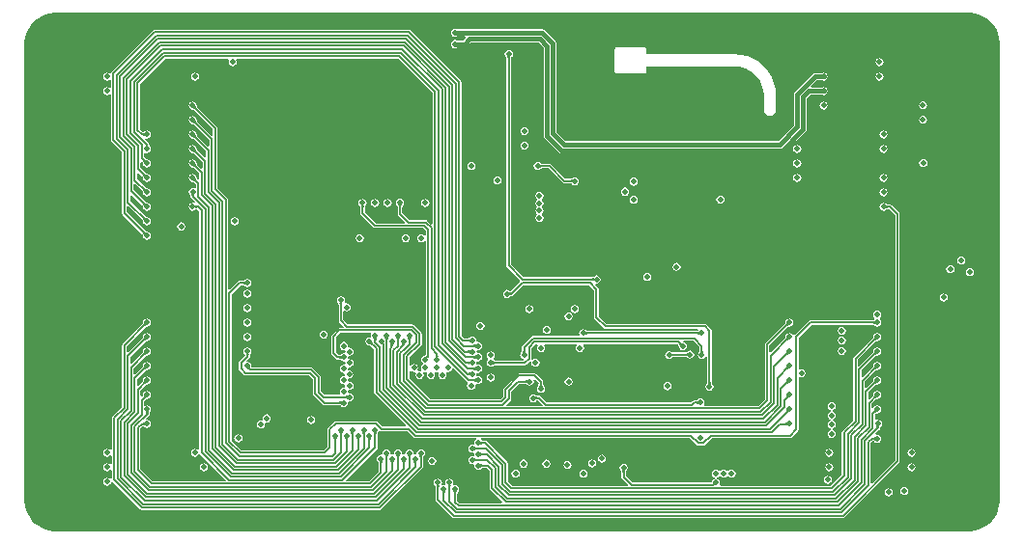
<source format=gbr>
%TF.GenerationSoftware,Altium Limited,Altium Designer,20.0.13 (296)*%
G04 Layer_Physical_Order=4*
G04 Layer_Color=6736896*
%FSLAX26Y26*%
%MOIN*%
%TF.FileFunction,Copper,L4,Inr,Signal*%
%TF.Part,Single*%
G01*
G75*
%TA.AperFunction,Conductor*%
%ADD33C,0.015748*%
%ADD34C,0.007874*%
%TA.AperFunction,ViaPad*%
%ADD36C,0.029528*%
%ADD37C,0.196850*%
%ADD38C,0.019685*%
G36*
X3156690Y1682879D02*
X3170736Y1681029D01*
X3184421Y1677362D01*
X3197510Y1671941D01*
X3209779Y1664857D01*
X3221018Y1656233D01*
X3231036Y1646215D01*
X3239661Y1634975D01*
X3246744Y1622707D01*
X3252166Y1609617D01*
X3255833Y1595933D01*
X3257682Y1581887D01*
Y1574803D01*
Y0D01*
Y-7084D01*
X3255832Y-21130D01*
X3252166Y-34815D01*
X3246744Y-47903D01*
X3239660Y-60172D01*
X3231036Y-71412D01*
X3221018Y-81430D01*
X3209778Y-90055D01*
X3197510Y-97138D01*
X3184420Y-102560D01*
X3170736Y-106226D01*
X3156689Y-108075D01*
X3149606D01*
X-2Y-108076D01*
X-7085D01*
X-21131Y-106227D01*
X-34816Y-102560D01*
X-47905Y-97139D01*
X-60174Y-90055D01*
X-71414Y-81430D01*
X-81432Y-71413D01*
X-90056Y-60173D01*
X-97139Y-47904D01*
X-102561Y-34815D01*
X-106228Y-21131D01*
X-108077Y-7084D01*
Y-1D01*
Y1574803D01*
Y1581886D01*
X-106228Y1595932D01*
X-102561Y1609617D01*
X-97140Y1622706D01*
X-90056Y1634975D01*
X-81432Y1646214D01*
X-71414Y1656232D01*
X-60174Y1664857D01*
X-47905Y1671940D01*
X-34816Y1677362D01*
X-21131Y1681029D01*
X-7085Y1682878D01*
X1Y1682879D01*
X3149606D01*
X3156690Y1682879D01*
D02*
G37*
%LPC*%
G36*
X1377953Y1628223D02*
X1372576Y1627153D01*
X1368018Y1624108D01*
X1364973Y1619550D01*
X1363903Y1614173D01*
X1364973Y1608797D01*
X1368018Y1604239D01*
X1372576Y1601193D01*
X1377953Y1600124D01*
X1383329Y1601193D01*
X1384733Y1602131D01*
X1412675D01*
X1414746Y1597131D01*
X1404461Y1586845D01*
X1384733D01*
X1383329Y1587783D01*
X1377953Y1588853D01*
X1372576Y1587783D01*
X1368018Y1584738D01*
X1364973Y1580180D01*
X1363903Y1574803D01*
X1364973Y1569427D01*
X1368018Y1564869D01*
X1372576Y1561823D01*
X1377953Y1560754D01*
X1383329Y1561823D01*
X1384733Y1562761D01*
X1409448D01*
X1409449Y1562761D01*
X1414057Y1563677D01*
X1417964Y1566288D01*
X1433138Y1581461D01*
X1665992D01*
X1683824Y1563630D01*
Y1388500D01*
Y1258579D01*
X1683824Y1258579D01*
X1684741Y1253970D01*
X1687351Y1250063D01*
X1737268Y1200147D01*
X1737268Y1200146D01*
X1741175Y1197536D01*
X1745784Y1196619D01*
X2506185D01*
X2506185Y1196619D01*
X2510794Y1197536D01*
X2514700Y1200146D01*
X2587255Y1272701D01*
X2587256Y1272701D01*
X2589866Y1276608D01*
X2590783Y1281216D01*
X2590783Y1281217D01*
Y1387728D01*
X2603413Y1400359D01*
X2642827D01*
X2644230Y1399422D01*
X2649606Y1398352D01*
X2654983Y1399422D01*
X2659541Y1402467D01*
X2662586Y1407025D01*
X2663656Y1412402D01*
X2662586Y1417778D01*
X2659541Y1422336D01*
X2654983Y1425382D01*
X2649606Y1426451D01*
X2644230Y1425382D01*
X2642827Y1424444D01*
X2606192D01*
X2604279Y1429063D01*
X2625575Y1450359D01*
X2642827D01*
X2644230Y1449422D01*
X2649606Y1448352D01*
X2654983Y1449422D01*
X2659541Y1452467D01*
X2662586Y1457025D01*
X2663656Y1462402D01*
X2662586Y1467778D01*
X2659541Y1472336D01*
X2654983Y1475382D01*
X2649606Y1476451D01*
X2644230Y1475382D01*
X2642827Y1474444D01*
X2620587D01*
X2615978Y1473527D01*
X2612071Y1470917D01*
X2612071Y1470917D01*
X2550540Y1409386D01*
X2547930Y1405479D01*
X2547013Y1400870D01*
X2547013Y1400870D01*
Y1294358D01*
X2493043Y1240389D01*
X1758925D01*
X1727594Y1271721D01*
Y1576772D01*
X1726677Y1581380D01*
X1724066Y1585287D01*
X1686665Y1622688D01*
X1682758Y1625299D01*
X1678150Y1626216D01*
X1678149Y1626216D01*
X1384733D01*
X1383329Y1627153D01*
X1377953Y1628223D01*
D02*
G37*
G36*
X2842520Y1526451D02*
X2837143Y1525382D01*
X2832585Y1522336D01*
X2829540Y1517778D01*
X2828470Y1512402D01*
X2829540Y1507025D01*
X2832585Y1502467D01*
X2837143Y1499422D01*
X2842520Y1498352D01*
X2847896Y1499422D01*
X2852454Y1502467D01*
X2855500Y1507025D01*
X2856569Y1512402D01*
X2855500Y1517778D01*
X2852454Y1522336D01*
X2847896Y1525382D01*
X2842520Y1526451D01*
D02*
G37*
G36*
Y1476451D02*
X2837143Y1475382D01*
X2832585Y1472336D01*
X2829540Y1467778D01*
X2828470Y1462402D01*
X2829540Y1457025D01*
X2832585Y1452467D01*
X2837143Y1449422D01*
X2842520Y1448352D01*
X2847896Y1449422D01*
X2852454Y1452467D01*
X2855500Y1457025D01*
X2856569Y1462402D01*
X2855500Y1467778D01*
X2852454Y1472336D01*
X2847896Y1475382D01*
X2842520Y1476451D01*
D02*
G37*
G36*
X480315D02*
X474939Y1475382D01*
X470381Y1472336D01*
X467335Y1467778D01*
X466266Y1462402D01*
X467335Y1457025D01*
X470381Y1452467D01*
X474939Y1449422D01*
X480315Y1448352D01*
X485692Y1449422D01*
X490250Y1452467D01*
X493295Y1457025D01*
X494365Y1462402D01*
X493295Y1467778D01*
X490250Y1472336D01*
X485692Y1475382D01*
X480315Y1476451D01*
D02*
G37*
G36*
X2992736Y1376972D02*
X2987359Y1375902D01*
X2982801Y1372857D01*
X2979756Y1368299D01*
X2978686Y1362922D01*
X2979756Y1357546D01*
X2982801Y1352988D01*
X2987359Y1349942D01*
X2992736Y1348873D01*
X2998112Y1349942D01*
X3002670Y1352988D01*
X3005716Y1357546D01*
X3006785Y1362922D01*
X3005716Y1368299D01*
X3002670Y1372857D01*
X2998112Y1375902D01*
X2992736Y1376972D01*
D02*
G37*
G36*
X2649606Y1376451D02*
X2644230Y1375382D01*
X2639672Y1372336D01*
X2636626Y1367778D01*
X2635557Y1362402D01*
X2636626Y1357025D01*
X2639672Y1352467D01*
X2644230Y1349422D01*
X2649606Y1348352D01*
X2654983Y1349422D01*
X2659541Y1352467D01*
X2662586Y1357025D01*
X2663656Y1362402D01*
X2662586Y1367778D01*
X2659541Y1372336D01*
X2654983Y1375382D01*
X2649606Y1376451D01*
D02*
G37*
G36*
X2034850Y1562450D02*
X1932487D01*
X1929474Y1561202D01*
X1928226Y1558189D01*
Y1479448D01*
X1929474Y1476435D01*
X1932487Y1475187D01*
X2034850D01*
X2037863Y1476435D01*
X2039111Y1479448D01*
Y1497147D01*
X2039763Y1497682D01*
X2336614D01*
X2337472Y1497853D01*
X2342402Y1497682D01*
D01*
X2347321Y1497594D01*
X2362166Y1496132D01*
X2381170Y1490367D01*
X2398684Y1481005D01*
X2414036Y1468407D01*
X2426635Y1453055D01*
X2435996Y1435540D01*
X2441761Y1416536D01*
X2443577Y1398104D01*
X2443312Y1396772D01*
Y1347834D01*
X2444930Y1339700D01*
X2449537Y1332805D01*
X2456433Y1328197D01*
X2464566Y1326579D01*
X2472700Y1328197D01*
X2479596Y1332805D01*
X2484203Y1339700D01*
X2485821Y1347834D01*
Y1396772D01*
X2485855D01*
X2484089Y1419213D01*
X2478834Y1441102D01*
X2470220Y1461899D01*
X2458458Y1481092D01*
X2443839Y1498209D01*
X2426722Y1512828D01*
X2407528Y1524590D01*
X2386731Y1533205D01*
X2364843Y1538459D01*
X2342402Y1540226D01*
Y1540226D01*
X2337472Y1540021D01*
X2336614Y1540192D01*
X2039763D01*
X2039111Y1540727D01*
Y1558189D01*
X2037863Y1561202D01*
X2034850Y1562450D01*
D02*
G37*
G36*
X2992736Y1326972D02*
X2987359Y1325902D01*
X2982801Y1322857D01*
X2979756Y1318299D01*
X2978686Y1312922D01*
X2979756Y1307546D01*
X2982801Y1302988D01*
X2987359Y1299942D01*
X2992736Y1298873D01*
X2998112Y1299942D01*
X3002670Y1302988D01*
X3005716Y1307546D01*
X3006785Y1312922D01*
X3005716Y1318299D01*
X3002670Y1322857D01*
X2998112Y1325902D01*
X2992736Y1326972D01*
D02*
G37*
G36*
X1617126Y1288656D02*
X1611749Y1287586D01*
X1607191Y1284541D01*
X1604146Y1279983D01*
X1603076Y1274606D01*
X1604146Y1269230D01*
X1607191Y1264672D01*
X1611749Y1261626D01*
X1617126Y1260557D01*
X1622503Y1261626D01*
X1627061Y1264672D01*
X1630106Y1269230D01*
X1631176Y1274606D01*
X1630106Y1279983D01*
X1627061Y1284541D01*
X1622503Y1287586D01*
X1617126Y1288656D01*
D02*
G37*
G36*
X2856299Y1276451D02*
X2850923Y1275382D01*
X2846365Y1272336D01*
X2843319Y1267778D01*
X2842250Y1262402D01*
X2843319Y1257025D01*
X2846365Y1252467D01*
X2850923Y1249422D01*
X2856299Y1248352D01*
X2861676Y1249422D01*
X2866234Y1252467D01*
X2869279Y1257025D01*
X2870349Y1262402D01*
X2869279Y1267778D01*
X2866234Y1272336D01*
X2861676Y1275382D01*
X2856299Y1276451D01*
D02*
G37*
G36*
X1617126Y1238262D02*
X1611749Y1237193D01*
X1607191Y1234147D01*
X1604146Y1229589D01*
X1603076Y1224213D01*
X1604146Y1218836D01*
X1607191Y1214278D01*
X1611749Y1211233D01*
X1617126Y1210163D01*
X1622503Y1211233D01*
X1627061Y1214278D01*
X1630106Y1218836D01*
X1631176Y1224213D01*
X1630106Y1229589D01*
X1627061Y1234147D01*
X1622503Y1237193D01*
X1617126Y1238262D01*
D02*
G37*
G36*
X2856299Y1226451D02*
X2850923Y1225382D01*
X2846365Y1222336D01*
X2843319Y1217778D01*
X2842250Y1212402D01*
X2843319Y1207025D01*
X2846365Y1202467D01*
X2850923Y1199422D01*
X2856299Y1198352D01*
X2861676Y1199422D01*
X2866234Y1202467D01*
X2869279Y1207025D01*
X2870349Y1212402D01*
X2869279Y1217778D01*
X2866234Y1222336D01*
X2861676Y1225382D01*
X2856299Y1226451D01*
D02*
G37*
G36*
X2559055Y1226451D02*
X2553679Y1225382D01*
X2549121Y1222336D01*
X2546075Y1217778D01*
X2545006Y1212402D01*
X2546075Y1207025D01*
X2549121Y1202467D01*
X2553679Y1199422D01*
X2559055Y1198352D01*
X2564432Y1199422D01*
X2568990Y1202467D01*
X2572035Y1207025D01*
X2573105Y1212402D01*
X2572035Y1217778D01*
X2568990Y1222336D01*
X2564432Y1225382D01*
X2559055Y1226451D01*
D02*
G37*
G36*
X2993256Y1177492D02*
X2987880Y1176423D01*
X2983322Y1173377D01*
X2980276Y1168819D01*
X2979207Y1163443D01*
X2980276Y1158066D01*
X2983322Y1153508D01*
X2987880Y1150463D01*
X2993256Y1149393D01*
X2998633Y1150463D01*
X3003191Y1153508D01*
X3006236Y1158066D01*
X3007306Y1163443D01*
X3006236Y1168819D01*
X3003191Y1173377D01*
X2998633Y1176423D01*
X2993256Y1177492D01*
D02*
G37*
G36*
X2559055Y1176451D02*
X2553679Y1175382D01*
X2549121Y1172336D01*
X2546075Y1167778D01*
X2545006Y1162402D01*
X2546075Y1157025D01*
X2549121Y1152467D01*
X2553679Y1149422D01*
X2559055Y1148352D01*
X2564432Y1149422D01*
X2568990Y1152467D01*
X2572035Y1157025D01*
X2573105Y1162402D01*
X2572035Y1167778D01*
X2568990Y1172336D01*
X2564432Y1175382D01*
X2559055Y1176451D01*
D02*
G37*
G36*
X1434055Y1167593D02*
X1428679Y1166523D01*
X1424121Y1163478D01*
X1421075Y1158920D01*
X1420006Y1153543D01*
X1421075Y1148167D01*
X1424121Y1143609D01*
X1428679Y1140563D01*
X1434055Y1139494D01*
X1439432Y1140563D01*
X1443990Y1143609D01*
X1447035Y1148167D01*
X1448105Y1153543D01*
X1447035Y1158920D01*
X1443990Y1163478D01*
X1439432Y1166523D01*
X1434055Y1167593D01*
D02*
G37*
G36*
X2856299Y1126451D02*
X2850923Y1125382D01*
X2846365Y1122336D01*
X2843319Y1117778D01*
X2842250Y1112402D01*
X2843319Y1107025D01*
X2846365Y1102467D01*
X2850923Y1099422D01*
X2856299Y1098352D01*
X2861676Y1099422D01*
X2866234Y1102467D01*
X2869279Y1107025D01*
X2870349Y1112402D01*
X2869279Y1117778D01*
X2866234Y1122336D01*
X2861676Y1125382D01*
X2856299Y1126451D01*
D02*
G37*
G36*
X2559055Y1126451D02*
X2553679Y1125382D01*
X2549121Y1122336D01*
X2546075Y1117778D01*
X2545006Y1112402D01*
X2546075Y1107025D01*
X2549121Y1102467D01*
X2553679Y1099422D01*
X2559055Y1098352D01*
X2564432Y1099422D01*
X2568990Y1102467D01*
X2572035Y1107025D01*
X2573105Y1112402D01*
X2572035Y1117778D01*
X2568990Y1122336D01*
X2564432Y1125382D01*
X2559055Y1126451D01*
D02*
G37*
G36*
X1523819Y1117396D02*
X1518442Y1116326D01*
X1513884Y1113281D01*
X1510839Y1108723D01*
X1509769Y1103346D01*
X1510839Y1097970D01*
X1513884Y1093412D01*
X1518442Y1090366D01*
X1523819Y1089297D01*
X1529195Y1090366D01*
X1533753Y1093412D01*
X1536799Y1097970D01*
X1537868Y1103346D01*
X1536799Y1108723D01*
X1533753Y1113281D01*
X1529195Y1116326D01*
X1523819Y1117396D01*
D02*
G37*
G36*
X1663386Y1167593D02*
X1658009Y1166523D01*
X1653451Y1163478D01*
X1650406Y1158920D01*
X1649336Y1153543D01*
X1650406Y1148167D01*
X1653451Y1143609D01*
X1658009Y1140563D01*
X1663386Y1139494D01*
X1668762Y1140563D01*
X1673082Y1143450D01*
X1673326Y1143541D01*
X1673789Y1143974D01*
X1674132Y1144242D01*
X1674498Y1144480D01*
X1674895Y1144689D01*
X1675332Y1144874D01*
X1675815Y1145032D01*
X1676350Y1145162D01*
X1676943Y1145259D01*
X1677597Y1145321D01*
X1678440Y1145347D01*
X1678814Y1145515D01*
X1700415D01*
X1750228Y1095701D01*
X1752833Y1093961D01*
X1755905Y1093350D01*
X1775910D01*
X1776284Y1093181D01*
X1777127Y1093156D01*
X1777782Y1093094D01*
X1778375Y1092996D01*
X1778910Y1092867D01*
X1779393Y1092708D01*
X1779829Y1092524D01*
X1780226Y1092314D01*
X1780592Y1092077D01*
X1780937Y1091808D01*
X1781399Y1091376D01*
X1781642Y1091284D01*
X1785962Y1088398D01*
X1791339Y1087328D01*
X1796715Y1088398D01*
X1801273Y1091443D01*
X1804319Y1096001D01*
X1805388Y1101378D01*
X1804319Y1106754D01*
X1801273Y1111312D01*
X1796715Y1114358D01*
X1791339Y1115427D01*
X1785962Y1114358D01*
X1781642Y1111471D01*
X1781399Y1111380D01*
X1780936Y1110947D01*
X1780593Y1110679D01*
X1780226Y1110442D01*
X1779829Y1110232D01*
X1779393Y1110047D01*
X1778909Y1109889D01*
X1778375Y1109759D01*
X1777782Y1109662D01*
X1777127Y1109600D01*
X1776284Y1109574D01*
X1775910Y1109406D01*
X1759231D01*
X1709417Y1159220D01*
X1706812Y1160960D01*
X1703740Y1161572D01*
X1678814D01*
X1678440Y1161740D01*
X1677597Y1161765D01*
X1676943Y1161827D01*
X1676350Y1161925D01*
X1675814Y1162054D01*
X1675332Y1162213D01*
X1674895Y1162397D01*
X1674499Y1162607D01*
X1674132Y1162844D01*
X1673788Y1163113D01*
X1673326Y1163545D01*
X1673082Y1163637D01*
X1668762Y1166523D01*
X1663386Y1167593D01*
D02*
G37*
G36*
X1994094Y1113459D02*
X1988718Y1112389D01*
X1984160Y1109344D01*
X1981114Y1104786D01*
X1980045Y1099409D01*
X1981114Y1094033D01*
X1984160Y1089475D01*
X1988718Y1086429D01*
X1994094Y1085360D01*
X1999471Y1086429D01*
X2004029Y1089475D01*
X2007074Y1094033D01*
X2008144Y1099409D01*
X2007074Y1104786D01*
X2004029Y1109344D01*
X1999471Y1112389D01*
X1994094Y1113459D01*
D02*
G37*
G36*
X1964567Y1079010D02*
X1959190Y1077941D01*
X1954632Y1074895D01*
X1951587Y1070337D01*
X1950517Y1064961D01*
X1951587Y1059584D01*
X1954632Y1055026D01*
X1959190Y1051981D01*
X1964567Y1050911D01*
X1969943Y1051981D01*
X1974501Y1055026D01*
X1977547Y1059584D01*
X1978616Y1064961D01*
X1977547Y1070337D01*
X1974501Y1074895D01*
X1969943Y1077941D01*
X1964567Y1079010D01*
D02*
G37*
G36*
X2856299Y1076451D02*
X2850923Y1075382D01*
X2846365Y1072336D01*
X2843319Y1067778D01*
X2842250Y1062402D01*
X2843319Y1057025D01*
X2846365Y1052467D01*
X2850923Y1049422D01*
X2856299Y1048352D01*
X2861676Y1049422D01*
X2866234Y1052467D01*
X2869279Y1057025D01*
X2870349Y1062402D01*
X2869279Y1067778D01*
X2866234Y1072336D01*
X2861676Y1075382D01*
X2856299Y1076451D01*
D02*
G37*
G36*
X2293280Y1052014D02*
X2287903Y1050945D01*
X2283345Y1047899D01*
X2280300Y1043341D01*
X2279230Y1037965D01*
X2280300Y1032588D01*
X2283345Y1028030D01*
X2287903Y1024985D01*
X2293280Y1023915D01*
X2298656Y1024985D01*
X2303214Y1028030D01*
X2306260Y1032588D01*
X2307329Y1037965D01*
X2306260Y1043341D01*
X2303214Y1047899D01*
X2298656Y1050945D01*
X2293280Y1052014D01*
D02*
G37*
G36*
X1994094Y1050467D02*
X1988718Y1049397D01*
X1984160Y1046352D01*
X1981114Y1041794D01*
X1980045Y1036417D01*
X1981114Y1031041D01*
X1984160Y1026483D01*
X1988718Y1023437D01*
X1994094Y1022368D01*
X1999471Y1023437D01*
X2004029Y1026483D01*
X2007074Y1031041D01*
X2008144Y1036417D01*
X2007074Y1041794D01*
X2004029Y1046352D01*
X1999471Y1049397D01*
X1994094Y1050467D01*
D02*
G37*
G36*
X1275394Y1039679D02*
X1270017Y1038610D01*
X1265459Y1035564D01*
X1262414Y1031006D01*
X1261344Y1025630D01*
X1262414Y1020253D01*
X1265459Y1015695D01*
X1270017Y1012650D01*
X1275394Y1011580D01*
X1280770Y1012650D01*
X1285328Y1015695D01*
X1288374Y1020253D01*
X1289443Y1025630D01*
X1288374Y1031006D01*
X1285328Y1035564D01*
X1280770Y1038610D01*
X1275394Y1039679D01*
D02*
G37*
G36*
X1145473D02*
X1140096Y1038610D01*
X1135538Y1035564D01*
X1132493Y1031006D01*
X1131423Y1025630D01*
X1132493Y1020253D01*
X1135538Y1015695D01*
X1140096Y1012650D01*
X1145473Y1011580D01*
X1150849Y1012650D01*
X1155407Y1015695D01*
X1158453Y1020253D01*
X1159522Y1025630D01*
X1158453Y1031006D01*
X1155407Y1035564D01*
X1150849Y1038610D01*
X1145473Y1039679D01*
D02*
G37*
G36*
X1102166D02*
X1096789Y1038610D01*
X1092231Y1035564D01*
X1089186Y1031006D01*
X1088116Y1025630D01*
X1089186Y1020253D01*
X1092231Y1015695D01*
X1096789Y1012650D01*
X1102166Y1011580D01*
X1107542Y1012650D01*
X1112100Y1015695D01*
X1115146Y1020253D01*
X1116215Y1025630D01*
X1115146Y1031006D01*
X1112100Y1035564D01*
X1107542Y1038610D01*
X1102166Y1039679D01*
D02*
G37*
G36*
X1669291Y1064246D02*
X1663915Y1063177D01*
X1659357Y1060131D01*
X1656311Y1055573D01*
X1655242Y1050197D01*
X1656311Y1044820D01*
X1659357Y1040262D01*
X1659897Y1039902D01*
Y1034902D01*
X1659357Y1034541D01*
X1656311Y1029983D01*
X1655242Y1024606D01*
X1656311Y1019230D01*
X1659357Y1014672D01*
X1659897Y1014311D01*
Y1009311D01*
X1659357Y1008950D01*
X1656311Y1004392D01*
X1655242Y999016D01*
X1656311Y993639D01*
X1659357Y989081D01*
X1659897Y988721D01*
Y983721D01*
X1659357Y983360D01*
X1656311Y978802D01*
X1655242Y973425D01*
X1656311Y968049D01*
X1659357Y963491D01*
X1663915Y960445D01*
X1669291Y959376D01*
X1674668Y960445D01*
X1679226Y963491D01*
X1682271Y968049D01*
X1683341Y973425D01*
X1682271Y978802D01*
X1679226Y983360D01*
X1678686Y983721D01*
Y988721D01*
X1679226Y989081D01*
X1682271Y993639D01*
X1683341Y999016D01*
X1682271Y1004392D01*
X1679226Y1008950D01*
X1678686Y1009311D01*
Y1014311D01*
X1679226Y1014672D01*
X1682271Y1019230D01*
X1683341Y1024606D01*
X1682271Y1029983D01*
X1679226Y1034541D01*
X1678686Y1034902D01*
Y1039902D01*
X1679226Y1040262D01*
X1682271Y1044820D01*
X1683341Y1050197D01*
X1682271Y1055573D01*
X1679226Y1060131D01*
X1674668Y1063177D01*
X1669291Y1064246D01*
D02*
G37*
G36*
X342723Y1625154D02*
X339651Y1624543D01*
X337046Y1622803D01*
X337046Y1622803D01*
X193142Y1478899D01*
X191402Y1476294D01*
X191178Y1475167D01*
X189908Y1474286D01*
X186789Y1473213D01*
X185791Y1473211D01*
X182542Y1475382D01*
X177165Y1476451D01*
X171789Y1475382D01*
X167231Y1472336D01*
X164185Y1467778D01*
X163116Y1462402D01*
X164185Y1457025D01*
X167231Y1452467D01*
X171789Y1449422D01*
X177165Y1448352D01*
X182542Y1449422D01*
X185791Y1451592D01*
X190132Y1449929D01*
X190791Y1449378D01*
Y1425426D01*
X190132Y1424875D01*
X185791Y1423211D01*
X182542Y1425382D01*
X177165Y1426451D01*
X171789Y1425382D01*
X167231Y1422336D01*
X164185Y1417778D01*
X163116Y1412402D01*
X164185Y1407025D01*
X167231Y1402467D01*
X171789Y1399422D01*
X177165Y1398352D01*
X182542Y1399422D01*
X185791Y1401592D01*
X190132Y1399929D01*
X190791Y1399378D01*
Y1242665D01*
X191402Y1239593D01*
X193142Y1236988D01*
X229177Y1200954D01*
Y990158D01*
X229788Y987085D01*
X231528Y984481D01*
X298374Y917634D01*
X298520Y917251D01*
X299098Y916636D01*
X299517Y916131D01*
X299867Y915642D01*
X300154Y915172D01*
X300384Y914718D01*
X300561Y914280D01*
X300694Y913850D01*
X300785Y913424D01*
X300839Y912990D01*
X300860Y912357D01*
X300967Y912121D01*
X301981Y907025D01*
X305026Y902467D01*
X309584Y899422D01*
X314961Y898352D01*
X320337Y899422D01*
X324895Y902467D01*
X327941Y907025D01*
X329010Y912402D01*
X327941Y917778D01*
X324895Y922336D01*
X320337Y925382D01*
X315241Y926395D01*
X315005Y926503D01*
X314373Y926524D01*
X313939Y926577D01*
X313511Y926668D01*
X313083Y926801D01*
X312645Y926979D01*
X312190Y927208D01*
X311721Y927495D01*
X311233Y927845D01*
X310725Y928265D01*
X310111Y928843D01*
X309728Y928988D01*
X245233Y993483D01*
Y1014242D01*
X249853Y1016156D01*
X298374Y967634D01*
X298520Y967251D01*
X299098Y966637D01*
X299516Y966131D01*
X299867Y965642D01*
X300154Y965171D01*
X300383Y964718D01*
X300561Y964280D01*
X300694Y963850D01*
X300785Y963424D01*
X300839Y962990D01*
X300860Y962357D01*
X300967Y962121D01*
X301981Y957025D01*
X305026Y952467D01*
X309584Y949422D01*
X314961Y948352D01*
X320337Y949422D01*
X324895Y952467D01*
X327941Y957025D01*
X329010Y962402D01*
X327941Y967778D01*
X324895Y972336D01*
X320337Y975382D01*
X315241Y976395D01*
X315005Y976503D01*
X314373Y976524D01*
X313939Y976577D01*
X313512Y976668D01*
X313083Y976801D01*
X312644Y976979D01*
X312190Y977208D01*
X311721Y977495D01*
X311232Y977845D01*
X310726Y978264D01*
X310111Y978843D01*
X309728Y978988D01*
X257044Y1031672D01*
Y1052431D01*
X261663Y1054345D01*
X298374Y1017634D01*
X298520Y1017251D01*
X299098Y1016637D01*
X299516Y1016131D01*
X299867Y1015642D01*
X300154Y1015171D01*
X300383Y1014718D01*
X300561Y1014280D01*
X300694Y1013850D01*
X300785Y1013424D01*
X300839Y1012990D01*
X300860Y1012357D01*
X300967Y1012121D01*
X301981Y1007025D01*
X305026Y1002467D01*
X309584Y999422D01*
X314961Y998352D01*
X320337Y999422D01*
X324895Y1002467D01*
X327941Y1007025D01*
X329010Y1012402D01*
X327941Y1017778D01*
X324895Y1022336D01*
X320337Y1025382D01*
X315241Y1026395D01*
X315005Y1026503D01*
X314373Y1026524D01*
X313939Y1026577D01*
X313512Y1026668D01*
X313083Y1026801D01*
X312644Y1026979D01*
X312190Y1027208D01*
X311721Y1027495D01*
X311232Y1027845D01*
X310726Y1028264D01*
X310111Y1028843D01*
X309728Y1028988D01*
X268855Y1069861D01*
Y1090621D01*
X273474Y1092534D01*
X298374Y1067634D01*
X298520Y1067251D01*
X299098Y1066637D01*
X299516Y1066132D01*
X299867Y1065642D01*
X300154Y1065171D01*
X300384Y1064718D01*
X300561Y1064280D01*
X300694Y1063850D01*
X300785Y1063424D01*
X300839Y1062990D01*
X300860Y1062357D01*
X300967Y1062121D01*
X301981Y1057025D01*
X305026Y1052467D01*
X309584Y1049422D01*
X314961Y1048352D01*
X320337Y1049422D01*
X324895Y1052467D01*
X327941Y1057025D01*
X329010Y1062402D01*
X327941Y1067778D01*
X324895Y1072336D01*
X320337Y1075382D01*
X315241Y1076395D01*
X315005Y1076503D01*
X314373Y1076524D01*
X313939Y1076577D01*
X313512Y1076668D01*
X313083Y1076801D01*
X312644Y1076979D01*
X312190Y1077209D01*
X311721Y1077495D01*
X311232Y1077845D01*
X310726Y1078264D01*
X310111Y1078843D01*
X309728Y1078988D01*
X280666Y1108050D01*
Y1128810D01*
X285285Y1130723D01*
X298374Y1117634D01*
X298520Y1117251D01*
X299098Y1116637D01*
X299516Y1116131D01*
X299867Y1115642D01*
X300154Y1115171D01*
X300383Y1114718D01*
X300561Y1114280D01*
X300694Y1113850D01*
X300785Y1113424D01*
X300839Y1112989D01*
X300860Y1112357D01*
X300967Y1112121D01*
X301981Y1107025D01*
X305026Y1102467D01*
X309584Y1099422D01*
X314961Y1098352D01*
X320337Y1099422D01*
X324895Y1102467D01*
X327941Y1107025D01*
X329010Y1112402D01*
X327941Y1117778D01*
X324895Y1122336D01*
X320337Y1125382D01*
X315241Y1126395D01*
X315005Y1126503D01*
X314373Y1126524D01*
X313939Y1126577D01*
X313512Y1126668D01*
X313083Y1126801D01*
X312644Y1126979D01*
X312190Y1127208D01*
X311721Y1127495D01*
X311232Y1127845D01*
X310726Y1128264D01*
X310111Y1128843D01*
X309728Y1128988D01*
X292477Y1146239D01*
Y1163010D01*
X297345Y1167319D01*
X298520Y1167251D01*
X299098Y1166637D01*
X299516Y1166131D01*
X299867Y1165642D01*
X300154Y1165171D01*
X300383Y1164718D01*
X300561Y1164280D01*
X300694Y1163850D01*
X300785Y1163424D01*
X300839Y1162989D01*
X300860Y1162357D01*
X300967Y1162121D01*
X301981Y1157025D01*
X305026Y1152467D01*
X309584Y1149422D01*
X314961Y1148352D01*
X320337Y1149422D01*
X324895Y1152467D01*
X327941Y1157025D01*
X329010Y1162402D01*
X327941Y1167778D01*
X324895Y1172336D01*
X320337Y1175382D01*
X315241Y1176395D01*
X315005Y1176503D01*
X314373Y1176524D01*
X313939Y1176577D01*
X313512Y1176668D01*
X313083Y1176801D01*
X312644Y1176979D01*
X312190Y1177208D01*
X311721Y1177495D01*
X311232Y1177845D01*
X310726Y1178264D01*
X310111Y1178843D01*
X309728Y1178988D01*
X304288Y1184428D01*
Y1196947D01*
X309288Y1199619D01*
X309584Y1199422D01*
X314961Y1198352D01*
X320337Y1199422D01*
X324895Y1202467D01*
X327941Y1207025D01*
X329010Y1212402D01*
X327941Y1217778D01*
X324895Y1222336D01*
X323473Y1223286D01*
X323455Y1223322D01*
X323445Y1223349D01*
X323390Y1223563D01*
X323338Y1223845D01*
X323170Y1225947D01*
X323159Y1226799D01*
X322822Y1227582D01*
X322378Y1229815D01*
X320638Y1232420D01*
X320637Y1232420D01*
X308401Y1244657D01*
X310986Y1249143D01*
X314961Y1248352D01*
X320337Y1249422D01*
X324895Y1252467D01*
X327941Y1257025D01*
X329010Y1262402D01*
X327941Y1267778D01*
X324895Y1272336D01*
X320337Y1275382D01*
X314961Y1276451D01*
X309584Y1275382D01*
X305264Y1272495D01*
X305021Y1272404D01*
X304559Y1271971D01*
X304215Y1271703D01*
X303848Y1271465D01*
X303451Y1271256D01*
X303015Y1271071D01*
X302531Y1270913D01*
X301997Y1270783D01*
X301404Y1270685D01*
X300749Y1270623D01*
X299952Y1270600D01*
X289524Y1281027D01*
Y1435651D01*
X378325Y1524452D01*
X595702D01*
X598375Y1519452D01*
X597256Y1517778D01*
X596187Y1512402D01*
X597256Y1507025D01*
X600302Y1502467D01*
X604860Y1499422D01*
X610236Y1498352D01*
X615613Y1499422D01*
X620171Y1502467D01*
X623216Y1507025D01*
X624286Y1512402D01*
X623216Y1517778D01*
X622098Y1519452D01*
X624770Y1524452D01*
X1182611D01*
X1300043Y1407020D01*
Y953080D01*
X1295423Y951167D01*
X1282252Y964338D01*
X1279647Y966079D01*
X1276575Y966690D01*
X1220845D01*
X1196021Y991514D01*
Y1010989D01*
X1196189Y1011363D01*
X1196214Y1012206D01*
X1196276Y1012861D01*
X1196374Y1013454D01*
X1196503Y1013989D01*
X1196662Y1014471D01*
X1196846Y1014908D01*
X1197056Y1015304D01*
X1197293Y1015671D01*
X1197562Y1016015D01*
X1197994Y1016477D01*
X1198085Y1016721D01*
X1200972Y1021041D01*
X1202042Y1026417D01*
X1200972Y1031794D01*
X1197927Y1036352D01*
X1193369Y1039397D01*
X1187992Y1040467D01*
X1182616Y1039397D01*
X1178058Y1036352D01*
X1175012Y1031794D01*
X1173943Y1026417D01*
X1175012Y1021041D01*
X1177899Y1016721D01*
X1177990Y1016478D01*
X1178423Y1016015D01*
X1178691Y1015672D01*
X1178928Y1015305D01*
X1179138Y1014908D01*
X1179323Y1014471D01*
X1179481Y1013988D01*
X1179611Y1013453D01*
X1179708Y1012861D01*
X1179770Y1012206D01*
X1179796Y1011363D01*
X1179964Y1010989D01*
Y988189D01*
X1180575Y985117D01*
X1182315Y982512D01*
X1205329Y959498D01*
X1203416Y954879D01*
X1104703D01*
X1066887Y992695D01*
Y1010202D01*
X1067055Y1010575D01*
X1067080Y1011418D01*
X1067142Y1012073D01*
X1067240Y1012666D01*
X1067370Y1013201D01*
X1067528Y1013684D01*
X1067712Y1014121D01*
X1067922Y1014517D01*
X1068159Y1014884D01*
X1068428Y1015228D01*
X1068860Y1015690D01*
X1068952Y1015933D01*
X1071838Y1020253D01*
X1072908Y1025630D01*
X1071838Y1031006D01*
X1068793Y1035564D01*
X1064235Y1038610D01*
X1058858Y1039679D01*
X1053482Y1038610D01*
X1048924Y1035564D01*
X1045878Y1031006D01*
X1044809Y1025630D01*
X1045878Y1020253D01*
X1048765Y1015933D01*
X1048856Y1015690D01*
X1049289Y1015228D01*
X1049557Y1014884D01*
X1049795Y1014517D01*
X1050004Y1014120D01*
X1050189Y1013684D01*
X1050347Y1013201D01*
X1050477Y1012666D01*
X1050575Y1012073D01*
X1050637Y1011418D01*
X1050662Y1010575D01*
X1050830Y1010202D01*
Y989370D01*
X1051441Y986298D01*
X1053181Y983693D01*
X1095701Y941174D01*
X1095701Y941173D01*
X1098306Y939433D01*
X1101378Y938822D01*
X1101378Y938822D01*
X1268357D01*
X1276421Y930759D01*
Y915238D01*
X1271421Y913721D01*
X1270860Y914561D01*
X1266302Y917606D01*
X1260925Y918676D01*
X1255549Y917606D01*
X1250991Y914561D01*
X1247945Y910003D01*
X1246876Y904626D01*
X1247945Y899250D01*
X1250991Y894692D01*
X1255549Y891646D01*
X1260925Y890577D01*
X1266302Y891646D01*
X1270860Y894692D01*
X1271421Y895531D01*
X1276421Y894014D01*
Y504161D01*
X1275591Y499286D01*
X1270214Y498216D01*
X1265656Y495171D01*
X1262611Y490613D01*
X1261541Y485236D01*
X1262611Y479860D01*
X1265656Y475302D01*
X1268726Y473250D01*
X1268897Y472728D01*
Y468217D01*
X1268726Y467695D01*
X1265656Y465643D01*
X1262611Y461085D01*
X1261541Y455709D01*
X1262611Y450332D01*
X1264001Y448252D01*
X1262197Y445485D01*
X1260695Y444199D01*
X1255906Y445152D01*
X1251116Y444199D01*
X1249614Y445485D01*
X1247810Y448252D01*
X1249200Y450332D01*
X1250270Y455709D01*
X1249200Y461085D01*
X1246155Y465643D01*
X1241597Y468689D01*
X1236220Y469758D01*
X1230844Y468689D01*
X1226286Y465643D01*
X1225627Y464656D01*
X1220627Y466173D01*
Y492795D01*
X1260598Y532767D01*
X1262339Y535372D01*
X1262950Y538444D01*
Y574803D01*
X1262950Y574803D01*
X1262339Y577875D01*
X1260598Y580480D01*
X1237960Y603118D01*
X1235356Y604858D01*
X1232284Y605469D01*
X1009231D01*
X992280Y622420D01*
Y650557D01*
X997280Y653230D01*
X998561Y652374D01*
X1003937Y651305D01*
X1009313Y652374D01*
X1013871Y655420D01*
X1016917Y659978D01*
X1017986Y665354D01*
X1016917Y670731D01*
X1013871Y675289D01*
X1009313Y678334D01*
X1003937Y679404D01*
X999906Y678602D01*
X996826Y682156D01*
X996600Y682654D01*
X997232Y683600D01*
X998302Y688976D01*
X997232Y694353D01*
X994187Y698911D01*
X989629Y701956D01*
X984252Y703026D01*
X978875Y701956D01*
X974317Y698911D01*
X971272Y694353D01*
X970202Y688976D01*
X971272Y683600D01*
X974159Y679280D01*
X974250Y679037D01*
X974682Y678574D01*
X974951Y678231D01*
X975188Y677864D01*
X975398Y677467D01*
X975582Y677030D01*
X975741Y676547D01*
X975870Y676013D01*
X975968Y675420D01*
X976030Y674765D01*
X976056Y673922D01*
X976224Y673548D01*
Y619094D01*
X976835Y616022D01*
X978575Y613418D01*
X993715Y598278D01*
X991802Y593658D01*
X979331D01*
X976258Y593047D01*
X973654Y591307D01*
X952985Y570638D01*
X951244Y568033D01*
X950633Y564961D01*
Y505906D01*
X951244Y502833D01*
X952985Y500229D01*
X966764Y486449D01*
X966764Y486449D01*
X969369Y484709D01*
X972441Y484098D01*
X972441Y484098D01*
X978666D01*
X979040Y483930D01*
X979883Y483904D01*
X980538Y483842D01*
X981131Y483744D01*
X981666Y483615D01*
X982149Y483457D01*
X982585Y483272D01*
X982982Y483062D01*
X983348Y482825D01*
X983692Y482556D01*
X984154Y482124D01*
X984398Y482033D01*
X988718Y479146D01*
X994094Y478077D01*
X995780Y478412D01*
X1000032Y474160D01*
X999691Y472441D01*
X1000137Y470195D01*
X995964Y465927D01*
X994094Y466299D01*
X988718Y465229D01*
X984160Y462184D01*
X981114Y457626D01*
X980045Y452249D01*
X981114Y446873D01*
X984160Y442315D01*
X988718Y439269D01*
X994094Y438200D01*
X997230Y434459D01*
X997253Y431210D01*
X994094Y427435D01*
X988718Y426366D01*
X984160Y423320D01*
X981114Y418762D01*
X980045Y413386D01*
X981114Y408009D01*
X984160Y403451D01*
X988718Y400406D01*
X994094Y399336D01*
X995182Y399553D01*
X998927Y396219D01*
Y391183D01*
X995182Y387849D01*
X994095Y388065D01*
X988718Y386996D01*
X984160Y383950D01*
X981115Y379392D01*
X980045Y374016D01*
X981115Y368639D01*
X981801Y367612D01*
X979128Y362612D01*
X927287D01*
X914524Y375375D01*
Y424213D01*
X913913Y427285D01*
X912173Y429890D01*
X912173Y429890D01*
X887279Y454784D01*
X884674Y456524D01*
X881602Y457135D01*
X679456D01*
X679071Y457314D01*
X677845Y458072D01*
X675384Y461987D01*
X675467Y462402D01*
X674397Y467778D01*
X671352Y472336D01*
X666794Y475382D01*
X661417Y476451D01*
X661164Y476401D01*
X658701Y481009D01*
X667094Y489402D01*
X667094Y489402D01*
X668835Y492007D01*
X669446Y495079D01*
X669446Y495079D01*
Y496973D01*
X669614Y497347D01*
X669639Y498190D01*
X669701Y498845D01*
X669799Y499438D01*
X669928Y499973D01*
X670087Y500456D01*
X670271Y500892D01*
X670481Y501289D01*
X670718Y501656D01*
X670987Y502000D01*
X671419Y502462D01*
X671511Y502705D01*
X674397Y507025D01*
X675467Y512402D01*
X674397Y517778D01*
X671352Y522336D01*
X666794Y525382D01*
X661417Y526451D01*
X656041Y525382D01*
X651483Y522336D01*
X648437Y517778D01*
X647368Y512402D01*
X648437Y507025D01*
X651324Y502705D01*
X651415Y502462D01*
X651848Y501999D01*
X652116Y501656D01*
X652354Y501289D01*
X652563Y500892D01*
X652748Y500456D01*
X652906Y499972D01*
X653036Y499438D01*
X653134Y498845D01*
X653194Y498209D01*
X634087Y479102D01*
X632347Y476498D01*
X631736Y473425D01*
Y452756D01*
X632347Y449684D01*
X634087Y447079D01*
X649835Y431331D01*
X649835Y431331D01*
X652439Y429591D01*
X655512Y428980D01*
X873672D01*
X886657Y415995D01*
Y367157D01*
X887268Y364085D01*
X889008Y361480D01*
X921266Y329222D01*
X923871Y327482D01*
X926943Y326870D01*
X926944Y326871D01*
X978413D01*
X978787Y326702D01*
X979630Y326677D01*
X980284Y326615D01*
X980878Y326517D01*
X981413Y326388D01*
X981895Y326229D01*
X982332Y326045D01*
X982728Y325835D01*
X983095Y325598D01*
X983439Y325329D01*
X983901Y324897D01*
X984145Y324805D01*
X988465Y321919D01*
X993841Y320849D01*
X999218Y321919D01*
X1003776Y324964D01*
X1006821Y329522D01*
X1007891Y334899D01*
X1007549Y336618D01*
X1011801Y340870D01*
X1013487Y340534D01*
X1018863Y341604D01*
X1023421Y344649D01*
X1026467Y349207D01*
X1027536Y354584D01*
X1026467Y359961D01*
X1023421Y364519D01*
X1018863Y367564D01*
X1013487Y368634D01*
X1012117Y368361D01*
X1007865Y372613D01*
X1008144Y374016D01*
X1007802Y375735D01*
X1012054Y379987D01*
X1013740Y379651D01*
X1019116Y380721D01*
X1023674Y383766D01*
X1026720Y388324D01*
X1027790Y393701D01*
X1026720Y399077D01*
X1023674Y403635D01*
X1019116Y406681D01*
X1013740Y407750D01*
X1012880Y407579D01*
X1009058Y410969D01*
X1009071Y415624D01*
X1012795Y419021D01*
X1018172Y420091D01*
X1022730Y423136D01*
X1025775Y427694D01*
X1026845Y433071D01*
X1025775Y438447D01*
X1022730Y443005D01*
X1018172Y446051D01*
X1012795Y447120D01*
X1012198Y447002D01*
X1007946Y451254D01*
X1008144Y452249D01*
X1007697Y454495D01*
X1011870Y458763D01*
X1013740Y458391D01*
X1019116Y459461D01*
X1023674Y462506D01*
X1026720Y467064D01*
X1027790Y472441D01*
X1026720Y477817D01*
X1023674Y482375D01*
X1019116Y485421D01*
X1013740Y486490D01*
X1012456Y486235D01*
X1008776Y489521D01*
X1008763Y494888D01*
X1012444Y498183D01*
X1013535Y497966D01*
X1018912Y499036D01*
X1023470Y502081D01*
X1026515Y506639D01*
X1027585Y512015D01*
X1026515Y517392D01*
X1023470Y521950D01*
X1018912Y524995D01*
X1013535Y526065D01*
X1012105Y525780D01*
X1007853Y530033D01*
X1008144Y531496D01*
X1007074Y536873D01*
X1004029Y541431D01*
X999471Y544476D01*
X994094Y545546D01*
X988718Y544476D01*
X984160Y541431D01*
X981114Y536873D01*
X980045Y531496D01*
X981114Y526120D01*
X984160Y521562D01*
X988718Y518516D01*
X994094Y517447D01*
X995525Y517731D01*
X999777Y513479D01*
X999486Y512015D01*
X999862Y510126D01*
X995610Y505874D01*
X994094Y506175D01*
X988718Y505106D01*
X984398Y502219D01*
X984154Y502128D01*
X983692Y501696D01*
X983349Y501427D01*
X982982Y501190D01*
X982585Y500980D01*
X982148Y500796D01*
X981665Y500637D01*
X981131Y500507D01*
X980538Y500410D01*
X979883Y500348D01*
X979040Y500322D01*
X978666Y500154D01*
X975766D01*
X966690Y509231D01*
Y561635D01*
X982656Y577602D01*
X1086907D01*
X1089580Y572602D01*
X1089382Y572306D01*
X1088313Y566929D01*
X1088648Y565243D01*
X1084396Y560991D01*
X1082677Y561333D01*
X1077301Y560264D01*
X1072743Y557218D01*
X1069697Y552660D01*
X1068628Y547284D01*
X1069697Y541907D01*
X1072743Y537349D01*
X1077301Y534303D01*
X1082397Y533290D01*
X1082633Y533183D01*
X1083265Y533161D01*
X1083699Y533108D01*
X1084126Y533017D01*
X1084555Y532884D01*
X1084994Y532706D01*
X1085447Y532477D01*
X1085917Y532190D01*
X1086406Y531840D01*
X1086912Y531421D01*
X1087527Y530842D01*
X1087910Y530697D01*
X1098271Y520336D01*
Y372047D01*
X1098882Y368975D01*
X1100622Y366370D01*
X1209252Y257741D01*
X1207338Y253121D01*
X1126791D01*
X1110456Y269456D01*
X1107852Y271197D01*
X1104779Y271808D01*
X966535D01*
X963463Y271197D01*
X960858Y269456D01*
X960858Y269456D01*
X939205Y247803D01*
X937465Y245198D01*
X936854Y242126D01*
Y183444D01*
X923840Y170430D01*
X641092D01*
X607138Y204384D01*
Y711241D01*
X636884Y740987D01*
X645989D01*
X646363Y740819D01*
X647206Y740794D01*
X647861Y740732D01*
X648454Y740634D01*
X648989Y740505D01*
X649471Y740346D01*
X649908Y740162D01*
X650304Y739952D01*
X650671Y739715D01*
X651015Y739446D01*
X651477Y739014D01*
X651721Y738923D01*
X656041Y736036D01*
X661417Y734966D01*
X666794Y736036D01*
X671352Y739081D01*
X674397Y743639D01*
X675467Y749016D01*
X674397Y754392D01*
X671352Y758950D01*
X666794Y761996D01*
X661417Y763065D01*
X656041Y761996D01*
X651721Y759109D01*
X651477Y759018D01*
X651015Y758586D01*
X650672Y758317D01*
X650305Y758080D01*
X649908Y757870D01*
X649471Y757685D01*
X648988Y757527D01*
X648453Y757397D01*
X647861Y757300D01*
X647206Y757238D01*
X646363Y757212D01*
X645989Y757044D01*
X633558D01*
X630486Y756433D01*
X627881Y754693D01*
X599946Y726757D01*
X595327Y728671D01*
Y1035588D01*
X595327Y1035588D01*
X594716Y1038660D01*
X592975Y1041265D01*
X592975Y1041265D01*
X558225Y1076015D01*
Y1284645D01*
X557614Y1287717D01*
X555874Y1290322D01*
X489027Y1357168D01*
X488882Y1357551D01*
X488303Y1358166D01*
X487885Y1358672D01*
X487535Y1359160D01*
X487248Y1359631D01*
X487018Y1360084D01*
X486840Y1360522D01*
X486707Y1360953D01*
X486616Y1361379D01*
X486563Y1361813D01*
X486542Y1362445D01*
X486435Y1362682D01*
X485421Y1367777D01*
X482375Y1372335D01*
X477817Y1375381D01*
X472441Y1376450D01*
X467064Y1375381D01*
X462506Y1372335D01*
X459461Y1367777D01*
X458391Y1362401D01*
X459461Y1357024D01*
X462506Y1352466D01*
X467064Y1349421D01*
X472160Y1348407D01*
X472397Y1348300D01*
X473029Y1348279D01*
X473462Y1348226D01*
X473890Y1348134D01*
X474319Y1348002D01*
X474757Y1347824D01*
X475211Y1347594D01*
X475681Y1347307D01*
X476169Y1346958D01*
X476676Y1346538D01*
X477290Y1345960D01*
X477673Y1345815D01*
X542168Y1281320D01*
Y1260560D01*
X537549Y1258647D01*
X489027Y1307168D01*
X488882Y1307552D01*
X488303Y1308166D01*
X487885Y1308671D01*
X487534Y1309161D01*
X487247Y1309631D01*
X487018Y1310084D01*
X486840Y1310523D01*
X486707Y1310953D01*
X486616Y1311379D01*
X486563Y1311813D01*
X486542Y1312445D01*
X486435Y1312682D01*
X485421Y1317777D01*
X482375Y1322335D01*
X477817Y1325381D01*
X472441Y1326450D01*
X467064Y1325381D01*
X462506Y1322335D01*
X459461Y1317777D01*
X458391Y1312401D01*
X459461Y1307024D01*
X462506Y1302466D01*
X467064Y1299421D01*
X472160Y1298407D01*
X472397Y1298300D01*
X473029Y1298279D01*
X473463Y1298226D01*
X473889Y1298134D01*
X474319Y1298002D01*
X474758Y1297824D01*
X475211Y1297594D01*
X475681Y1297307D01*
X476169Y1296957D01*
X476676Y1296538D01*
X477290Y1295960D01*
X477673Y1295815D01*
X530357Y1243131D01*
Y1222371D01*
X525738Y1220458D01*
X489027Y1257169D01*
X488882Y1257552D01*
X488303Y1258166D01*
X487885Y1258671D01*
X487534Y1259161D01*
X487248Y1259631D01*
X487018Y1260084D01*
X486840Y1260523D01*
X486707Y1260953D01*
X486616Y1261379D01*
X486563Y1261813D01*
X486542Y1262446D01*
X486435Y1262682D01*
X485421Y1267778D01*
X482375Y1272336D01*
X477817Y1275381D01*
X472441Y1276451D01*
X467064Y1275381D01*
X462506Y1272336D01*
X459461Y1267778D01*
X458391Y1262401D01*
X459461Y1257025D01*
X462506Y1252467D01*
X467064Y1249421D01*
X472160Y1248408D01*
X472397Y1248300D01*
X473029Y1248279D01*
X473463Y1248226D01*
X473890Y1248134D01*
X474319Y1248002D01*
X474758Y1247824D01*
X475211Y1247594D01*
X475681Y1247308D01*
X476170Y1246958D01*
X476676Y1246539D01*
X477290Y1245960D01*
X477673Y1245815D01*
X518547Y1204942D01*
Y1184182D01*
X513927Y1182269D01*
X489027Y1207169D01*
X488882Y1207552D01*
X488303Y1208166D01*
X487885Y1208671D01*
X487534Y1209161D01*
X487248Y1209631D01*
X487018Y1210085D01*
X486840Y1210523D01*
X486707Y1210953D01*
X486616Y1211379D01*
X486563Y1211813D01*
X486542Y1212446D01*
X486435Y1212682D01*
X485421Y1217778D01*
X482375Y1222336D01*
X477817Y1225381D01*
X472441Y1226451D01*
X467064Y1225381D01*
X462506Y1222336D01*
X459461Y1217778D01*
X458391Y1212401D01*
X459461Y1207025D01*
X462506Y1202467D01*
X467064Y1199421D01*
X472160Y1198408D01*
X472397Y1198300D01*
X473029Y1198279D01*
X473463Y1198226D01*
X473890Y1198135D01*
X474319Y1198002D01*
X474758Y1197824D01*
X475211Y1197594D01*
X475681Y1197308D01*
X476170Y1196958D01*
X476676Y1196539D01*
X477290Y1195960D01*
X477673Y1195815D01*
X506736Y1166753D01*
Y1145993D01*
X502116Y1144080D01*
X489027Y1157169D01*
X488882Y1157552D01*
X488303Y1158166D01*
X487885Y1158671D01*
X487534Y1159161D01*
X487248Y1159632D01*
X487018Y1160085D01*
X486840Y1160523D01*
X486707Y1160953D01*
X486616Y1161379D01*
X486563Y1161813D01*
X486542Y1162446D01*
X486435Y1162682D01*
X485421Y1167778D01*
X482375Y1172336D01*
X477817Y1175381D01*
X472441Y1176451D01*
X467064Y1175381D01*
X462506Y1172336D01*
X459461Y1167778D01*
X458391Y1162401D01*
X459461Y1157025D01*
X462506Y1152467D01*
X467064Y1149421D01*
X472160Y1148408D01*
X472397Y1148300D01*
X473029Y1148279D01*
X473463Y1148226D01*
X473890Y1148135D01*
X474319Y1148002D01*
X474758Y1147824D01*
X475211Y1147594D01*
X475681Y1147308D01*
X476170Y1146958D01*
X476676Y1146539D01*
X477290Y1145960D01*
X477673Y1145815D01*
X494925Y1128564D01*
Y1111793D01*
X490057Y1107485D01*
X488882Y1107552D01*
X488303Y1108167D01*
X487885Y1108672D01*
X487534Y1109161D01*
X487248Y1109632D01*
X487018Y1110085D01*
X486840Y1110523D01*
X486707Y1110953D01*
X486616Y1111379D01*
X486563Y1111814D01*
X486542Y1112446D01*
X486435Y1112682D01*
X485421Y1117778D01*
X482375Y1122336D01*
X477817Y1125381D01*
X472441Y1126451D01*
X467064Y1125381D01*
X462506Y1122336D01*
X459461Y1117778D01*
X458391Y1112401D01*
X459461Y1107025D01*
X462506Y1102467D01*
X467064Y1099421D01*
X472160Y1098408D01*
X472397Y1098301D01*
X473029Y1098279D01*
X473463Y1098226D01*
X473890Y1098135D01*
X474319Y1098002D01*
X474758Y1097824D01*
X475211Y1097595D01*
X475681Y1097308D01*
X476170Y1096958D01*
X476676Y1096539D01*
X477290Y1095960D01*
X477674Y1095815D01*
X483113Y1090375D01*
Y1078863D01*
X481239Y1077861D01*
X478113Y1076695D01*
X473425Y1077628D01*
X468049Y1076559D01*
X463491Y1073513D01*
X460445Y1068955D01*
X459376Y1063579D01*
X460445Y1058202D01*
X463491Y1053644D01*
X463663Y1053529D01*
X463717Y1053374D01*
X463802Y1053333D01*
X463837Y1053246D01*
X464024Y1053054D01*
X464046Y1053024D01*
X464116Y1052900D01*
X464217Y1052666D01*
X464331Y1052316D01*
X464443Y1051848D01*
X464533Y1051324D01*
X464670Y1049743D01*
X464688Y1048825D01*
X464882Y1048381D01*
X465468Y1045433D01*
X467209Y1042828D01*
X479736Y1030301D01*
X477834Y1025656D01*
X477526Y1025440D01*
X472441Y1026451D01*
X467064Y1025382D01*
X462506Y1022336D01*
X459461Y1017778D01*
X458391Y1012402D01*
X459461Y1007025D01*
X462506Y1002467D01*
X467064Y999422D01*
X472441Y998352D01*
X477817Y999422D01*
X482137Y1002308D01*
X482381Y1002399D01*
X482844Y1002832D01*
X483187Y1003101D01*
X483553Y1003338D01*
X483950Y1003548D01*
X484387Y1003732D01*
X484870Y1003891D01*
X485405Y1004020D01*
X485998Y1004118D01*
X486652Y1004180D01*
X487450Y1004204D01*
X494925Y996729D01*
Y174339D01*
X491636Y172930D01*
X489925Y172554D01*
X485692Y175382D01*
X480315Y176451D01*
X474939Y175382D01*
X470381Y172336D01*
X467335Y167778D01*
X466266Y162402D01*
X467335Y157025D01*
X470381Y152467D01*
X474939Y149422D01*
X480315Y148352D01*
X485692Y149422D01*
X490250Y152467D01*
X492575Y155948D01*
X494138Y156601D01*
X496308Y156911D01*
X498355Y156833D01*
X586438Y68750D01*
X584525Y64131D01*
X334005D01*
X292477Y105658D01*
Y245493D01*
X300179Y253195D01*
X300526Y253040D01*
X301380Y253018D01*
X302076Y252960D01*
X302722Y252869D01*
X303319Y252745D01*
X303872Y252591D01*
X304386Y252409D01*
X304863Y252200D01*
X305309Y251964D01*
X305728Y251700D01*
X306255Y251308D01*
X307067Y251104D01*
X309584Y249422D01*
X314961Y248352D01*
X320337Y249422D01*
X324895Y252467D01*
X327941Y257025D01*
X329010Y262402D01*
X327941Y267778D01*
X324895Y272336D01*
X320337Y275382D01*
X314961Y276451D01*
X313443Y276149D01*
X310980Y280757D01*
X321862Y291639D01*
X321862Y291639D01*
X323602Y294244D01*
X324213Y297316D01*
X324213Y297317D01*
Y297590D01*
X324380Y297953D01*
X324453Y299851D01*
X324523Y300513D01*
X324620Y301122D01*
X324734Y301628D01*
X324854Y302029D01*
X324969Y302323D01*
X325066Y302514D01*
X325130Y302612D01*
X325332Y302853D01*
X325358Y302936D01*
X325433Y302978D01*
X325571Y303478D01*
X327941Y307025D01*
X329010Y312402D01*
X327941Y317778D01*
X324895Y322336D01*
X320337Y325382D01*
X314961Y326451D01*
X309584Y325382D01*
X309288Y325184D01*
X304288Y327856D01*
Y340375D01*
X309728Y345815D01*
X310111Y345961D01*
X310726Y346539D01*
X311231Y346957D01*
X311721Y347308D01*
X312191Y347595D01*
X312644Y347824D01*
X313082Y348002D01*
X313512Y348135D01*
X313939Y348226D01*
X314373Y348279D01*
X315005Y348301D01*
X315241Y348408D01*
X320337Y349422D01*
X324895Y352467D01*
X327941Y357025D01*
X329010Y362402D01*
X327941Y367778D01*
X324895Y372336D01*
X320337Y375382D01*
X314961Y376451D01*
X309584Y375382D01*
X305026Y372336D01*
X301981Y367778D01*
X300967Y362682D01*
X300860Y362446D01*
X300839Y361814D01*
X300785Y361380D01*
X300694Y360953D01*
X300561Y360524D01*
X300383Y360085D01*
X300154Y359631D01*
X299867Y359161D01*
X299517Y358673D01*
X299098Y358166D01*
X298520Y357552D01*
X297345Y357485D01*
X292477Y361793D01*
Y378564D01*
X309728Y395815D01*
X310111Y395961D01*
X310726Y396539D01*
X311231Y396957D01*
X311721Y397308D01*
X312191Y397595D01*
X312644Y397824D01*
X313082Y398002D01*
X313512Y398135D01*
X313939Y398226D01*
X314373Y398279D01*
X315005Y398301D01*
X315241Y398408D01*
X320337Y399422D01*
X324895Y402467D01*
X327941Y407025D01*
X329010Y412402D01*
X327941Y417778D01*
X324895Y422336D01*
X320337Y425382D01*
X314961Y426451D01*
X309584Y425382D01*
X305026Y422336D01*
X301981Y417778D01*
X300967Y412682D01*
X300860Y412446D01*
X300839Y411814D01*
X300785Y411380D01*
X300694Y410953D01*
X300561Y410524D01*
X300383Y410085D01*
X300154Y409631D01*
X299867Y409161D01*
X299517Y408673D01*
X299098Y408166D01*
X298520Y407552D01*
X298374Y407169D01*
X285286Y394080D01*
X280666Y395994D01*
Y416753D01*
X309728Y445815D01*
X310111Y445961D01*
X310726Y446539D01*
X311231Y446957D01*
X311721Y447308D01*
X312191Y447595D01*
X312644Y447824D01*
X313082Y448002D01*
X313512Y448135D01*
X313939Y448226D01*
X314373Y448279D01*
X315005Y448301D01*
X315241Y448408D01*
X320337Y449422D01*
X324895Y452467D01*
X327941Y457025D01*
X329010Y462402D01*
X327941Y467778D01*
X324895Y472336D01*
X320337Y475382D01*
X314961Y476451D01*
X309584Y475382D01*
X305026Y472336D01*
X301981Y467778D01*
X300967Y462682D01*
X300860Y462446D01*
X300839Y461814D01*
X300785Y461380D01*
X300694Y460953D01*
X300561Y460524D01*
X300383Y460085D01*
X300154Y459631D01*
X299867Y459161D01*
X299517Y458673D01*
X299098Y458166D01*
X298520Y457552D01*
X298374Y457169D01*
X273474Y432269D01*
X268855Y434183D01*
Y454942D01*
X309728Y495815D01*
X310111Y495961D01*
X310726Y496539D01*
X311231Y496957D01*
X311721Y497308D01*
X312191Y497595D01*
X312644Y497824D01*
X313082Y498002D01*
X313512Y498135D01*
X313939Y498226D01*
X314373Y498279D01*
X315005Y498301D01*
X315241Y498408D01*
X320337Y499422D01*
X324895Y502467D01*
X327941Y507025D01*
X329010Y512402D01*
X327941Y517778D01*
X324895Y522336D01*
X320337Y525382D01*
X314961Y526451D01*
X309584Y525382D01*
X305026Y522336D01*
X301981Y517778D01*
X300967Y512682D01*
X300860Y512446D01*
X300839Y511814D01*
X300785Y511380D01*
X300694Y510953D01*
X300562Y510524D01*
X300384Y510085D01*
X300154Y509631D01*
X299867Y509161D01*
X299517Y508673D01*
X299098Y508167D01*
X298520Y507552D01*
X298374Y507169D01*
X261663Y470458D01*
X257044Y472372D01*
Y493131D01*
X309728Y545815D01*
X310111Y545961D01*
X310726Y546539D01*
X311232Y546958D01*
X311720Y547308D01*
X312190Y547595D01*
X312645Y547825D01*
X313082Y548002D01*
X313512Y548135D01*
X313939Y548226D01*
X314373Y548279D01*
X315005Y548301D01*
X315241Y548408D01*
X320337Y549422D01*
X324895Y552467D01*
X327941Y557025D01*
X329010Y562402D01*
X327941Y567778D01*
X324895Y572336D01*
X320337Y575382D01*
X314961Y576451D01*
X309584Y575382D01*
X305026Y572336D01*
X301981Y567778D01*
X300967Y562682D01*
X300860Y562446D01*
X300839Y561813D01*
X300785Y561380D01*
X300694Y560953D01*
X300561Y560523D01*
X300383Y560085D01*
X300154Y559631D01*
X299867Y559161D01*
X299517Y558673D01*
X299098Y558166D01*
X298520Y557552D01*
X298374Y557169D01*
X249852Y508647D01*
X245233Y510561D01*
Y531320D01*
X309728Y595815D01*
X310111Y595961D01*
X310726Y596539D01*
X311232Y596958D01*
X311720Y597308D01*
X312190Y597595D01*
X312644Y597824D01*
X313082Y598002D01*
X313512Y598135D01*
X313938Y598226D01*
X314373Y598279D01*
X315005Y598301D01*
X315241Y598408D01*
X320337Y599422D01*
X324895Y602467D01*
X327941Y607025D01*
X329010Y612402D01*
X327941Y617778D01*
X324895Y622336D01*
X320337Y625382D01*
X314961Y626451D01*
X309584Y625382D01*
X305026Y622336D01*
X301981Y617778D01*
X300967Y612682D01*
X300860Y612446D01*
X300839Y611814D01*
X300785Y611380D01*
X300694Y610952D01*
X300562Y610524D01*
X300384Y610086D01*
X300154Y609631D01*
X299867Y609162D01*
X299517Y608673D01*
X299098Y608166D01*
X298520Y607552D01*
X298374Y607169D01*
X231528Y540323D01*
X229788Y537718D01*
X229177Y534646D01*
Y321881D01*
X195111Y287815D01*
X193370Y285210D01*
X192759Y282138D01*
Y172866D01*
X187759Y171349D01*
X187100Y172336D01*
X182542Y175382D01*
X177165Y176451D01*
X171789Y175382D01*
X167231Y172336D01*
X164185Y167778D01*
X163116Y162402D01*
X164185Y157025D01*
X167231Y152467D01*
X171789Y149422D01*
X177165Y148352D01*
X182542Y149422D01*
X187100Y152467D01*
X187759Y153454D01*
X192759Y151937D01*
Y122866D01*
X187759Y121349D01*
X187100Y122336D01*
X182542Y125382D01*
X177165Y126451D01*
X171789Y125382D01*
X167231Y122336D01*
X164185Y117778D01*
X163116Y112402D01*
X164185Y107025D01*
X167231Y102467D01*
X171789Y99422D01*
X177165Y98352D01*
X182542Y99422D01*
X187100Y102467D01*
X187759Y103454D01*
X192759Y101937D01*
Y72866D01*
X187759Y71349D01*
X187100Y72336D01*
X182542Y75382D01*
X177165Y76451D01*
X171789Y75382D01*
X167231Y72336D01*
X164185Y67778D01*
X163116Y62402D01*
X164185Y57025D01*
X167231Y52467D01*
X171789Y49422D01*
X177165Y48352D01*
X182542Y49422D01*
X187100Y52467D01*
X190145Y57025D01*
X190881Y60725D01*
X192339Y61645D01*
X195568Y62539D01*
X195955Y62551D01*
X290757Y-32251D01*
X290757Y-32252D01*
X293362Y-33992D01*
X296434Y-34603D01*
X296435Y-34603D01*
X1117936D01*
X1121008Y-33992D01*
X1123613Y-32252D01*
X1265520Y109655D01*
X1267260Y112260D01*
X1267871Y115332D01*
Y145950D01*
X1268039Y146323D01*
X1268064Y147167D01*
X1268126Y147821D01*
X1268224Y148414D01*
X1268354Y148949D01*
X1268512Y149432D01*
X1268697Y149869D01*
X1268906Y150265D01*
X1269143Y150632D01*
X1269412Y150976D01*
X1269845Y151438D01*
X1269936Y151681D01*
X1272823Y156001D01*
X1273892Y161378D01*
X1272823Y166754D01*
X1269777Y171312D01*
X1265219Y174358D01*
X1259843Y175427D01*
X1254466Y174358D01*
X1249908Y171312D01*
X1246863Y166754D01*
X1245793Y161378D01*
X1246009Y160291D01*
X1242676Y156545D01*
X1237639D01*
X1234306Y160291D01*
X1234522Y161378D01*
X1233453Y166754D01*
X1230407Y171312D01*
X1225849Y174358D01*
X1220473Y175427D01*
X1215096Y174358D01*
X1210538Y171312D01*
X1207493Y166754D01*
X1206423Y161378D01*
X1206737Y159797D01*
X1202485Y155545D01*
X1201294Y155782D01*
X1199048Y155335D01*
X1194780Y159508D01*
X1195152Y161378D01*
X1194082Y166754D01*
X1191037Y171312D01*
X1186479Y174358D01*
X1181102Y175427D01*
X1175726Y174358D01*
X1171168Y171312D01*
X1168122Y166754D01*
X1167053Y161378D01*
X1167269Y160291D01*
X1163936Y156545D01*
X1158899D01*
X1155566Y160291D01*
X1155782Y161378D01*
X1154712Y166754D01*
X1151667Y171312D01*
X1147109Y174358D01*
X1141732Y175427D01*
X1136356Y174358D01*
X1131798Y171312D01*
X1128752Y166754D01*
X1127683Y161378D01*
X1128018Y159692D01*
X1123766Y155440D01*
X1122047Y155782D01*
X1116671Y154712D01*
X1112113Y151667D01*
X1109067Y147109D01*
X1107998Y141732D01*
X1109067Y136356D01*
X1111954Y132036D01*
X1112045Y131793D01*
X1112478Y131330D01*
X1112746Y130987D01*
X1112984Y130620D01*
X1113193Y130223D01*
X1113378Y129786D01*
X1113536Y129303D01*
X1113666Y128768D01*
X1113764Y128176D01*
X1113825Y127521D01*
X1113851Y126678D01*
X1114019Y126304D01*
Y97785D01*
X1080365Y64131D01*
X1003277D01*
X1001364Y68750D01*
X1108039Y175425D01*
X1109779Y178030D01*
X1110390Y181102D01*
Y225713D01*
X1110559Y226087D01*
X1110584Y226930D01*
X1110646Y227585D01*
X1110744Y228178D01*
X1110873Y228713D01*
X1111032Y229196D01*
X1111216Y229632D01*
X1111426Y230029D01*
X1111663Y230395D01*
X1111932Y230740D01*
X1112364Y231202D01*
X1112456Y231445D01*
X1115167Y235502D01*
X1115343Y235765D01*
X1120393Y237676D01*
X1123466Y237065D01*
X1213224D01*
X1234509Y215780D01*
X1234509Y215780D01*
X1237114Y214040D01*
X1240186Y213428D01*
X1240187Y213428D01*
X1449906D01*
X1451423Y208428D01*
X1448963Y206785D01*
X1445918Y202227D01*
X1444848Y196850D01*
X1445379Y194185D01*
X1444422Y192877D01*
X1441070Y190415D01*
X1437047Y191215D01*
X1431671Y190145D01*
X1427113Y187100D01*
X1424067Y182542D01*
X1422998Y177165D01*
X1424067Y171789D01*
X1427113Y167231D01*
X1431671Y164185D01*
X1437047Y163116D01*
X1441070Y163916D01*
X1444422Y161454D01*
X1445379Y160146D01*
X1444848Y157480D01*
X1445379Y154815D01*
X1444422Y153507D01*
X1441070Y151045D01*
X1437047Y151845D01*
X1431671Y150775D01*
X1427113Y147730D01*
X1424067Y143172D01*
X1422998Y137795D01*
X1424067Y132419D01*
X1427113Y127861D01*
X1431671Y124815D01*
X1437047Y123746D01*
X1441070Y124546D01*
X1444422Y122084D01*
X1445379Y120776D01*
X1444848Y118110D01*
X1445918Y112734D01*
X1448963Y108176D01*
X1453521Y105130D01*
X1458898Y104061D01*
X1464274Y105130D01*
X1468594Y108017D01*
X1468838Y108108D01*
X1469300Y108540D01*
X1469643Y108809D01*
X1470010Y109046D01*
X1470407Y109256D01*
X1470844Y109441D01*
X1471327Y109599D01*
X1471861Y109729D01*
X1472454Y109826D01*
X1473109Y109888D01*
X1473952Y109914D01*
X1474326Y110082D01*
X1488801D01*
X1496893Y101990D01*
Y40354D01*
X1497504Y37282D01*
X1499244Y34677D01*
X1540959Y-7037D01*
X1539046Y-11657D01*
X1393031D01*
X1385981Y-4607D01*
Y21737D01*
X1386149Y22111D01*
X1386175Y22954D01*
X1386237Y23609D01*
X1386334Y24202D01*
X1386464Y24737D01*
X1386622Y25219D01*
X1386807Y25656D01*
X1387016Y26052D01*
X1387254Y26419D01*
X1387523Y26763D01*
X1387955Y27225D01*
X1388046Y27468D01*
X1390933Y31789D01*
X1392002Y37165D01*
X1390933Y42542D01*
X1387887Y47100D01*
X1383329Y50145D01*
X1377953Y51215D01*
X1375287Y50684D01*
X1373979Y51641D01*
X1371517Y54993D01*
X1372317Y59016D01*
X1371248Y64392D01*
X1368202Y68950D01*
X1363644Y71996D01*
X1358268Y73065D01*
X1352891Y71996D01*
X1348333Y68950D01*
X1345288Y64392D01*
X1344218Y59016D01*
X1345018Y54993D01*
X1342556Y51641D01*
X1341248Y50684D01*
X1338583Y51215D01*
X1335917Y50684D01*
X1334609Y51641D01*
X1332147Y54993D01*
X1332947Y59016D01*
X1331878Y64392D01*
X1328832Y68950D01*
X1324274Y71996D01*
X1318898Y73065D01*
X1313521Y71996D01*
X1308963Y68950D01*
X1305918Y64392D01*
X1304848Y59016D01*
X1305918Y53639D01*
X1308804Y49319D01*
X1308896Y49076D01*
X1309328Y48613D01*
X1309597Y48270D01*
X1309834Y47903D01*
X1310044Y47506D01*
X1310228Y47070D01*
X1310387Y46586D01*
X1310516Y46052D01*
X1310614Y45459D01*
X1310676Y44804D01*
X1310701Y43961D01*
X1310869Y43587D01*
Y1013D01*
X1311480Y-2059D01*
X1313221Y-4664D01*
X1369352Y-60795D01*
X1371957Y-62535D01*
X1375029Y-63147D01*
X1375030Y-63146D01*
X2716535D01*
X2719608Y-62535D01*
X2722212Y-60795D01*
X2910204Y127197D01*
X2911945Y129802D01*
X2912556Y132874D01*
Y987205D01*
X2911945Y990277D01*
X2910204Y992882D01*
X2885008Y1018079D01*
X2882403Y1019819D01*
X2879331Y1020430D01*
X2871727D01*
X2871354Y1020598D01*
X2870511Y1020624D01*
X2869856Y1020686D01*
X2869263Y1020783D01*
X2868728Y1020913D01*
X2868245Y1021071D01*
X2867809Y1021256D01*
X2867412Y1021465D01*
X2867045Y1021702D01*
X2866701Y1021971D01*
X2866239Y1022404D01*
X2865996Y1022495D01*
X2861676Y1025382D01*
X2856299Y1026451D01*
X2850923Y1025382D01*
X2846365Y1022336D01*
X2843319Y1017778D01*
X2842250Y1012402D01*
X2843319Y1007025D01*
X2846365Y1002467D01*
X2850923Y999422D01*
X2856299Y998352D01*
X2861676Y999422D01*
X2865996Y1002308D01*
X2866239Y1002399D01*
X2866702Y1002832D01*
X2867045Y1003101D01*
X2867412Y1003338D01*
X2867809Y1003548D01*
X2868245Y1003732D01*
X2868729Y1003891D01*
X2869263Y1004020D01*
X2869856Y1004118D01*
X2870511Y1004180D01*
X2871354Y1004205D01*
X2871728Y1004373D01*
X2876005D01*
X2896499Y983880D01*
Y136200D01*
X2816782Y56482D01*
X2812162Y58395D01*
Y195493D01*
X2819708Y203039D01*
X2820506Y203015D01*
X2821161Y202953D01*
X2821754Y202856D01*
X2822289Y202726D01*
X2822771Y202568D01*
X2823208Y202383D01*
X2823605Y202174D01*
X2823971Y201936D01*
X2824315Y201667D01*
X2824778Y201235D01*
X2825021Y201144D01*
X2829341Y198257D01*
X2834717Y197188D01*
X2840094Y198257D01*
X2844652Y201303D01*
X2847697Y205861D01*
X2848767Y211237D01*
X2847697Y216614D01*
X2844652Y221172D01*
X2840094Y224217D01*
X2834717Y225287D01*
X2831656Y224678D01*
X2829193Y229286D01*
X2841546Y241639D01*
X2841547Y241639D01*
X2843287Y244244D01*
X2843696Y246300D01*
X2844059Y247034D01*
X2844942Y251042D01*
X2845211Y251573D01*
X2846548Y252467D01*
X2849594Y257025D01*
X2850664Y262402D01*
X2849594Y267778D01*
X2846548Y272336D01*
X2841990Y275382D01*
X2836614Y276451D01*
X2831926Y275519D01*
X2828798Y276686D01*
X2826926Y277686D01*
Y293328D01*
X2829413Y295815D01*
X2829796Y295961D01*
X2830410Y296539D01*
X2830916Y296957D01*
X2831405Y297308D01*
X2831876Y297595D01*
X2832329Y297824D01*
X2832767Y298002D01*
X2833197Y298135D01*
X2833623Y298226D01*
X2834058Y298279D01*
X2834690Y298301D01*
X2834926Y298408D01*
X2840022Y299422D01*
X2844580Y302467D01*
X2847626Y307025D01*
X2848695Y312402D01*
X2847626Y317778D01*
X2844580Y322336D01*
X2840022Y325382D01*
X2834646Y326451D01*
X2829269Y325382D01*
X2824711Y322336D01*
X2821666Y317778D01*
X2820948Y314173D01*
X2820244Y313267D01*
X2820115Y313188D01*
X2815161Y315970D01*
X2815115Y316050D01*
Y331517D01*
X2829413Y345815D01*
X2829796Y345961D01*
X2830410Y346539D01*
X2830916Y346957D01*
X2831405Y347308D01*
X2831876Y347595D01*
X2832329Y347824D01*
X2832767Y348002D01*
X2833197Y348135D01*
X2833623Y348226D01*
X2834058Y348279D01*
X2834690Y348301D01*
X2834926Y348408D01*
X2840022Y349422D01*
X2844580Y352467D01*
X2847626Y357025D01*
X2848695Y362402D01*
X2847626Y367778D01*
X2844580Y372336D01*
X2840022Y375382D01*
X2834646Y376451D01*
X2829269Y375382D01*
X2824711Y372336D01*
X2821666Y367778D01*
X2820652Y362682D01*
X2820544Y362446D01*
X2820523Y361814D01*
X2820470Y361380D01*
X2820379Y360953D01*
X2820246Y360524D01*
X2820068Y360085D01*
X2819839Y359631D01*
X2819552Y359161D01*
X2819202Y358673D01*
X2818783Y358167D01*
X2818204Y357552D01*
X2818059Y357169D01*
X2807923Y347033D01*
X2803304Y348947D01*
Y369706D01*
X2829413Y395815D01*
X2829796Y395961D01*
X2830410Y396539D01*
X2830916Y396957D01*
X2831405Y397308D01*
X2831876Y397595D01*
X2832329Y397824D01*
X2832767Y398002D01*
X2833197Y398135D01*
X2833623Y398226D01*
X2834058Y398279D01*
X2834690Y398301D01*
X2834926Y398408D01*
X2840022Y399422D01*
X2844580Y402467D01*
X2847626Y407025D01*
X2848695Y412402D01*
X2847626Y417778D01*
X2844580Y422336D01*
X2840022Y425382D01*
X2834646Y426451D01*
X2829269Y425382D01*
X2824711Y422336D01*
X2821666Y417778D01*
X2820652Y412682D01*
X2820544Y412446D01*
X2820523Y411814D01*
X2820470Y411380D01*
X2820379Y410953D01*
X2820246Y410524D01*
X2820068Y410085D01*
X2819839Y409631D01*
X2819552Y409161D01*
X2819202Y408673D01*
X2818783Y408167D01*
X2818204Y407552D01*
X2818059Y407169D01*
X2796112Y385222D01*
X2791493Y387136D01*
Y407895D01*
X2829413Y445815D01*
X2829796Y445961D01*
X2830410Y446539D01*
X2830916Y446957D01*
X2831405Y447308D01*
X2831876Y447595D01*
X2832329Y447824D01*
X2832767Y448002D01*
X2833197Y448135D01*
X2833623Y448226D01*
X2834058Y448279D01*
X2834690Y448301D01*
X2834926Y448408D01*
X2840022Y449422D01*
X2844580Y452467D01*
X2847626Y457025D01*
X2848695Y462402D01*
X2847626Y467778D01*
X2844580Y472336D01*
X2840022Y475382D01*
X2834646Y476451D01*
X2829269Y475382D01*
X2824711Y472336D01*
X2821666Y467778D01*
X2820652Y462682D01*
X2820544Y462446D01*
X2820523Y461814D01*
X2820470Y461380D01*
X2820379Y460953D01*
X2820246Y460524D01*
X2820068Y460085D01*
X2819839Y459631D01*
X2819552Y459161D01*
X2819202Y458673D01*
X2818783Y458167D01*
X2818204Y457552D01*
X2818059Y457169D01*
X2784301Y423411D01*
X2779682Y425325D01*
Y446084D01*
X2829413Y495815D01*
X2829796Y495961D01*
X2830411Y496539D01*
X2830917Y496958D01*
X2831405Y497308D01*
X2831875Y497595D01*
X2832329Y497825D01*
X2832767Y498002D01*
X2833197Y498135D01*
X2833624Y498226D01*
X2834058Y498279D01*
X2834690Y498301D01*
X2834926Y498408D01*
X2840022Y499422D01*
X2844580Y502467D01*
X2847626Y507025D01*
X2848695Y512402D01*
X2847626Y517778D01*
X2844580Y522336D01*
X2840022Y525382D01*
X2834646Y526451D01*
X2829269Y525382D01*
X2824711Y522336D01*
X2821666Y517778D01*
X2820652Y512682D01*
X2820544Y512446D01*
X2820523Y511814D01*
X2820470Y511380D01*
X2820379Y510953D01*
X2820246Y510524D01*
X2820068Y510085D01*
X2819839Y509631D01*
X2819552Y509161D01*
X2819202Y508673D01*
X2818783Y508166D01*
X2818204Y507552D01*
X2818059Y507169D01*
X2772490Y461600D01*
X2767871Y463514D01*
Y484273D01*
X2829413Y545815D01*
X2829796Y545961D01*
X2830411Y546539D01*
X2830916Y546958D01*
X2831405Y547308D01*
X2831875Y547595D01*
X2832329Y547824D01*
X2832767Y548002D01*
X2833197Y548135D01*
X2833623Y548226D01*
X2834057Y548279D01*
X2834690Y548301D01*
X2834926Y548408D01*
X2840022Y549422D01*
X2844580Y552467D01*
X2847626Y557025D01*
X2848695Y562402D01*
X2847626Y567778D01*
X2844580Y572336D01*
X2840022Y575382D01*
X2834646Y576451D01*
X2829269Y575382D01*
X2824711Y572336D01*
X2821666Y567778D01*
X2820652Y562682D01*
X2820544Y562446D01*
X2820523Y561814D01*
X2820470Y561380D01*
X2820379Y560952D01*
X2820246Y560524D01*
X2820068Y560086D01*
X2819839Y559631D01*
X2819552Y559162D01*
X2819202Y558674D01*
X2818782Y558166D01*
X2818204Y557552D01*
X2818059Y557169D01*
X2754166Y493276D01*
X2752425Y490671D01*
X2751814Y487599D01*
Y274834D01*
X2714796Y237815D01*
X2713055Y235210D01*
X2712444Y232138D01*
Y85770D01*
X2674072Y47398D01*
X2292805D01*
X2290132Y52398D01*
X2290988Y53679D01*
X2292057Y59055D01*
X2290988Y64432D01*
X2287942Y68990D01*
X2283384Y72035D01*
X2282283Y72254D01*
Y77352D01*
X2283384Y77571D01*
X2287942Y80617D01*
X2288556Y81535D01*
X2294570D01*
X2295184Y80617D01*
X2299742Y77571D01*
X2305118Y76501D01*
X2310495Y77571D01*
X2315053Y80617D01*
X2315891Y81871D01*
X2321904D01*
X2322743Y80617D01*
X2327301Y77571D01*
X2332677Y76501D01*
X2338054Y77571D01*
X2342612Y80617D01*
X2345657Y85174D01*
X2346727Y90551D01*
X2345657Y95927D01*
X2342612Y100486D01*
X2338054Y103531D01*
X2332677Y104600D01*
X2327301Y103531D01*
X2322743Y100486D01*
X2321904Y99231D01*
X2315891D01*
X2315053Y100486D01*
X2310495Y103531D01*
X2305118Y104600D01*
X2299742Y103531D01*
X2295184Y100486D01*
X2294570Y99567D01*
X2288556D01*
X2287942Y100486D01*
X2283384Y103531D01*
X2278008Y104600D01*
X2272631Y103531D01*
X2268073Y100486D01*
X2265028Y95927D01*
X2263958Y90551D01*
X2265028Y85174D01*
X2268073Y80617D01*
X2272631Y77571D01*
X2273732Y77352D01*
Y72254D01*
X2272631Y72035D01*
X2268073Y68990D01*
X2265028Y64432D01*
X2263989Y59209D01*
X1989547D01*
X1967576Y81181D01*
Y94808D01*
X1967744Y95182D01*
X1967769Y96025D01*
X1967831Y96680D01*
X1967929Y97273D01*
X1968059Y97808D01*
X1968217Y98290D01*
X1968401Y98727D01*
X1968611Y99123D01*
X1968848Y99490D01*
X1969117Y99834D01*
X1969550Y100296D01*
X1969641Y100540D01*
X1972527Y104860D01*
X1973597Y110236D01*
X1972527Y115613D01*
X1969482Y120171D01*
X1964924Y123216D01*
X1959547Y124286D01*
X1954171Y123216D01*
X1949613Y120171D01*
X1946567Y115613D01*
X1945498Y110236D01*
X1946567Y104860D01*
X1949454Y100540D01*
X1949545Y100296D01*
X1949978Y99834D01*
X1950246Y99490D01*
X1950484Y99124D01*
X1950693Y98727D01*
X1950878Y98290D01*
X1951036Y97807D01*
X1951166Y97272D01*
X1951264Y96680D01*
X1951325Y96025D01*
X1951351Y95182D01*
X1951519Y94808D01*
Y77855D01*
X1952130Y74783D01*
X1953870Y72178D01*
X1974031Y52018D01*
X1972118Y47398D01*
X1576044D01*
X1560194Y63249D01*
Y124884D01*
X1559582Y127957D01*
X1557842Y130561D01*
X1557842Y130561D01*
X1486228Y202175D01*
X1483623Y203916D01*
X1480551Y204527D01*
X1474498D01*
X1474136Y204694D01*
X1474119Y204687D01*
X1474102Y204695D01*
X1473262Y204721D01*
X1472618Y204784D01*
X1472040Y204882D01*
X1471524Y205012D01*
X1471065Y205169D01*
X1470654Y205351D01*
X1470282Y205558D01*
X1469942Y205791D01*
X1469623Y206056D01*
X1469183Y206496D01*
X1468965Y206587D01*
X1468832Y206785D01*
X1466372Y208428D01*
X1467889Y213428D01*
X2187620D01*
X2210859Y190190D01*
X2210859Y190189D01*
X2213463Y188449D01*
X2216536Y187838D01*
X2216536Y187838D01*
X2235236D01*
X2238309Y188449D01*
X2240913Y190189D01*
X2264152Y213428D01*
X2534449D01*
X2537521Y214040D01*
X2540126Y215780D01*
X2560795Y236449D01*
X2560795Y236449D01*
X2562535Y239054D01*
X2563146Y242126D01*
X2563146Y242126D01*
Y421723D01*
X2565021Y422725D01*
X2568146Y423891D01*
X2572835Y422958D01*
X2578211Y424028D01*
X2582769Y427073D01*
X2585815Y431631D01*
X2586884Y437008D01*
X2585815Y442384D01*
X2582769Y446942D01*
X2578211Y449988D01*
X2572835Y451057D01*
X2568146Y450125D01*
X2565021Y451291D01*
X2563146Y452293D01*
Y560651D01*
X2606869Y604373D01*
X2819217D01*
X2819591Y604205D01*
X2820434Y604180D01*
X2821089Y604118D01*
X2821682Y604020D01*
X2822217Y603890D01*
X2822700Y603732D01*
X2823136Y603548D01*
X2823533Y603338D01*
X2823899Y603101D01*
X2824244Y602832D01*
X2824706Y602399D01*
X2824949Y602308D01*
X2829269Y599422D01*
X2834646Y598352D01*
X2840022Y599422D01*
X2844580Y602467D01*
X2847626Y607025D01*
X2848695Y612402D01*
X2847626Y617778D01*
X2844580Y622336D01*
X2843915Y622781D01*
Y628794D01*
X2844580Y629239D01*
X2847626Y633797D01*
X2848695Y639173D01*
X2847626Y644550D01*
X2844580Y649108D01*
X2840022Y652153D01*
X2834646Y653223D01*
X2829269Y652153D01*
X2824711Y649108D01*
X2821666Y644550D01*
X2820596Y639173D01*
X2821666Y633797D01*
X2824711Y629239D01*
X2825376Y628794D01*
Y622781D01*
X2824949Y622495D01*
X2824706Y622404D01*
X2824243Y621971D01*
X2823900Y621703D01*
X2823533Y621465D01*
X2823136Y621256D01*
X2822700Y621071D01*
X2822216Y620913D01*
X2821682Y620783D01*
X2821089Y620686D01*
X2820434Y620624D01*
X2819591Y620598D01*
X2819217Y620430D01*
X2603543D01*
X2600471Y619819D01*
X2597867Y618079D01*
X2549441Y569653D01*
X2549110Y569158D01*
X2548460Y568964D01*
X2543443Y569323D01*
X2541430Y572336D01*
X2536872Y575382D01*
X2531496Y576451D01*
X2526119Y575382D01*
X2521561Y572336D01*
X2518516Y567778D01*
X2517502Y562682D01*
X2517395Y562446D01*
X2517374Y561813D01*
X2517320Y561380D01*
X2517229Y560953D01*
X2517096Y560523D01*
X2516919Y560085D01*
X2516689Y559631D01*
X2516402Y559161D01*
X2516053Y558674D01*
X2515633Y558166D01*
X2515055Y557552D01*
X2514909Y557169D01*
X2467372Y509631D01*
X2462752Y511545D01*
Y532304D01*
X2526263Y595815D01*
X2526646Y595961D01*
X2527261Y596539D01*
X2527766Y596957D01*
X2528256Y597308D01*
X2528726Y597595D01*
X2529179Y597824D01*
X2529617Y598002D01*
X2530048Y598135D01*
X2530474Y598226D01*
X2530908Y598279D01*
X2531540Y598301D01*
X2531776Y598408D01*
X2536872Y599422D01*
X2541430Y602467D01*
X2544476Y607025D01*
X2545545Y612402D01*
X2544476Y617778D01*
X2541430Y622336D01*
X2536872Y625382D01*
X2531496Y626451D01*
X2526119Y625382D01*
X2521561Y622336D01*
X2518516Y617778D01*
X2517502Y612682D01*
X2517395Y612446D01*
X2517374Y611814D01*
X2517320Y611380D01*
X2517229Y610953D01*
X2517097Y610524D01*
X2516919Y610085D01*
X2516689Y609631D01*
X2516402Y609161D01*
X2516052Y608673D01*
X2515633Y608167D01*
X2515055Y607552D01*
X2514909Y607169D01*
X2449047Y541307D01*
X2447307Y538702D01*
X2446696Y535630D01*
Y346684D01*
X2423985Y323973D01*
X2238878D01*
X2236205Y328973D01*
X2237389Y330745D01*
X2238459Y336122D01*
X2237389Y341498D01*
X2234344Y346057D01*
X2229786Y349102D01*
X2224409Y350171D01*
X2219033Y349102D01*
X2214713Y346215D01*
X2214470Y346124D01*
X2214007Y345692D01*
X2213664Y345423D01*
X2213297Y345186D01*
X2212900Y344976D01*
X2212463Y344791D01*
X2211980Y344633D01*
X2211446Y344503D01*
X2210853Y344406D01*
X2210198Y344344D01*
X2209355Y344318D01*
X2208981Y344150D01*
X2203248D01*
X2200176Y343539D01*
X2197571Y341799D01*
X2197571Y341799D01*
X2191556Y335784D01*
X1695255D01*
X1673984Y357055D01*
X1671380Y358795D01*
X1668307Y359406D01*
X1663066D01*
X1662692Y359575D01*
X1661849Y359600D01*
X1661195Y359662D01*
X1660601Y359760D01*
X1660066Y359889D01*
X1659584Y360048D01*
X1659147Y360232D01*
X1658751Y360442D01*
X1658384Y360679D01*
X1658040Y360948D01*
X1657578Y361380D01*
X1657335Y361471D01*
X1653014Y364358D01*
X1647638Y365428D01*
X1642261Y364358D01*
X1637703Y361312D01*
X1634658Y356755D01*
X1633588Y351378D01*
X1634658Y346002D01*
X1637703Y341443D01*
X1642261Y338398D01*
X1647638Y337329D01*
X1653014Y338398D01*
X1657335Y341285D01*
X1657578Y341376D01*
X1658040Y341808D01*
X1658384Y342077D01*
X1658750Y342314D01*
X1659147Y342524D01*
X1659584Y342709D01*
X1660067Y342867D01*
X1660602Y342997D01*
X1661195Y343094D01*
X1661849Y343156D01*
X1662693Y343182D01*
X1663066Y343350D01*
X1664982D01*
X1679739Y328592D01*
X1677826Y323973D01*
X1556427D01*
X1554513Y328592D01*
X1569653Y343732D01*
X1569653Y343733D01*
X1571394Y346337D01*
X1572005Y349409D01*
X1572005Y349410D01*
Y373672D01*
X1598769Y400436D01*
X1620359D01*
X1620733Y400268D01*
X1621576Y400243D01*
X1622231Y400181D01*
X1622824Y400083D01*
X1623359Y399953D01*
X1623841Y399795D01*
X1624278Y399611D01*
X1624675Y399401D01*
X1625041Y399164D01*
X1625385Y398895D01*
X1625848Y398462D01*
X1626091Y398371D01*
X1630411Y395485D01*
X1635787Y394415D01*
X1641164Y395485D01*
X1645722Y398530D01*
X1648767Y403088D01*
X1649837Y408464D01*
X1648848Y413436D01*
X1649072Y413727D01*
X1654454Y414901D01*
X1666184Y403171D01*
Y399287D01*
X1666016Y398913D01*
X1665991Y398070D01*
X1665929Y397415D01*
X1665831Y396822D01*
X1665701Y396287D01*
X1665543Y395804D01*
X1665359Y395368D01*
X1665149Y394971D01*
X1664912Y394604D01*
X1664643Y394260D01*
X1664211Y393798D01*
X1664119Y393555D01*
X1661233Y389235D01*
X1660163Y383858D01*
X1661233Y378482D01*
X1664278Y373924D01*
X1668836Y370878D01*
X1674213Y369809D01*
X1679589Y370878D01*
X1684147Y373924D01*
X1687193Y378482D01*
X1688262Y383858D01*
X1687193Y389235D01*
X1684306Y393555D01*
X1684215Y393798D01*
X1683782Y394260D01*
X1683514Y394604D01*
X1683276Y394971D01*
X1683067Y395368D01*
X1682882Y395804D01*
X1682724Y396288D01*
X1682594Y396822D01*
X1682496Y397415D01*
X1682435Y398070D01*
X1682409Y398913D01*
X1682241Y399287D01*
Y406496D01*
X1682241Y406496D01*
X1681630Y409568D01*
X1679889Y412173D01*
X1657252Y434811D01*
X1654647Y436551D01*
X1651575Y437162D01*
X1599409D01*
X1596337Y436551D01*
X1593733Y434811D01*
X1593732Y434810D01*
X1546488Y387567D01*
X1544748Y384962D01*
X1544137Y381890D01*
Y357627D01*
X1534105Y347595D01*
X1292434D01*
X1220627Y419402D01*
Y445245D01*
X1225627Y446761D01*
X1226286Y445774D01*
X1230844Y442729D01*
X1236220Y441659D01*
X1241010Y442612D01*
X1242512Y441326D01*
X1244316Y438560D01*
X1242926Y436479D01*
X1241856Y431102D01*
X1242926Y425726D01*
X1245971Y421168D01*
X1250529Y418122D01*
X1255906Y417053D01*
X1261282Y418122D01*
X1265840Y421168D01*
X1268886Y425726D01*
X1269955Y431102D01*
X1268886Y436479D01*
X1267495Y438560D01*
X1269299Y441326D01*
X1270801Y442612D01*
X1275591Y441659D01*
X1280380Y442612D01*
X1281882Y441326D01*
X1283686Y438560D01*
X1282296Y436479D01*
X1281226Y431102D01*
X1282296Y425726D01*
X1285341Y421168D01*
X1289899Y418122D01*
X1295276Y417053D01*
X1300652Y418122D01*
X1305210Y421168D01*
X1308256Y425726D01*
X1309325Y431102D01*
X1308256Y436479D01*
X1306865Y438560D01*
X1308669Y441326D01*
X1310171Y442612D01*
X1314961Y441659D01*
X1319750Y442612D01*
X1321252Y441326D01*
X1323056Y438560D01*
X1321666Y436479D01*
X1320596Y431102D01*
X1321666Y425726D01*
X1324711Y421168D01*
X1329269Y418122D01*
X1334646Y417053D01*
X1340022Y418122D01*
X1344580Y421168D01*
X1347626Y425726D01*
X1348695Y431102D01*
X1347626Y436479D01*
X1346236Y438560D01*
X1348039Y441326D01*
X1349541Y442612D01*
X1354331Y441659D01*
X1359707Y442729D01*
X1364265Y445774D01*
X1367311Y450332D01*
X1367762Y452600D01*
X1373187Y454245D01*
X1419723Y407709D01*
X1419724Y407709D01*
X1420151Y407423D01*
X1420376Y407142D01*
X1421581Y401802D01*
X1421446Y401046D01*
X1420130Y399077D01*
X1419061Y393701D01*
X1420130Y388324D01*
X1423176Y383766D01*
X1427734Y380721D01*
X1433110Y379651D01*
X1438487Y380721D01*
X1443045Y383766D01*
X1446090Y388324D01*
X1447160Y393701D01*
X1446364Y397701D01*
X1450015Y400828D01*
X1450416Y401007D01*
X1451316Y400406D01*
X1456693Y399336D01*
X1462069Y400406D01*
X1466627Y403451D01*
X1469673Y408009D01*
X1470742Y413386D01*
X1469673Y418762D01*
X1466627Y423320D01*
X1462069Y426366D01*
X1456693Y427435D01*
X1455606Y427219D01*
X1451860Y430553D01*
Y435589D01*
X1455606Y438923D01*
X1456693Y438706D01*
X1462069Y439776D01*
X1466627Y442821D01*
X1469673Y447379D01*
X1470742Y452756D01*
X1469673Y458132D01*
X1466627Y462690D01*
X1462069Y465736D01*
X1456693Y466805D01*
X1455007Y466470D01*
X1450755Y470722D01*
X1451097Y472441D01*
X1450650Y474687D01*
X1454823Y478955D01*
X1456693Y478583D01*
X1462069Y479653D01*
X1466627Y482698D01*
X1469673Y487256D01*
X1470742Y492633D01*
X1469673Y498009D01*
X1466627Y502567D01*
X1462069Y505613D01*
X1456693Y506682D01*
X1456246Y506593D01*
X1452301Y510045D01*
X1452271Y514054D01*
X1456221Y517540D01*
X1456693Y517447D01*
X1462069Y518516D01*
X1466627Y521562D01*
X1469673Y526120D01*
X1470742Y531496D01*
X1469673Y536873D01*
X1466627Y541431D01*
X1462069Y544476D01*
X1456693Y545546D01*
X1455007Y545210D01*
X1450755Y549462D01*
X1451097Y551181D01*
X1450027Y556558D01*
X1446982Y561116D01*
X1442424Y564161D01*
X1437047Y565231D01*
X1431671Y564161D01*
X1427113Y561116D01*
X1426617Y560373D01*
X1426171Y560155D01*
X1425775Y559707D01*
X1425502Y559454D01*
X1425211Y559235D01*
X1424889Y559040D01*
X1424525Y558866D01*
X1424107Y558713D01*
X1423627Y558584D01*
X1423075Y558484D01*
X1422452Y558420D01*
X1421614Y558393D01*
X1421455Y558321D01*
X1421287Y558370D01*
X1421024Y558225D01*
X1408837D01*
X1399929Y567134D01*
Y1443438D01*
X1399929Y1443439D01*
X1399318Y1446511D01*
X1397577Y1449116D01*
X1397577Y1449116D01*
X1223890Y1622803D01*
X1221285Y1624543D01*
X1218213Y1625154D01*
X342724D01*
X342723Y1625154D01*
D02*
G37*
G36*
X618111Y976451D02*
X612734Y975382D01*
X608176Y972336D01*
X605130Y967778D01*
X604061Y962402D01*
X605130Y957025D01*
X608176Y952467D01*
X612734Y949422D01*
X618111Y948352D01*
X623487Y949422D01*
X628045Y952467D01*
X631091Y957025D01*
X632160Y962402D01*
X631091Y967778D01*
X628045Y972336D01*
X623487Y975382D01*
X618111Y976451D01*
D02*
G37*
G36*
X433071Y958931D02*
X427694Y957862D01*
X423136Y954816D01*
X420091Y950258D01*
X419021Y944882D01*
X420091Y939505D01*
X423136Y934947D01*
X427694Y931902D01*
X433071Y930832D01*
X438447Y931902D01*
X443005Y934947D01*
X446051Y939505D01*
X447120Y944882D01*
X446051Y950258D01*
X443005Y954816D01*
X438447Y957862D01*
X433071Y958931D01*
D02*
G37*
G36*
X1207776Y918676D02*
X1202399Y917606D01*
X1197841Y914561D01*
X1194796Y910003D01*
X1193726Y904626D01*
X1194796Y899250D01*
X1197841Y894692D01*
X1202399Y891646D01*
X1207776Y890577D01*
X1213152Y891646D01*
X1217710Y894692D01*
X1220756Y899250D01*
X1221825Y904626D01*
X1220756Y910003D01*
X1217710Y914561D01*
X1213152Y917606D01*
X1207776Y918676D01*
D02*
G37*
G36*
X1049213Y917593D02*
X1043836Y916523D01*
X1039278Y913478D01*
X1036233Y908920D01*
X1035163Y903543D01*
X1036233Y898167D01*
X1039278Y893609D01*
X1043836Y890563D01*
X1049213Y889494D01*
X1054589Y890563D01*
X1059147Y893609D01*
X1062193Y898167D01*
X1063262Y903543D01*
X1062193Y908920D01*
X1059147Y913478D01*
X1054589Y916523D01*
X1049213Y917593D01*
D02*
G37*
G36*
X3125000Y840821D02*
X3119624Y839752D01*
X3115066Y836706D01*
X3112020Y832148D01*
X3110950Y826772D01*
X3112020Y821395D01*
X3115066Y816837D01*
X3119624Y813792D01*
X3125000Y812722D01*
X3130376Y813792D01*
X3134934Y816837D01*
X3137980Y821395D01*
X3139050Y826772D01*
X3137980Y832148D01*
X3134934Y836706D01*
X3130376Y839752D01*
X3125000Y840821D01*
D02*
G37*
G36*
X2142520Y819168D02*
X2137143Y818098D01*
X2132585Y815053D01*
X2129540Y810495D01*
X2128470Y805118D01*
X2129540Y799742D01*
X2132585Y795184D01*
X2137143Y792138D01*
X2142520Y791069D01*
X2147896Y792138D01*
X2152454Y795184D01*
X2155500Y799742D01*
X2156569Y805118D01*
X2155500Y810495D01*
X2152454Y815053D01*
X2147896Y818098D01*
X2142520Y819168D01*
D02*
G37*
G36*
X3086614Y810860D02*
X3081238Y809791D01*
X3076680Y806745D01*
X3073634Y802187D01*
X3072565Y796811D01*
X3073634Y791434D01*
X3076680Y786876D01*
X3081238Y783831D01*
X3086614Y782761D01*
X3091991Y783831D01*
X3096549Y786876D01*
X3099594Y791434D01*
X3100664Y796811D01*
X3099594Y802187D01*
X3096549Y806745D01*
X3091991Y809791D01*
X3086614Y810860D01*
D02*
G37*
G36*
X3154528Y801451D02*
X3149151Y800382D01*
X3144593Y797336D01*
X3141548Y792778D01*
X3140478Y787402D01*
X3141548Y782025D01*
X3144593Y777467D01*
X3149151Y774422D01*
X3154528Y773352D01*
X3159904Y774422D01*
X3164462Y777467D01*
X3167508Y782025D01*
X3168577Y787402D01*
X3167508Y792778D01*
X3164462Y797336D01*
X3159904Y800382D01*
X3154528Y801451D01*
D02*
G37*
G36*
X2041339Y784128D02*
X2035962Y783059D01*
X2031404Y780013D01*
X2028359Y775455D01*
X2027289Y770079D01*
X2028359Y764702D01*
X2031404Y760144D01*
X2035962Y757099D01*
X2041339Y756029D01*
X2046715Y757099D01*
X2051273Y760144D01*
X2054319Y764702D01*
X2055388Y770079D01*
X2054319Y775455D01*
X2051273Y780013D01*
X2046715Y783059D01*
X2041339Y784128D01*
D02*
G37*
G36*
X1563406Y1554798D02*
X1558029Y1553728D01*
X1553471Y1550683D01*
X1550426Y1546125D01*
X1549356Y1540748D01*
X1550426Y1535372D01*
X1553312Y1531051D01*
X1553404Y1530808D01*
X1553836Y1530346D01*
X1554104Y1530002D01*
X1554342Y1529636D01*
X1554552Y1529239D01*
X1554736Y1528802D01*
X1554895Y1528319D01*
X1555024Y1527784D01*
X1555122Y1527191D01*
X1555184Y1526537D01*
X1555209Y1525694D01*
X1555377Y1525320D01*
Y809626D01*
X1555988Y806554D01*
X1557729Y803949D01*
X1602043Y759635D01*
X1601745Y752862D01*
X1572063Y723181D01*
X1571752Y722951D01*
X1567021Y721549D01*
X1562463Y724594D01*
X1557087Y725664D01*
X1551710Y724594D01*
X1547152Y721549D01*
X1544107Y716991D01*
X1543037Y711614D01*
X1544107Y706238D01*
X1547152Y701680D01*
X1551710Y698634D01*
X1557087Y697565D01*
X1562463Y698634D01*
X1567021Y701680D01*
X1567694Y702687D01*
X1568097Y702856D01*
X1568140Y702962D01*
X1568197Y703009D01*
X1568237Y703028D01*
X1568321Y703065D01*
X1568595Y703153D01*
X1569008Y703249D01*
X1569502Y703330D01*
X1571061Y703456D01*
X1571982Y703472D01*
X1572762Y703812D01*
X1574978Y704252D01*
X1577583Y705993D01*
X1613562Y741972D01*
X1840179D01*
X1857621Y724529D01*
Y630413D01*
X1858233Y627341D01*
X1859973Y624736D01*
X1890976Y593733D01*
X1890977Y593732D01*
X1893581Y591992D01*
X1896654Y591381D01*
X2215271D01*
X2218022Y586381D01*
X2217329Y585289D01*
X2216185Y584214D01*
X2216058Y584187D01*
X2215315Y584079D01*
X2214488Y584011D01*
X2213472Y583984D01*
X2213093Y583816D01*
X1835310D01*
X1834936Y583984D01*
X1834093Y584009D01*
X1833438Y584071D01*
X1832845Y584169D01*
X1832310Y584299D01*
X1831828Y584457D01*
X1831391Y584641D01*
X1830995Y584851D01*
X1830628Y585088D01*
X1830284Y585357D01*
X1829822Y585789D01*
X1829579Y585881D01*
X1825258Y588767D01*
X1819882Y589837D01*
X1814505Y588767D01*
X1809947Y585722D01*
X1806902Y581164D01*
X1805832Y575787D01*
X1806765Y571099D01*
X1805599Y567974D01*
X1804597Y566099D01*
X1647638D01*
X1644566Y565488D01*
X1641961Y563748D01*
X1610465Y532252D01*
X1608725Y529647D01*
X1608113Y526575D01*
Y515428D01*
X1607945Y515054D01*
X1607920Y514211D01*
X1607858Y513557D01*
X1607760Y512964D01*
X1607631Y512429D01*
X1607472Y511946D01*
X1607288Y511509D01*
X1607078Y511113D01*
X1606841Y510746D01*
X1606572Y510402D01*
X1606140Y509940D01*
X1606049Y509697D01*
X1603162Y505377D01*
X1602092Y500000D01*
X1603162Y494623D01*
X1606207Y490065D01*
X1610765Y487020D01*
X1613613Y486454D01*
X1613121Y481454D01*
X1517397D01*
X1517023Y481622D01*
X1516180Y481647D01*
X1515525Y481709D01*
X1514932Y481807D01*
X1514397Y481936D01*
X1513914Y482095D01*
X1513478Y482279D01*
X1513081Y482489D01*
X1512715Y482726D01*
X1512370Y482995D01*
X1512130Y483220D01*
X1511855Y483597D01*
X1511363Y485155D01*
Y487962D01*
X1512038Y489283D01*
X1514948Y493639D01*
X1516018Y499016D01*
X1514948Y504392D01*
X1511903Y508950D01*
X1507345Y511996D01*
X1501968Y513065D01*
X1496592Y511996D01*
X1492034Y508950D01*
X1488988Y504392D01*
X1487919Y499016D01*
X1488988Y493639D01*
X1492034Y489081D01*
X1492574Y488721D01*
Y483720D01*
X1492034Y483360D01*
X1488988Y478802D01*
X1487919Y473425D01*
X1488988Y468049D01*
X1492034Y463491D01*
X1496592Y460445D01*
X1501968Y459376D01*
X1507345Y460445D01*
X1511665Y463332D01*
X1511908Y463423D01*
X1512370Y463855D01*
X1512714Y464124D01*
X1513081Y464361D01*
X1513478Y464571D01*
X1513915Y464756D01*
X1514398Y464914D01*
X1514932Y465044D01*
X1515525Y465141D01*
X1516180Y465203D01*
X1517023Y465229D01*
X1517397Y465397D01*
X1619094D01*
X1622167Y466008D01*
X1624771Y467748D01*
X1636739Y479716D01*
X1637676Y479530D01*
X1641534Y473784D01*
X1641462Y473425D01*
X1642532Y468049D01*
X1645577Y463491D01*
X1650135Y460445D01*
X1655512Y459376D01*
X1660888Y460445D01*
X1665446Y463491D01*
X1668492Y468049D01*
X1669561Y473425D01*
X1668492Y478802D01*
X1665446Y483360D01*
X1660888Y486405D01*
X1655512Y487475D01*
X1650135Y486405D01*
X1645722Y483456D01*
X1645009Y483752D01*
X1641488Y486183D01*
X1641887Y488189D01*
X1641887Y488190D01*
Y524263D01*
X1655856Y538232D01*
X1662133D01*
X1662684Y537574D01*
X1664348Y533232D01*
X1662178Y529983D01*
X1661108Y524606D01*
X1662178Y519230D01*
X1665223Y514672D01*
X1669781Y511626D01*
X1675158Y510557D01*
X1680534Y511626D01*
X1685092Y514672D01*
X1688138Y519230D01*
X1689207Y524606D01*
X1688138Y529983D01*
X1685967Y533232D01*
X1687631Y537574D01*
X1688182Y538232D01*
X1796031D01*
X1796582Y537574D01*
X1798246Y533232D01*
X1796075Y529983D01*
X1795006Y524606D01*
X1796075Y519230D01*
X1799121Y514672D01*
X1803679Y511626D01*
X1809055Y510557D01*
X1814432Y511626D01*
X1818990Y514672D01*
X1822035Y519230D01*
X1823105Y524606D01*
X1822035Y529983D01*
X1819864Y533232D01*
X1821529Y537574D01*
X1822079Y538232D01*
X2144202D01*
X2146525Y535908D01*
X2146672Y535523D01*
X2147257Y534904D01*
X2147696Y534382D01*
X2148074Y533870D01*
X2148393Y533372D01*
X2148657Y532887D01*
X2148872Y532411D01*
X2149042Y531942D01*
X2149170Y531476D01*
X2149260Y531006D01*
X2149330Y530358D01*
X2149695Y529692D01*
X2150406Y526120D01*
X2153451Y521562D01*
X2158009Y518516D01*
X2163386Y517447D01*
X2168762Y518516D01*
X2173320Y521562D01*
X2176366Y526120D01*
X2177435Y531496D01*
X2176366Y536873D01*
X2173320Y541431D01*
X2168762Y544476D01*
X2165915Y545043D01*
X2166407Y550043D01*
X2199430D01*
X2221302Y528170D01*
Y515428D01*
X2221134Y515054D01*
X2221109Y514211D01*
X2221047Y513557D01*
X2220949Y512964D01*
X2220820Y512429D01*
X2220661Y511946D01*
X2220477Y511509D01*
X2220267Y511113D01*
X2220030Y510746D01*
X2219761Y510402D01*
X2219329Y509940D01*
X2219237Y509697D01*
X2216351Y505377D01*
X2215281Y500000D01*
X2216351Y494623D01*
X2219396Y490065D01*
X2223954Y487020D01*
X2229331Y485950D01*
X2234707Y487020D01*
X2239265Y490065D01*
X2242311Y494623D01*
X2242877Y497471D01*
X2247877Y496979D01*
Y407161D01*
X2247709Y406787D01*
X2247684Y405944D01*
X2247622Y405289D01*
X2247524Y404696D01*
X2247394Y404161D01*
X2247236Y403678D01*
X2247052Y403242D01*
X2246842Y402845D01*
X2246605Y402478D01*
X2246336Y402134D01*
X2245903Y401672D01*
X2245812Y401429D01*
X2242925Y397109D01*
X2241856Y391732D01*
X2242925Y386356D01*
X2245971Y381798D01*
X2250529Y378752D01*
X2255905Y377683D01*
X2261282Y378752D01*
X2265840Y381798D01*
X2268885Y386356D01*
X2269955Y391732D01*
X2268885Y397109D01*
X2265999Y401429D01*
X2265908Y401672D01*
X2265475Y402135D01*
X2265207Y402478D01*
X2264969Y402845D01*
X2264760Y403242D01*
X2264575Y403678D01*
X2264416Y404162D01*
X2264287Y404696D01*
X2264189Y405289D01*
X2264127Y405944D01*
X2264102Y406787D01*
X2263934Y407161D01*
Y584645D01*
X2263934Y584646D01*
X2263323Y587718D01*
X2261582Y590322D01*
X2261582Y590323D01*
X2246819Y605086D01*
X2244214Y606827D01*
X2241142Y607438D01*
X1899979D01*
X1873678Y633739D01*
Y727854D01*
X1873067Y730927D01*
X1871327Y733531D01*
X1861214Y743644D01*
X1863677Y748252D01*
X1866142Y747761D01*
X1871518Y748831D01*
X1876076Y751876D01*
X1879122Y756434D01*
X1880191Y761811D01*
X1879122Y767188D01*
X1876076Y771745D01*
X1871518Y774791D01*
X1866142Y775861D01*
X1860765Y774791D01*
X1856445Y771904D01*
X1856202Y771813D01*
X1855740Y771381D01*
X1855396Y771112D01*
X1855029Y770875D01*
X1854632Y770665D01*
X1854196Y770481D01*
X1853712Y770322D01*
X1853178Y770192D01*
X1852585Y770095D01*
X1851930Y770033D01*
X1851087Y770008D01*
X1850713Y769839D01*
X1614546D01*
X1571434Y812951D01*
Y1525320D01*
X1571602Y1525694D01*
X1571628Y1526537D01*
X1571689Y1527191D01*
X1571787Y1527784D01*
X1571917Y1528320D01*
X1572075Y1528802D01*
X1572260Y1529239D01*
X1572469Y1529635D01*
X1572706Y1530002D01*
X1572976Y1530346D01*
X1573408Y1530808D01*
X1573499Y1531051D01*
X1576386Y1535372D01*
X1577455Y1540748D01*
X1576386Y1546125D01*
X1573340Y1550683D01*
X1568782Y1553728D01*
X1563406Y1554798D01*
D02*
G37*
G36*
X661417Y726451D02*
X656041Y725382D01*
X651483Y722336D01*
X648437Y717778D01*
X647368Y712402D01*
X648437Y707025D01*
X651483Y702467D01*
X656041Y699422D01*
X661417Y698352D01*
X666794Y699422D01*
X671352Y702467D01*
X674397Y707025D01*
X675467Y712402D01*
X674397Y717778D01*
X671352Y722336D01*
X666794Y725382D01*
X661417Y726451D01*
D02*
G37*
G36*
X3063976Y712947D02*
X3058600Y711878D01*
X3054042Y708832D01*
X3050996Y704274D01*
X3049927Y698898D01*
X3050996Y693521D01*
X3054042Y688963D01*
X3058600Y685918D01*
X3063976Y684848D01*
X3069353Y685918D01*
X3073911Y688963D01*
X3076956Y693521D01*
X3078026Y698898D01*
X3076956Y704274D01*
X3073911Y708832D01*
X3069353Y711878D01*
X3063976Y712947D01*
D02*
G37*
G36*
X661417Y676451D02*
X656041Y675382D01*
X651483Y672336D01*
X648437Y667778D01*
X647368Y662402D01*
X648437Y657025D01*
X651483Y652467D01*
X656041Y649422D01*
X661417Y648352D01*
X666794Y649422D01*
X671352Y652467D01*
X674397Y657025D01*
X675467Y662402D01*
X674397Y667778D01*
X671352Y672336D01*
X666794Y675382D01*
X661417Y676451D01*
D02*
G37*
G36*
X1791339Y672908D02*
X1785962Y671838D01*
X1781404Y668793D01*
X1778359Y664235D01*
X1777289Y658858D01*
X1778359Y653482D01*
X1781404Y648924D01*
X1785962Y645878D01*
X1791339Y644809D01*
X1796715Y645878D01*
X1801273Y648924D01*
X1804319Y653482D01*
X1805388Y658858D01*
X1804319Y664235D01*
X1801273Y668793D01*
X1796715Y671838D01*
X1791339Y672908D01*
D02*
G37*
G36*
X1633858D02*
X1628482Y671838D01*
X1623924Y668793D01*
X1620878Y664235D01*
X1619809Y658858D01*
X1620878Y653482D01*
X1623924Y648924D01*
X1628482Y645878D01*
X1633858Y644809D01*
X1639235Y645878D01*
X1643793Y648924D01*
X1646838Y653482D01*
X1647908Y658858D01*
X1646838Y664235D01*
X1643793Y668793D01*
X1639235Y671838D01*
X1633858Y672908D01*
D02*
G37*
G36*
X1769685Y647908D02*
X1764309Y646838D01*
X1759751Y643793D01*
X1756705Y639235D01*
X1755636Y633858D01*
X1756705Y628482D01*
X1759751Y623924D01*
X1764309Y620878D01*
X1769685Y619809D01*
X1775062Y620878D01*
X1779620Y623924D01*
X1782665Y628482D01*
X1783735Y633858D01*
X1782665Y639235D01*
X1779620Y643793D01*
X1775062Y646838D01*
X1769685Y647908D01*
D02*
G37*
G36*
X661417Y626451D02*
X656041Y625382D01*
X651483Y622336D01*
X648437Y617778D01*
X647368Y612402D01*
X648437Y607025D01*
X651483Y602467D01*
X656041Y599422D01*
X661417Y598352D01*
X666794Y599422D01*
X671352Y602467D01*
X674397Y607025D01*
X675467Y612402D01*
X674397Y617778D01*
X671352Y622336D01*
X666794Y625382D01*
X661417Y626451D01*
D02*
G37*
G36*
X1465551Y615427D02*
X1460175Y614358D01*
X1455617Y611312D01*
X1452571Y606754D01*
X1451502Y601378D01*
X1452571Y596001D01*
X1455617Y591443D01*
X1460175Y588398D01*
X1465551Y587328D01*
X1470928Y588398D01*
X1475486Y591443D01*
X1478531Y596001D01*
X1479601Y601378D01*
X1478531Y606754D01*
X1475486Y611312D01*
X1470928Y614358D01*
X1465551Y615427D01*
D02*
G37*
G36*
X1694882Y601141D02*
X1689505Y600072D01*
X1684947Y597026D01*
X1681902Y592468D01*
X1680832Y587092D01*
X1681902Y581715D01*
X1684947Y577157D01*
X1689505Y574112D01*
X1694882Y573042D01*
X1700258Y574112D01*
X1704816Y577157D01*
X1707862Y581715D01*
X1708931Y587092D01*
X1707862Y592468D01*
X1704816Y597026D01*
X1700258Y600072D01*
X1694882Y601141D01*
D02*
G37*
G36*
X2712598Y597711D02*
X2707221Y596641D01*
X2702663Y593596D01*
X2699618Y589038D01*
X2698548Y583661D01*
X2699618Y578285D01*
X2702663Y573727D01*
X2707221Y570681D01*
X2712598Y569612D01*
X2717974Y570681D01*
X2722532Y573727D01*
X2725578Y578285D01*
X2726647Y583661D01*
X2725578Y589038D01*
X2722532Y593596D01*
X2717974Y596641D01*
X2712598Y597711D01*
D02*
G37*
G36*
X925197Y584916D02*
X919820Y583846D01*
X915262Y580801D01*
X912217Y576243D01*
X911147Y570866D01*
X912217Y565490D01*
X915262Y560932D01*
X919820Y557886D01*
X925197Y556817D01*
X930573Y557886D01*
X935131Y560932D01*
X938177Y565490D01*
X939246Y570866D01*
X938177Y576243D01*
X935131Y580801D01*
X930573Y583846D01*
X925197Y584916D01*
D02*
G37*
G36*
X661417Y576451D02*
X656041Y575382D01*
X651483Y572336D01*
X648437Y567778D01*
X647368Y562402D01*
X648437Y557025D01*
X651483Y552467D01*
X656041Y549422D01*
X661417Y548352D01*
X666794Y549422D01*
X671352Y552467D01*
X674397Y557025D01*
X675467Y562402D01*
X674397Y567778D01*
X671352Y572336D01*
X666794Y575382D01*
X661417Y576451D01*
D02*
G37*
G36*
X2712598Y564246D02*
X2707221Y563177D01*
X2702663Y560131D01*
X2699618Y555573D01*
X2698548Y550197D01*
X2699618Y544820D01*
X2702663Y540262D01*
X2707221Y537217D01*
X2712598Y536147D01*
X2717974Y537217D01*
X2722532Y540262D01*
X2725578Y544820D01*
X2726647Y550197D01*
X2725578Y555573D01*
X2722532Y560131D01*
X2717974Y563177D01*
X2712598Y564246D01*
D02*
G37*
G36*
X2188976Y516018D02*
X2183600Y514949D01*
X2179042Y511903D01*
X2178546Y511160D01*
X2178101Y510943D01*
X2177704Y510494D01*
X2177432Y510242D01*
X2177140Y510022D01*
X2176818Y509827D01*
X2176454Y509653D01*
X2176037Y509500D01*
X2175555Y509371D01*
X2175005Y509272D01*
X2174381Y509208D01*
X2173543Y509180D01*
X2173173Y509013D01*
X2131064D01*
X2130686Y509181D01*
X2129833Y509204D01*
X2129146Y509262D01*
X2128508Y509355D01*
X2127918Y509481D01*
X2127377Y509636D01*
X2126874Y509819D01*
X2126410Y510029D01*
X2125974Y510268D01*
X2125567Y510534D01*
X2125047Y510934D01*
X2124264Y511145D01*
X2121518Y512980D01*
X2116142Y514049D01*
X2110765Y512980D01*
X2106207Y509935D01*
X2103162Y505377D01*
X2102092Y500000D01*
X2103162Y494623D01*
X2106207Y490065D01*
X2110765Y487020D01*
X2116142Y485950D01*
X2121518Y487020D01*
X2126076Y490065D01*
X2126573Y490808D01*
X2127017Y491026D01*
X2127414Y491474D01*
X2127686Y491726D01*
X2127978Y491947D01*
X2128300Y492141D01*
X2128664Y492316D01*
X2129081Y492468D01*
X2129563Y492597D01*
X2130113Y492697D01*
X2130737Y492761D01*
X2131575Y492788D01*
X2131734Y492860D01*
X2131902Y492811D01*
X2132165Y492956D01*
X2172713D01*
X2173059Y492791D01*
X2173074Y492797D01*
X2173088Y492790D01*
X2175297Y492692D01*
X2176110Y492594D01*
X2176890Y492454D01*
X2177588Y492284D01*
X2178202Y492087D01*
X2178738Y491871D01*
X2179202Y491637D01*
X2179598Y491392D01*
X2180102Y491011D01*
X2180874Y490810D01*
X2183600Y488989D01*
X2188976Y487919D01*
X2194353Y488989D01*
X2198911Y492034D01*
X2201956Y496592D01*
X2203026Y501969D01*
X2201956Y507345D01*
X2198911Y511903D01*
X2194353Y514949D01*
X2188976Y516018D01*
D02*
G37*
G36*
X2712598Y528223D02*
X2707221Y527153D01*
X2702663Y524108D01*
X2699618Y519550D01*
X2698548Y514173D01*
X2699618Y508797D01*
X2702663Y504239D01*
X2707221Y501193D01*
X2712598Y500124D01*
X2717974Y501193D01*
X2722532Y504239D01*
X2725578Y508797D01*
X2726647Y514173D01*
X2725578Y519550D01*
X2722532Y524108D01*
X2717974Y527153D01*
X2712598Y528223D01*
D02*
G37*
G36*
X1501968Y436294D02*
X1496592Y435224D01*
X1492034Y432179D01*
X1488988Y427621D01*
X1487919Y422244D01*
X1488988Y416868D01*
X1492034Y412310D01*
X1496592Y409264D01*
X1501968Y408195D01*
X1507345Y409264D01*
X1511903Y412310D01*
X1514948Y416868D01*
X1516018Y422244D01*
X1514948Y427621D01*
X1511903Y432179D01*
X1507345Y435224D01*
X1501968Y436294D01*
D02*
G37*
G36*
X1769685Y422514D02*
X1764309Y421445D01*
X1759751Y418399D01*
X1756705Y413841D01*
X1755636Y408464D01*
X1756705Y403088D01*
X1759751Y398530D01*
X1764309Y395485D01*
X1769685Y394415D01*
X1775062Y395485D01*
X1779620Y398530D01*
X1782665Y403088D01*
X1783735Y408464D01*
X1782665Y413841D01*
X1779620Y418399D01*
X1775062Y421445D01*
X1769685Y422514D01*
D02*
G37*
G36*
X2110236Y406766D02*
X2104860Y405697D01*
X2100302Y402651D01*
X2097256Y398093D01*
X2096187Y392716D01*
X2097256Y387340D01*
X2100302Y382782D01*
X2104860Y379736D01*
X2110236Y378667D01*
X2115613Y379736D01*
X2120171Y382782D01*
X2123216Y387340D01*
X2124286Y392716D01*
X2123216Y398093D01*
X2120171Y402651D01*
X2115613Y405697D01*
X2110236Y406766D01*
D02*
G37*
G36*
X728346Y295546D02*
X722970Y294476D01*
X718412Y291430D01*
X715366Y286873D01*
X714297Y281496D01*
X715052Y277701D01*
X712353Y274143D01*
X711200Y273387D01*
X708661Y273892D01*
X703285Y272822D01*
X698727Y269777D01*
X695681Y265219D01*
X694612Y259842D01*
X695681Y254466D01*
X698727Y249908D01*
X703285Y246863D01*
X708661Y245793D01*
X714038Y246863D01*
X718596Y249908D01*
X721641Y254466D01*
X722711Y259842D01*
X721956Y263638D01*
X724655Y267195D01*
X725808Y267952D01*
X728346Y267447D01*
X733723Y268516D01*
X738281Y271562D01*
X741327Y276120D01*
X742396Y281496D01*
X741327Y286873D01*
X738281Y291430D01*
X733723Y294476D01*
X728346Y295546D01*
D02*
G37*
G36*
X881890Y289640D02*
X876513Y288570D01*
X871955Y285525D01*
X868910Y280967D01*
X867840Y275591D01*
X868910Y270214D01*
X871955Y265656D01*
X876513Y262611D01*
X881890Y261541D01*
X887266Y262611D01*
X891824Y265656D01*
X894870Y270214D01*
X895939Y275591D01*
X894870Y280967D01*
X891824Y285525D01*
X887266Y288570D01*
X881890Y289640D01*
D02*
G37*
G36*
X2677165Y336884D02*
X2671789Y335815D01*
X2667231Y332769D01*
X2664185Y328211D01*
X2663116Y322835D01*
X2664185Y317458D01*
X2667231Y312900D01*
X2671789Y309855D01*
X2672890Y309636D01*
Y304538D01*
X2671789Y304319D01*
X2667231Y301273D01*
X2664185Y296715D01*
X2663116Y291339D01*
X2664185Y285962D01*
X2667231Y281404D01*
X2671789Y278359D01*
X2672890Y278139D01*
Y273042D01*
X2671789Y272822D01*
X2667231Y269777D01*
X2664185Y265219D01*
X2663116Y259842D01*
X2664185Y254466D01*
X2667231Y249908D01*
X2671789Y246863D01*
X2672890Y246643D01*
Y241546D01*
X2671789Y241327D01*
X2667231Y238281D01*
X2664185Y233723D01*
X2663116Y228346D01*
X2664185Y222970D01*
X2667231Y218412D01*
X2671789Y215367D01*
X2677165Y214297D01*
X2682542Y215367D01*
X2687100Y218412D01*
X2690145Y222970D01*
X2691215Y228346D01*
X2690145Y233723D01*
X2687100Y238281D01*
X2682542Y241327D01*
X2681441Y241546D01*
Y246643D01*
X2682542Y246863D01*
X2687100Y249908D01*
X2690145Y254466D01*
X2691215Y259842D01*
X2690145Y265219D01*
X2687100Y269777D01*
X2682542Y272822D01*
X2681441Y273042D01*
Y278139D01*
X2682542Y278359D01*
X2687100Y281404D01*
X2690145Y285962D01*
X2691215Y291339D01*
X2690145Y296715D01*
X2687100Y301273D01*
X2682542Y304319D01*
X2681441Y304538D01*
Y309636D01*
X2682542Y309855D01*
X2687100Y312900D01*
X2690145Y317458D01*
X2691215Y322835D01*
X2690145Y328211D01*
X2687100Y332769D01*
X2682542Y335815D01*
X2677165Y336884D01*
D02*
G37*
G36*
X629921Y226451D02*
X624545Y225382D01*
X619987Y222336D01*
X616941Y217778D01*
X615872Y212402D01*
X616941Y207025D01*
X619987Y202467D01*
X624545Y199422D01*
X629921Y198352D01*
X635298Y199422D01*
X639856Y202467D01*
X642901Y207025D01*
X643971Y212402D01*
X642901Y217778D01*
X639856Y222336D01*
X635298Y225382D01*
X629921Y226451D01*
D02*
G37*
G36*
X2952756Y176451D02*
X2947379Y175382D01*
X2942821Y172336D01*
X2939776Y167778D01*
X2938706Y162402D01*
X2939776Y157025D01*
X2942821Y152467D01*
X2947379Y149422D01*
X2952756Y148352D01*
X2958132Y149422D01*
X2962690Y152467D01*
X2965736Y157025D01*
X2966805Y162402D01*
X2965736Y167778D01*
X2962690Y172336D01*
X2958132Y175382D01*
X2952756Y176451D01*
D02*
G37*
G36*
X2669291Y176451D02*
X2663915Y175382D01*
X2659357Y172336D01*
X2656311Y167778D01*
X2655242Y162402D01*
X2656311Y157025D01*
X2659357Y152467D01*
X2663915Y149422D01*
X2669291Y148352D01*
X2674668Y149422D01*
X2679226Y152467D01*
X2682271Y157025D01*
X2683341Y162402D01*
X2682271Y167778D01*
X2679226Y172336D01*
X2674668Y175382D01*
X2669291Y176451D01*
D02*
G37*
G36*
X1884830Y156222D02*
X1879453Y155152D01*
X1874895Y152107D01*
X1871850Y147549D01*
X1870780Y142172D01*
X1871850Y136796D01*
X1874895Y132238D01*
X1879453Y129192D01*
X1884830Y128123D01*
X1890206Y129192D01*
X1894764Y132238D01*
X1897810Y136796D01*
X1898879Y142172D01*
X1897810Y147549D01*
X1894764Y152107D01*
X1890206Y155152D01*
X1884830Y156222D01*
D02*
G37*
G36*
X1299213Y148583D02*
X1293836Y147514D01*
X1289278Y144468D01*
X1286233Y139910D01*
X1285163Y134534D01*
X1286233Y129157D01*
X1289278Y124599D01*
X1293836Y121554D01*
X1299213Y120484D01*
X1304589Y121554D01*
X1309147Y124599D01*
X1312193Y129157D01*
X1313262Y134534D01*
X1312193Y139910D01*
X1309147Y144468D01*
X1304589Y147514D01*
X1299213Y148583D01*
D02*
G37*
G36*
X1850394Y139798D02*
X1845017Y138728D01*
X1840459Y135683D01*
X1837414Y131125D01*
X1836344Y125748D01*
X1837414Y120371D01*
X1840459Y115814D01*
X1845017Y112768D01*
X1850394Y111698D01*
X1855770Y112768D01*
X1860328Y115814D01*
X1863374Y120371D01*
X1864443Y125748D01*
X1863374Y131125D01*
X1860328Y135683D01*
X1855770Y138728D01*
X1850394Y139798D01*
D02*
G37*
G36*
X1692913Y139049D02*
X1687537Y137980D01*
X1682979Y134935D01*
X1679933Y130376D01*
X1678864Y125000D01*
X1679933Y119624D01*
X1682979Y115066D01*
X1687537Y112020D01*
X1692913Y110951D01*
X1698290Y112020D01*
X1702848Y115066D01*
X1705893Y119624D01*
X1706963Y125000D01*
X1705893Y130376D01*
X1702848Y134935D01*
X1698290Y137980D01*
X1692913Y139049D01*
D02*
G37*
G36*
X1614173D02*
X1608797Y137980D01*
X1604239Y134935D01*
X1601193Y130376D01*
X1600124Y125000D01*
X1601193Y119624D01*
X1604239Y115066D01*
X1608797Y112020D01*
X1614173Y110951D01*
X1619550Y112020D01*
X1624108Y115066D01*
X1627153Y119624D01*
X1628223Y125000D01*
X1627153Y130376D01*
X1624108Y134935D01*
X1619550Y137980D01*
X1614173Y139049D01*
D02*
G37*
G36*
X1765748Y133680D02*
X1760372Y132610D01*
X1755814Y129565D01*
X1752768Y125007D01*
X1751699Y119630D01*
X1752768Y114254D01*
X1755814Y109696D01*
X1760372Y106650D01*
X1765748Y105581D01*
X1771125Y106650D01*
X1775683Y109696D01*
X1778728Y114254D01*
X1779798Y119630D01*
X1778728Y125007D01*
X1775683Y129565D01*
X1771125Y132610D01*
X1765748Y133680D01*
D02*
G37*
G36*
X2952756Y126451D02*
X2947379Y125382D01*
X2942821Y122336D01*
X2939776Y117778D01*
X2938706Y112402D01*
X2939776Y107025D01*
X2942821Y102467D01*
X2947379Y99422D01*
X2952756Y98352D01*
X2958132Y99422D01*
X2962690Y102467D01*
X2965736Y107025D01*
X2966805Y112402D01*
X2965736Y117778D01*
X2962690Y122336D01*
X2958132Y125382D01*
X2952756Y126451D01*
D02*
G37*
G36*
X511811D02*
X506435Y125382D01*
X501877Y122336D01*
X498831Y117778D01*
X497762Y112402D01*
X498831Y107025D01*
X501877Y102467D01*
X506435Y99422D01*
X511811Y98352D01*
X517188Y99422D01*
X521745Y102467D01*
X524791Y107025D01*
X525861Y112402D01*
X524791Y117778D01*
X521745Y122336D01*
X517188Y125382D01*
X511811Y126451D01*
D02*
G37*
G36*
X2669291Y126451D02*
X2663915Y125382D01*
X2659357Y122336D01*
X2656311Y117778D01*
X2655242Y112402D01*
X2656311Y107025D01*
X2659357Y102467D01*
X2663915Y99422D01*
X2669291Y98352D01*
X2674668Y99422D01*
X2679226Y102467D01*
X2682271Y107025D01*
X2683341Y112402D01*
X2682271Y117778D01*
X2679226Y122336D01*
X2674668Y125382D01*
X2669291Y126451D01*
D02*
G37*
G36*
X1820866Y104600D02*
X1815490Y103531D01*
X1810932Y100486D01*
X1807886Y95927D01*
X1806817Y90551D01*
X1807886Y85174D01*
X1810932Y80617D01*
X1815490Y77571D01*
X1820866Y76501D01*
X1826243Y77571D01*
X1830801Y80617D01*
X1833846Y85174D01*
X1834916Y90551D01*
X1833846Y95927D01*
X1830801Y100486D01*
X1826243Y103531D01*
X1820866Y104600D01*
D02*
G37*
G36*
X1586614D02*
X1581238Y103531D01*
X1576680Y100486D01*
X1573634Y95927D01*
X1572565Y90551D01*
X1573634Y85174D01*
X1576680Y80617D01*
X1581238Y77571D01*
X1586614Y76501D01*
X1591991Y77571D01*
X1596549Y80617D01*
X1599594Y85174D01*
X1600664Y90551D01*
X1599594Y95927D01*
X1596549Y100486D01*
X1591991Y103531D01*
X1586614Y104600D01*
D02*
G37*
G36*
X2663924Y82947D02*
X2658548Y81877D01*
X2653990Y78832D01*
X2650944Y74274D01*
X2649875Y68897D01*
X2650944Y63521D01*
X2653990Y58963D01*
X2658548Y55917D01*
X2663924Y54848D01*
X2669301Y55917D01*
X2673859Y58963D01*
X2676904Y63521D01*
X2677974Y68897D01*
X2676904Y74274D01*
X2673859Y78832D01*
X2669301Y81877D01*
X2663924Y82947D01*
D02*
G37*
G36*
X2928150Y43577D02*
X2922773Y42508D01*
X2918215Y39462D01*
X2915170Y34904D01*
X2914100Y29528D01*
X2915170Y24151D01*
X2918215Y19593D01*
X2922773Y16548D01*
X2928150Y15478D01*
X2933526Y16548D01*
X2938084Y19593D01*
X2941130Y24151D01*
X2942199Y29528D01*
X2941130Y34904D01*
X2938084Y39462D01*
X2933526Y42508D01*
X2928150Y43577D01*
D02*
G37*
G36*
X2874016Y39640D02*
X2868639Y38571D01*
X2864081Y35525D01*
X2861036Y30967D01*
X2859966Y25591D01*
X2861036Y20214D01*
X2864081Y15656D01*
X2868639Y12611D01*
X2874016Y11541D01*
X2879392Y12611D01*
X2883950Y15656D01*
X2886996Y20214D01*
X2888065Y25591D01*
X2886996Y30967D01*
X2883950Y35525D01*
X2879392Y38571D01*
X2874016Y39640D01*
D02*
G37*
%LPD*%
G36*
X1671015Y1159872D02*
X1671657Y1159370D01*
X1672341Y1158927D01*
X1673068Y1158543D01*
X1673836Y1158218D01*
X1674647Y1157953D01*
X1675500Y1157746D01*
X1676395Y1157598D01*
X1677333Y1157510D01*
X1678312Y1157480D01*
Y1149606D01*
X1677333Y1149577D01*
X1676395Y1149488D01*
X1675500Y1149341D01*
X1674647Y1149134D01*
X1673836Y1148868D01*
X1673068Y1148543D01*
X1672341Y1148159D01*
X1671657Y1147716D01*
X1671015Y1147215D01*
X1670415Y1146654D01*
Y1160433D01*
X1671015Y1159872D01*
D02*
G37*
G36*
X1784310Y1094488D02*
X1783710Y1095049D01*
X1783068Y1095551D01*
X1782383Y1095994D01*
X1781657Y1096378D01*
X1780888Y1096703D01*
X1780077Y1096968D01*
X1779224Y1097175D01*
X1778329Y1097323D01*
X1777392Y1097411D01*
X1776412Y1097441D01*
Y1105315D01*
X1777392Y1105344D01*
X1778329Y1105433D01*
X1779224Y1105581D01*
X1780077Y1105787D01*
X1780888Y1106053D01*
X1781657Y1106378D01*
X1782383Y1106762D01*
X1783068Y1107205D01*
X1783710Y1107707D01*
X1784310Y1108268D01*
Y1094488D01*
D02*
G37*
G36*
X482310Y1361482D02*
X482409Y1360673D01*
X482580Y1359876D01*
X482822Y1359090D01*
X483136Y1358317D01*
X483522Y1357556D01*
X483979Y1356807D01*
X484507Y1356069D01*
X485108Y1355344D01*
X485779Y1354630D01*
X480211Y1349063D01*
X479498Y1349734D01*
X478772Y1350334D01*
X478035Y1350863D01*
X477286Y1351320D01*
X476524Y1351706D01*
X475751Y1352019D01*
X474966Y1352262D01*
X474169Y1352432D01*
X473360Y1352532D01*
X472539Y1352559D01*
X482283Y1362303D01*
X482310Y1361482D01*
D02*
G37*
G36*
X482310Y1311482D02*
X482409Y1310673D01*
X482580Y1309876D01*
X482822Y1309091D01*
X483136Y1308317D01*
X483522Y1307556D01*
X483979Y1306807D01*
X484507Y1306069D01*
X485107Y1305344D01*
X485779Y1304630D01*
X480211Y1299063D01*
X479498Y1299734D01*
X478772Y1300335D01*
X478035Y1300863D01*
X477286Y1301320D01*
X476524Y1301706D01*
X475751Y1302019D01*
X474966Y1302262D01*
X474169Y1302432D01*
X473360Y1302532D01*
X472539Y1302559D01*
X482283Y1312303D01*
X482310Y1311482D01*
D02*
G37*
G36*
X307932Y1255512D02*
X307332Y1256073D01*
X306690Y1256575D01*
X306005Y1257018D01*
X305279Y1257402D01*
X304510Y1257726D01*
X303700Y1257992D01*
X302846Y1258199D01*
X301951Y1258347D01*
X301014Y1258435D01*
X300034Y1258465D01*
Y1266339D01*
X301014Y1266368D01*
X301951Y1266457D01*
X302846Y1266604D01*
X303700Y1266811D01*
X304510Y1267077D01*
X305279Y1267402D01*
X306005Y1267785D01*
X306690Y1268228D01*
X307332Y1268730D01*
X307932Y1269291D01*
Y1255512D01*
D02*
G37*
G36*
X482310Y1261482D02*
X482409Y1260673D01*
X482580Y1259876D01*
X482822Y1259091D01*
X483136Y1258318D01*
X483522Y1257556D01*
X483979Y1256807D01*
X484507Y1256070D01*
X485108Y1255344D01*
X485779Y1254631D01*
X480212Y1249063D01*
X479498Y1249735D01*
X478773Y1250335D01*
X478035Y1250863D01*
X477286Y1251320D01*
X476525Y1251706D01*
X475751Y1252020D01*
X474966Y1252262D01*
X474169Y1252433D01*
X473360Y1252532D01*
X472539Y1252559D01*
X482283Y1262303D01*
X482310Y1261482D01*
D02*
G37*
G36*
X318911Y1225749D02*
X319108Y1223290D01*
X319226Y1222645D01*
X319370Y1222087D01*
X319540Y1221617D01*
X319737Y1221233D01*
X319960Y1220937D01*
X320209Y1220728D01*
X309712D01*
X309961Y1220937D01*
X310184Y1221233D01*
X310381Y1221617D01*
X310551Y1222087D01*
X310696Y1222645D01*
X310814Y1223290D01*
X310906Y1224023D01*
X311011Y1225749D01*
X311024Y1226743D01*
X318898D01*
X318911Y1225749D01*
D02*
G37*
G36*
X482310Y1211482D02*
X482409Y1210673D01*
X482580Y1209876D01*
X482822Y1209091D01*
X483136Y1208318D01*
X483522Y1207556D01*
X483979Y1206807D01*
X484507Y1206070D01*
X485108Y1205344D01*
X485779Y1204631D01*
X480212Y1199063D01*
X479498Y1199735D01*
X478773Y1200335D01*
X478035Y1200863D01*
X477286Y1201321D01*
X476525Y1201706D01*
X475751Y1202020D01*
X474966Y1202262D01*
X474169Y1202433D01*
X473360Y1202532D01*
X472539Y1202559D01*
X482283Y1212303D01*
X482310Y1211482D01*
D02*
G37*
G36*
X307904Y1175068D02*
X308629Y1174468D01*
X309366Y1173939D01*
X310116Y1173482D01*
X310877Y1173097D01*
X311650Y1172783D01*
X312435Y1172541D01*
X313232Y1172370D01*
X314041Y1172271D01*
X314862Y1172244D01*
X305119Y1162500D01*
X305091Y1163321D01*
X304992Y1164130D01*
X304821Y1164927D01*
X304579Y1165712D01*
X304265Y1166485D01*
X303880Y1167247D01*
X303423Y1167996D01*
X302894Y1168733D01*
X302294Y1169459D01*
X301622Y1170172D01*
X307190Y1175740D01*
X307904Y1175068D01*
D02*
G37*
G36*
X482310Y1161482D02*
X482409Y1160673D01*
X482580Y1159876D01*
X482822Y1159091D01*
X483136Y1158318D01*
X483522Y1157556D01*
X483979Y1156807D01*
X484507Y1156070D01*
X485108Y1155344D01*
X485779Y1154631D01*
X480212Y1149063D01*
X479498Y1149735D01*
X478773Y1150335D01*
X478035Y1150863D01*
X477286Y1151321D01*
X476525Y1151706D01*
X475751Y1152020D01*
X474966Y1152262D01*
X474169Y1152433D01*
X473360Y1152532D01*
X472539Y1152559D01*
X482283Y1162303D01*
X482310Y1161482D01*
D02*
G37*
G36*
X307904Y1125068D02*
X308629Y1124468D01*
X309366Y1123939D01*
X310116Y1123482D01*
X310877Y1123097D01*
X311650Y1122783D01*
X312435Y1122541D01*
X313232Y1122370D01*
X314041Y1122271D01*
X314862Y1122244D01*
X305119Y1112500D01*
X305091Y1113321D01*
X304992Y1114130D01*
X304821Y1114927D01*
X304579Y1115712D01*
X304265Y1116485D01*
X303880Y1117247D01*
X303423Y1117996D01*
X302894Y1118733D01*
X302294Y1119459D01*
X301622Y1120172D01*
X307190Y1125740D01*
X307904Y1125068D01*
D02*
G37*
G36*
X482310Y1111482D02*
X482409Y1110673D01*
X482580Y1109876D01*
X482822Y1109091D01*
X483136Y1108318D01*
X483522Y1107556D01*
X483979Y1106807D01*
X484507Y1106070D01*
X485108Y1105344D01*
X485779Y1104631D01*
X480212Y1099063D01*
X479498Y1099735D01*
X478773Y1100335D01*
X478035Y1100864D01*
X477286Y1101321D01*
X476525Y1101706D01*
X475751Y1102020D01*
X474966Y1102262D01*
X474169Y1102433D01*
X473360Y1102532D01*
X472539Y1102560D01*
X482283Y1112303D01*
X482310Y1111482D01*
D02*
G37*
G36*
X307904Y1075068D02*
X308629Y1074468D01*
X309366Y1073940D01*
X310116Y1073483D01*
X310877Y1073097D01*
X311650Y1072783D01*
X312435Y1072541D01*
X313233Y1072370D01*
X314041Y1072271D01*
X314862Y1072244D01*
X305119Y1062500D01*
X305091Y1063321D01*
X304992Y1064130D01*
X304822Y1064927D01*
X304579Y1065712D01*
X304265Y1066485D01*
X303880Y1067247D01*
X303423Y1067996D01*
X302894Y1068733D01*
X302294Y1069459D01*
X301622Y1070172D01*
X307190Y1075740D01*
X307904Y1075068D01*
D02*
G37*
G36*
X479114Y1055546D02*
X478678Y1055184D01*
X478289Y1054745D01*
X477945Y1054231D01*
X477647Y1053641D01*
X477395Y1052975D01*
X477189Y1052233D01*
X477029Y1051415D01*
X476914Y1050521D01*
X476845Y1049551D01*
X476822Y1048505D01*
X468949Y1048908D01*
X468928Y1049968D01*
X468763Y1051869D01*
X468619Y1052709D01*
X468434Y1053477D01*
X468208Y1054171D01*
X467941Y1054793D01*
X467632Y1055341D01*
X467282Y1055816D01*
X466892Y1056217D01*
X479114Y1055546D01*
D02*
G37*
G36*
X307904Y1025068D02*
X308629Y1024468D01*
X309366Y1023939D01*
X310116Y1023482D01*
X310877Y1023097D01*
X311650Y1022783D01*
X312435Y1022541D01*
X313232Y1022370D01*
X314041Y1022271D01*
X314862Y1022244D01*
X305119Y1012500D01*
X305091Y1013321D01*
X304992Y1014130D01*
X304821Y1014927D01*
X304579Y1015712D01*
X304265Y1016485D01*
X303880Y1017247D01*
X303423Y1017996D01*
X302894Y1018733D01*
X302294Y1019459D01*
X301622Y1020172D01*
X307190Y1025740D01*
X307904Y1025068D01*
D02*
G37*
G36*
X1194321Y1018788D02*
X1193819Y1018146D01*
X1193376Y1017462D01*
X1192992Y1016736D01*
X1192667Y1015967D01*
X1192402Y1015156D01*
X1192195Y1014303D01*
X1192047Y1013408D01*
X1191959Y1012471D01*
X1191929Y1011491D01*
X1184055D01*
X1184026Y1012471D01*
X1183937Y1013408D01*
X1183790Y1014303D01*
X1183583Y1015156D01*
X1183317Y1015967D01*
X1182992Y1016736D01*
X1182608Y1017462D01*
X1182165Y1018146D01*
X1181664Y1018788D01*
X1181102Y1019388D01*
X1194882D01*
X1194321Y1018788D01*
D02*
G37*
G36*
X1065187Y1018001D02*
X1064685Y1017359D01*
X1064242Y1016675D01*
X1063858Y1015948D01*
X1063534Y1015179D01*
X1063268Y1014369D01*
X1063061Y1013516D01*
X1062914Y1012620D01*
X1062825Y1011683D01*
X1062795Y1010704D01*
X1054921D01*
X1054892Y1011683D01*
X1054803Y1012620D01*
X1054656Y1013516D01*
X1054449Y1014369D01*
X1054183Y1015179D01*
X1053858Y1015948D01*
X1053475Y1016675D01*
X1053032Y1017359D01*
X1052530Y1018001D01*
X1051969Y1018601D01*
X1065748D01*
X1065187Y1018001D01*
D02*
G37*
G36*
X2863928Y1018730D02*
X2864570Y1018229D01*
X2865255Y1017785D01*
X2865981Y1017402D01*
X2866750Y1017077D01*
X2867560Y1016811D01*
X2868413Y1016604D01*
X2869309Y1016457D01*
X2870246Y1016368D01*
X2871226Y1016339D01*
Y1008465D01*
X2870246Y1008435D01*
X2869309Y1008347D01*
X2868413Y1008199D01*
X2867560Y1007992D01*
X2866750Y1007726D01*
X2865981Y1007402D01*
X2865255Y1007018D01*
X2864570Y1006575D01*
X2863928Y1006073D01*
X2863328Y1005512D01*
Y1019291D01*
X2863928Y1018730D01*
D02*
G37*
G36*
X480070D02*
X480712Y1018229D01*
X481396Y1017785D01*
X482123Y1017402D01*
X482891Y1017077D01*
X483702Y1016811D01*
X484555Y1016604D01*
X485450Y1016457D01*
X486388Y1016368D01*
X487367Y1016339D01*
Y1008465D01*
X486388Y1008435D01*
X485450Y1008347D01*
X484555Y1008199D01*
X483702Y1007992D01*
X482891Y1007726D01*
X482123Y1007402D01*
X481396Y1007018D01*
X480712Y1006575D01*
X480070Y1006073D01*
X479470Y1005512D01*
Y1019291D01*
X480070Y1018730D01*
D02*
G37*
G36*
X307904Y975068D02*
X308629Y974468D01*
X309366Y973939D01*
X310116Y973482D01*
X310877Y973097D01*
X311650Y972783D01*
X312435Y972541D01*
X313232Y972370D01*
X314041Y972271D01*
X314862Y972244D01*
X305119Y962500D01*
X305091Y963321D01*
X304992Y964130D01*
X304821Y964927D01*
X304579Y965712D01*
X304265Y966485D01*
X303880Y967247D01*
X303423Y967996D01*
X302894Y968733D01*
X302294Y969459D01*
X301622Y970172D01*
X307190Y975740D01*
X307904Y975068D01*
D02*
G37*
G36*
X307904Y925068D02*
X308629Y924468D01*
X309366Y923939D01*
X310116Y923482D01*
X310877Y923097D01*
X311650Y922783D01*
X312435Y922541D01*
X313232Y922370D01*
X314041Y922271D01*
X314862Y922244D01*
X305119Y912500D01*
X305091Y913321D01*
X304992Y914130D01*
X304821Y914927D01*
X304579Y915712D01*
X304265Y916485D01*
X303880Y917247D01*
X303423Y917996D01*
X302894Y918733D01*
X302294Y919459D01*
X301622Y920172D01*
X307190Y925740D01*
X307904Y925068D01*
D02*
G37*
G36*
X654388Y742126D02*
X653788Y742687D01*
X653146Y743189D01*
X652462Y743632D01*
X651736Y744016D01*
X650967Y744341D01*
X650156Y744606D01*
X649303Y744813D01*
X648408Y744961D01*
X647471Y745049D01*
X646491Y745079D01*
Y752953D01*
X647471Y752982D01*
X648408Y753071D01*
X649303Y753218D01*
X650156Y753425D01*
X650967Y753691D01*
X651736Y754016D01*
X652462Y754400D01*
X653146Y754843D01*
X653788Y755345D01*
X654388Y755906D01*
Y742126D01*
D02*
G37*
G36*
X990581Y681347D02*
X990079Y680705D01*
X989636Y680021D01*
X989252Y679295D01*
X988927Y678526D01*
X988661Y677715D01*
X988455Y676862D01*
X988307Y675967D01*
X988218Y675030D01*
X988189Y674050D01*
X980315D01*
X980285Y675030D01*
X980197Y675967D01*
X980049Y676862D01*
X979843Y677715D01*
X979577Y678526D01*
X979252Y679295D01*
X978868Y680021D01*
X978425Y680705D01*
X977923Y681347D01*
X977362Y681947D01*
X991142D01*
X990581Y681347D01*
D02*
G37*
G36*
X2827617Y605512D02*
X2827017Y606073D01*
X2826374Y606575D01*
X2825690Y607018D01*
X2824964Y607402D01*
X2824195Y607726D01*
X2823384Y607992D01*
X2822531Y608199D01*
X2821636Y608347D01*
X2820699Y608435D01*
X2819719Y608465D01*
Y616339D01*
X2820699Y616368D01*
X2821636Y616457D01*
X2822531Y616604D01*
X2823384Y616811D01*
X2824195Y617077D01*
X2824964Y617402D01*
X2825690Y617785D01*
X2826374Y618229D01*
X2827017Y618730D01*
X2827617Y619291D01*
Y605512D01*
D02*
G37*
G36*
X314862Y602560D02*
X314041Y602532D01*
X313232Y602433D01*
X312435Y602262D01*
X311650Y602020D01*
X310877Y601706D01*
X310116Y601321D01*
X309366Y600864D01*
X308629Y600335D01*
X307904Y599735D01*
X307190Y599063D01*
X301622Y604631D01*
X302294Y605345D01*
X302894Y606070D01*
X303423Y606807D01*
X303880Y607557D01*
X304265Y608318D01*
X304579Y609091D01*
X304821Y609876D01*
X304992Y610673D01*
X305091Y611482D01*
X305119Y612303D01*
X314862Y602560D01*
D02*
G37*
G36*
X2531397D02*
X2530576Y602532D01*
X2529767Y602433D01*
X2528970Y602262D01*
X2528185Y602020D01*
X2527412Y601706D01*
X2526651Y601321D01*
X2525901Y600864D01*
X2525164Y600335D01*
X2524439Y599735D01*
X2523725Y599063D01*
X2518157Y604631D01*
X2518829Y605345D01*
X2519429Y606070D01*
X2519958Y606807D01*
X2520415Y607557D01*
X2520800Y608318D01*
X2521114Y609091D01*
X2521356Y609876D01*
X2521527Y610673D01*
X2521626Y611482D01*
X2521654Y612303D01*
X2531397Y602560D01*
D02*
G37*
G36*
X1226801Y559300D02*
X1226299Y558658D01*
X1225856Y557974D01*
X1225473Y557247D01*
X1225148Y556479D01*
X1224882Y555668D01*
X1224675Y554815D01*
X1224528Y553920D01*
X1224439Y552982D01*
X1224409Y552003D01*
X1216535D01*
X1216506Y552982D01*
X1216417Y553920D01*
X1216270Y554815D01*
X1216063Y555668D01*
X1215797Y556479D01*
X1215473Y557247D01*
X1215089Y557974D01*
X1214646Y558658D01*
X1214144Y559300D01*
X1213583Y559900D01*
X1227362D01*
X1226801Y559300D01*
D02*
G37*
G36*
X1187431D02*
X1186929Y558658D01*
X1186486Y557974D01*
X1186102Y557247D01*
X1185778Y556479D01*
X1185512Y555668D01*
X1185305Y554815D01*
X1185158Y553920D01*
X1185069Y552982D01*
X1185039Y552003D01*
X1177165D01*
X1177136Y552982D01*
X1177047Y553920D01*
X1176900Y554815D01*
X1176693Y555668D01*
X1176427Y556479D01*
X1176102Y557247D01*
X1175719Y557974D01*
X1175276Y558658D01*
X1174774Y559300D01*
X1174213Y559900D01*
X1187992D01*
X1187431Y559300D01*
D02*
G37*
G36*
X1108691D02*
X1108189Y558658D01*
X1107746Y557974D01*
X1107362Y557247D01*
X1107037Y556479D01*
X1106772Y555668D01*
X1106565Y554815D01*
X1106417Y553920D01*
X1106329Y552982D01*
X1106299Y552003D01*
X1098425D01*
X1098396Y552982D01*
X1098307Y553920D01*
X1098159Y554815D01*
X1097953Y555668D01*
X1097687Y556479D01*
X1097362Y557247D01*
X1096978Y557974D01*
X1096535Y558658D01*
X1096034Y559300D01*
X1095472Y559900D01*
X1109252D01*
X1108691Y559300D01*
D02*
G37*
G36*
X1147936Y559636D02*
X1147460Y558970D01*
X1147041Y558265D01*
X1146677Y557521D01*
X1146369Y556738D01*
X1146117Y555916D01*
X1145921Y555056D01*
X1145781Y554156D01*
X1145697Y553218D01*
X1145669Y552241D01*
X1137795Y551798D01*
X1137764Y552781D01*
X1137672Y553717D01*
X1137517Y554607D01*
X1137301Y555452D01*
X1137023Y556251D01*
X1136683Y557003D01*
X1136282Y557710D01*
X1135819Y558371D01*
X1135294Y558986D01*
X1134707Y559555D01*
X1148468Y560264D01*
X1147936Y559636D01*
D02*
G37*
G36*
X2834547Y552560D02*
X2833726Y552532D01*
X2832917Y552433D01*
X2832120Y552262D01*
X2831335Y552020D01*
X2830562Y551706D01*
X2829800Y551321D01*
X2829051Y550864D01*
X2828314Y550335D01*
X2827588Y549735D01*
X2826875Y549063D01*
X2821307Y554631D01*
X2821979Y555345D01*
X2822579Y556070D01*
X2823108Y556808D01*
X2823565Y557557D01*
X2823950Y558318D01*
X2824264Y559091D01*
X2824506Y559876D01*
X2824677Y560673D01*
X2824776Y561482D01*
X2824803Y562303D01*
X2834547Y552560D01*
D02*
G37*
G36*
X2531398Y552560D02*
X2530577Y552532D01*
X2529768Y552433D01*
X2528970Y552262D01*
X2528185Y552020D01*
X2527412Y551706D01*
X2526651Y551321D01*
X2525902Y550864D01*
X2525164Y550335D01*
X2524439Y549735D01*
X2523725Y549063D01*
X2518157Y554631D01*
X2518829Y555344D01*
X2519429Y556070D01*
X2519958Y556807D01*
X2520415Y557557D01*
X2520800Y558318D01*
X2521114Y559091D01*
X2521356Y559876D01*
X2521527Y560673D01*
X2521626Y561482D01*
X2521654Y562303D01*
X2531398Y552560D01*
D02*
G37*
G36*
X314862D02*
X314041Y552532D01*
X313232Y552433D01*
X312435Y552262D01*
X311650Y552020D01*
X310877Y551706D01*
X310116Y551321D01*
X309366Y550864D01*
X308629Y550335D01*
X307904Y549735D01*
X307190Y549063D01*
X301622Y554631D01*
X302294Y555344D01*
X302894Y556070D01*
X303423Y556807D01*
X303880Y557557D01*
X304265Y558318D01*
X304579Y559091D01*
X304821Y559876D01*
X304992Y560673D01*
X305091Y561482D01*
X305119Y562303D01*
X314862Y552560D01*
D02*
G37*
G36*
X1430743Y543623D02*
X1430092Y544124D01*
X1429406Y544572D01*
X1428684Y544968D01*
X1427925Y545311D01*
X1427131Y545601D01*
X1426300Y545838D01*
X1425434Y546023D01*
X1424531Y546154D01*
X1423593Y546234D01*
X1422618Y546260D01*
X1421753Y554134D01*
X1422738Y554166D01*
X1423673Y554262D01*
X1424559Y554422D01*
X1425395Y554646D01*
X1426180Y554934D01*
X1426917Y555286D01*
X1427603Y555702D01*
X1428240Y556182D01*
X1428827Y556726D01*
X1429365Y557333D01*
X1430743Y543623D01*
D02*
G37*
G36*
X1092547Y546364D02*
X1092646Y545555D01*
X1092816Y544758D01*
X1093059Y543973D01*
X1093373Y543200D01*
X1093758Y542438D01*
X1094215Y541689D01*
X1094744Y540952D01*
X1095344Y540226D01*
X1096016Y539513D01*
X1090448Y533945D01*
X1089734Y534617D01*
X1089009Y535217D01*
X1088272Y535746D01*
X1087522Y536203D01*
X1086761Y536588D01*
X1085988Y536902D01*
X1085203Y537144D01*
X1084406Y537315D01*
X1083597Y537414D01*
X1082776Y537442D01*
X1092519Y547185D01*
X1092547Y546364D01*
D02*
G37*
G36*
X1205379Y538578D02*
X1204826Y538237D01*
X1204330Y537829D01*
X1203893Y537355D01*
X1203514Y536813D01*
X1203193Y536205D01*
X1202931Y535529D01*
X1202727Y534787D01*
X1202581Y533978D01*
X1202494Y533102D01*
X1202465Y532160D01*
X1194591Y533731D01*
X1194572Y534764D01*
X1194428Y536662D01*
X1194302Y537528D01*
X1194140Y538337D01*
X1193942Y539091D01*
X1193708Y539789D01*
X1193437Y540431D01*
X1193131Y541018D01*
X1192789Y541548D01*
X1205379Y538578D01*
D02*
G37*
G36*
X1166509Y538860D02*
X1165860Y538417D01*
X1165280Y537913D01*
X1164768Y537347D01*
X1164324Y536721D01*
X1163948Y536033D01*
X1163641Y535284D01*
X1163402Y534475D01*
X1163231Y533604D01*
X1163129Y532672D01*
X1163094Y531679D01*
X1155220Y533731D01*
X1155199Y534702D01*
X1155029Y536550D01*
X1154881Y537427D01*
X1154690Y538272D01*
X1154456Y539086D01*
X1154180Y539868D01*
X1153862Y540618D01*
X1153501Y541337D01*
X1153098Y542024D01*
X1166509Y538860D01*
D02*
G37*
G36*
X1449664Y524606D02*
X1449064Y525167D01*
X1448422Y525669D01*
X1447738Y526112D01*
X1447011Y526496D01*
X1446243Y526821D01*
X1445432Y527087D01*
X1444579Y527293D01*
X1443684Y527441D01*
X1442746Y527530D01*
X1441767Y527559D01*
Y535433D01*
X1442746Y535463D01*
X1443684Y535551D01*
X1444579Y535699D01*
X1445432Y535905D01*
X1446243Y536171D01*
X1447011Y536496D01*
X1447738Y536880D01*
X1448422Y537323D01*
X1449064Y537825D01*
X1449664Y538386D01*
Y524606D01*
D02*
G37*
G36*
X1430018Y504921D02*
X1429418Y505482D01*
X1428776Y505984D01*
X1428092Y506427D01*
X1427366Y506811D01*
X1426597Y507136D01*
X1425786Y507402D01*
X1424933Y507608D01*
X1424038Y507756D01*
X1423101Y507844D01*
X1422121Y507874D01*
Y515748D01*
X1423101Y515778D01*
X1424038Y515866D01*
X1424933Y516014D01*
X1425786Y516220D01*
X1426597Y516486D01*
X1427366Y516811D01*
X1428092Y517195D01*
X1428776Y517638D01*
X1429418Y518140D01*
X1430018Y518701D01*
Y504921D01*
D02*
G37*
G36*
X2834547Y502560D02*
X2833726Y502532D01*
X2832917Y502433D01*
X2832120Y502262D01*
X2831335Y502020D01*
X2830562Y501706D01*
X2829801Y501321D01*
X2829051Y500864D01*
X2828314Y500335D01*
X2827588Y499735D01*
X2826875Y499063D01*
X2821307Y504631D01*
X2821979Y505344D01*
X2822579Y506070D01*
X2823108Y506807D01*
X2823565Y507557D01*
X2823950Y508318D01*
X2824264Y509091D01*
X2824506Y509876D01*
X2824677Y510673D01*
X2824776Y511482D01*
X2824803Y512303D01*
X2834547Y502560D01*
D02*
G37*
G36*
X314862D02*
X314041Y502532D01*
X313233Y502433D01*
X312435Y502262D01*
X311650Y502020D01*
X310877Y501706D01*
X310116Y501321D01*
X309366Y500864D01*
X308629Y500335D01*
X307904Y499735D01*
X307190Y499063D01*
X301622Y504631D01*
X302294Y505345D01*
X302894Y506070D01*
X303423Y506807D01*
X303880Y507557D01*
X304265Y508318D01*
X304579Y509091D01*
X304822Y509876D01*
X304992Y510673D01*
X305091Y511482D01*
X305119Y512303D01*
X314862Y502560D01*
D02*
G37*
G36*
X2531397Y502560D02*
X2530577Y502532D01*
X2529767Y502433D01*
X2528970Y502262D01*
X2528185Y502020D01*
X2527412Y501706D01*
X2526651Y501321D01*
X2525902Y500864D01*
X2525164Y500335D01*
X2524439Y499735D01*
X2523725Y499063D01*
X2518157Y504631D01*
X2518829Y505344D01*
X2519429Y506070D01*
X2519958Y506807D01*
X2520415Y507557D01*
X2520800Y508318D01*
X2521114Y509091D01*
X2521356Y509876D01*
X2521527Y510673D01*
X2521626Y511482D01*
X2521654Y512303D01*
X2531397Y502560D01*
D02*
G37*
G36*
X667746Y504773D02*
X667244Y504131D01*
X666801Y503446D01*
X666417Y502720D01*
X666092Y501951D01*
X665827Y501140D01*
X665620Y500288D01*
X665472Y499392D01*
X665384Y498455D01*
X665354Y497475D01*
X657480D01*
X657451Y498455D01*
X657362Y499392D01*
X657215Y500288D01*
X657008Y501140D01*
X656742Y501951D01*
X656417Y502720D01*
X656034Y503446D01*
X655591Y504131D01*
X655089Y504773D01*
X654528Y505373D01*
X668307D01*
X667746Y504773D01*
D02*
G37*
G36*
X1318927Y499183D02*
X1319016Y498246D01*
X1319163Y497350D01*
X1319370Y496497D01*
X1319636Y495687D01*
X1319961Y494918D01*
X1320344Y494192D01*
X1320787Y493507D01*
X1321289Y492865D01*
X1321850Y492265D01*
X1308071D01*
X1308632Y492865D01*
X1309134Y493507D01*
X1309577Y494192D01*
X1309961Y494918D01*
X1310285Y495687D01*
X1310551Y496497D01*
X1310758Y497350D01*
X1310906Y498246D01*
X1310994Y499183D01*
X1311024Y500163D01*
X1318898D01*
X1318927Y499183D01*
D02*
G37*
G36*
X1287233Y492970D02*
X1286669Y492396D01*
X1285076Y490549D01*
X1284844Y490200D01*
X1284677Y489896D01*
X1284577Y489637D01*
X1284543Y489423D01*
X1284576Y489254D01*
X1277367Y494917D01*
X1277513Y494934D01*
X1277722Y495028D01*
X1277994Y495199D01*
X1278329Y495446D01*
X1279189Y496170D01*
X1280951Y497831D01*
X1281665Y498538D01*
X1287233Y492970D01*
D02*
G37*
G36*
X1449664Y485743D02*
X1449064Y486304D01*
X1448422Y486806D01*
X1447738Y487249D01*
X1447011Y487633D01*
X1446243Y487957D01*
X1445432Y488223D01*
X1444579Y488430D01*
X1443684Y488578D01*
X1442746Y488666D01*
X1441767Y488696D01*
Y496570D01*
X1442746Y496599D01*
X1443684Y496688D01*
X1444579Y496835D01*
X1445432Y497042D01*
X1446243Y497308D01*
X1447011Y497633D01*
X1447738Y498017D01*
X1448422Y498459D01*
X1449064Y498961D01*
X1449664Y499522D01*
Y485743D01*
D02*
G37*
G36*
X987065Y485236D02*
X986466Y485797D01*
X985823Y486299D01*
X985139Y486742D01*
X984413Y487126D01*
X983644Y487451D01*
X982833Y487717D01*
X981980Y487923D01*
X981085Y488071D01*
X980148Y488159D01*
X979168Y488189D01*
Y496063D01*
X980148Y496092D01*
X981085Y496181D01*
X981980Y496329D01*
X982833Y496535D01*
X983644Y496801D01*
X984413Y497126D01*
X985139Y497510D01*
X985823Y497953D01*
X986466Y498455D01*
X987065Y499016D01*
Y485236D01*
D02*
G37*
G36*
X1429316Y466349D02*
X1428784Y466960D01*
X1428202Y467507D01*
X1427569Y467989D01*
X1426886Y468407D01*
X1426152Y468761D01*
X1425369Y469051D01*
X1424534Y469276D01*
X1423649Y469437D01*
X1422714Y469533D01*
X1421729Y469565D01*
X1422663Y477439D01*
X1423637Y477465D01*
X1424576Y477543D01*
X1425479Y477674D01*
X1426346Y477857D01*
X1427178Y478091D01*
X1427974Y478378D01*
X1428735Y478718D01*
X1429459Y479109D01*
X1430149Y479553D01*
X1430802Y480048D01*
X1429316Y466349D01*
D02*
G37*
G36*
X2834547Y452560D02*
X2833726Y452532D01*
X2832917Y452433D01*
X2832120Y452262D01*
X2831335Y452020D01*
X2830562Y451706D01*
X2829800Y451321D01*
X2829051Y450864D01*
X2828314Y450335D01*
X2827588Y449735D01*
X2826875Y449063D01*
X2821307Y454631D01*
X2821979Y455345D01*
X2822579Y456070D01*
X2823108Y456807D01*
X2823565Y457557D01*
X2823950Y458318D01*
X2824264Y459091D01*
X2824506Y459876D01*
X2824677Y460673D01*
X2824776Y461482D01*
X2824803Y462303D01*
X2834547Y452560D01*
D02*
G37*
G36*
X2531397Y452560D02*
X2530577Y452532D01*
X2529767Y452433D01*
X2528970Y452262D01*
X2528185Y452020D01*
X2527412Y451706D01*
X2526651Y451321D01*
X2525902Y450864D01*
X2525164Y450335D01*
X2524439Y449735D01*
X2523725Y449063D01*
X2518157Y454631D01*
X2518829Y455344D01*
X2519429Y456070D01*
X2519958Y456807D01*
X2520415Y457557D01*
X2520800Y458318D01*
X2521114Y459091D01*
X2521356Y459876D01*
X2521527Y460673D01*
X2521626Y461482D01*
X2521654Y462303D01*
X2531397Y452560D01*
D02*
G37*
G36*
X314862D02*
X314041Y452532D01*
X313232Y452433D01*
X312435Y452262D01*
X311650Y452020D01*
X310877Y451706D01*
X310116Y451321D01*
X309366Y450864D01*
X308629Y450335D01*
X307904Y449735D01*
X307190Y449063D01*
X301622Y454631D01*
X302294Y455344D01*
X302894Y456070D01*
X303423Y456807D01*
X303880Y457557D01*
X304265Y458318D01*
X304579Y459091D01*
X304821Y459876D01*
X304992Y460673D01*
X305091Y461482D01*
X305119Y462303D01*
X314862Y452560D01*
D02*
G37*
G36*
X670918Y459558D02*
X670883Y458782D01*
X670937Y458012D01*
X671080Y457248D01*
X671312Y456491D01*
X671633Y455740D01*
X672043Y454996D01*
X672542Y454259D01*
X673130Y453527D01*
X673807Y452803D01*
X666991Y448483D01*
X666288Y449154D01*
X664855Y450333D01*
X664125Y450840D01*
X663385Y451293D01*
X662636Y451691D01*
X661879Y452034D01*
X661112Y452324D01*
X660336Y452558D01*
X659550Y452738D01*
X671042Y460342D01*
X670918Y459558D01*
D02*
G37*
G36*
X1449664Y445866D02*
X1449064Y446427D01*
X1448422Y446929D01*
X1447738Y447372D01*
X1447011Y447756D01*
X1446243Y448081D01*
X1445432Y448346D01*
X1444579Y448553D01*
X1443684Y448701D01*
X1442746Y448789D01*
X1441767Y448819D01*
Y456693D01*
X1442746Y456722D01*
X1443684Y456811D01*
X1444579Y456959D01*
X1445432Y457165D01*
X1446243Y457431D01*
X1447011Y457756D01*
X1447738Y458140D01*
X1448422Y458583D01*
X1449064Y459085D01*
X1449664Y459646D01*
Y445866D01*
D02*
G37*
G36*
X1428624Y427979D02*
X1428181Y428628D01*
X1427676Y429208D01*
X1427111Y429721D01*
X1426484Y430164D01*
X1425797Y430540D01*
X1425048Y430847D01*
X1424239Y431087D01*
X1423368Y431257D01*
X1422436Y431360D01*
X1421443Y431394D01*
X1423495Y439268D01*
X1424466Y439289D01*
X1426314Y439459D01*
X1427191Y439607D01*
X1428036Y439798D01*
X1428849Y440032D01*
X1429631Y440308D01*
X1430382Y440626D01*
X1431101Y440987D01*
X1431788Y441390D01*
X1428624Y427979D01*
D02*
G37*
G36*
X1449664Y406496D02*
X1449064Y407057D01*
X1448422Y407559D01*
X1447738Y408002D01*
X1447011Y408386D01*
X1446243Y408711D01*
X1445432Y408976D01*
X1444579Y409183D01*
X1443684Y409331D01*
X1442746Y409419D01*
X1441767Y409449D01*
Y417323D01*
X1442746Y417352D01*
X1443684Y417441D01*
X1444579Y417589D01*
X1445432Y417795D01*
X1446243Y418061D01*
X1447011Y418386D01*
X1447738Y418770D01*
X1448422Y419213D01*
X1449064Y419714D01*
X1449664Y420276D01*
Y406496D01*
D02*
G37*
G36*
X1628758Y401575D02*
X1628159Y402136D01*
X1627516Y402638D01*
X1626832Y403081D01*
X1626106Y403464D01*
X1625337Y403789D01*
X1624526Y404055D01*
X1623673Y404262D01*
X1622778Y404409D01*
X1621841Y404498D01*
X1620861Y404527D01*
Y412401D01*
X1621841Y412431D01*
X1622778Y412520D01*
X1623673Y412667D01*
X1624526Y412874D01*
X1625337Y413140D01*
X1626106Y413464D01*
X1626832Y413848D01*
X1627516Y414291D01*
X1628159Y414793D01*
X1628758Y415354D01*
Y401575D01*
D02*
G37*
G36*
X2834547Y402560D02*
X2833726Y402532D01*
X2832917Y402433D01*
X2832120Y402262D01*
X2831335Y402020D01*
X2830562Y401706D01*
X2829800Y401321D01*
X2829051Y400864D01*
X2828314Y400335D01*
X2827588Y399735D01*
X2826875Y399063D01*
X2821307Y404631D01*
X2821979Y405345D01*
X2822579Y406070D01*
X2823108Y406807D01*
X2823565Y407557D01*
X2823950Y408318D01*
X2824264Y409091D01*
X2824506Y409876D01*
X2824677Y410673D01*
X2824776Y411482D01*
X2824803Y412303D01*
X2834547Y402560D01*
D02*
G37*
G36*
X2531397Y402560D02*
X2530576Y402532D01*
X2529767Y402433D01*
X2528970Y402262D01*
X2528185Y402020D01*
X2527412Y401706D01*
X2526651Y401321D01*
X2525901Y400864D01*
X2525164Y400335D01*
X2524439Y399735D01*
X2523725Y399063D01*
X2518157Y404631D01*
X2518829Y405344D01*
X2519429Y406070D01*
X2519958Y406807D01*
X2520415Y407557D01*
X2520800Y408318D01*
X2521114Y409091D01*
X2521356Y409876D01*
X2521527Y410673D01*
X2521626Y411482D01*
X2521654Y412303D01*
X2531397Y402560D01*
D02*
G37*
G36*
X314862D02*
X314041Y402532D01*
X313232Y402433D01*
X312435Y402262D01*
X311650Y402020D01*
X310877Y401706D01*
X310116Y401321D01*
X309366Y400864D01*
X308629Y400335D01*
X307904Y399735D01*
X307190Y399063D01*
X301622Y404631D01*
X302294Y405344D01*
X302894Y406070D01*
X303423Y406807D01*
X303880Y407557D01*
X304265Y408318D01*
X304579Y409091D01*
X304821Y409876D01*
X304992Y410673D01*
X305091Y411482D01*
X305119Y412303D01*
X314862Y402560D01*
D02*
G37*
G36*
X1678179Y397805D02*
X1678268Y396868D01*
X1678415Y395973D01*
X1678622Y395120D01*
X1678888Y394309D01*
X1679213Y393540D01*
X1679596Y392814D01*
X1680039Y392129D01*
X1680541Y391487D01*
X1681102Y390887D01*
X1667323D01*
X1667884Y391487D01*
X1668386Y392129D01*
X1668829Y392814D01*
X1669213Y393540D01*
X1669537Y394309D01*
X1669803Y395120D01*
X1670010Y395973D01*
X1670158Y396868D01*
X1670246Y397805D01*
X1670276Y398785D01*
X1678150D01*
X1678179Y397805D01*
D02*
G37*
G36*
X2834547Y352560D02*
X2833726Y352532D01*
X2832917Y352433D01*
X2832120Y352262D01*
X2831335Y352020D01*
X2830562Y351706D01*
X2829800Y351321D01*
X2829051Y350864D01*
X2828314Y350335D01*
X2827588Y349735D01*
X2826875Y349063D01*
X2821307Y354631D01*
X2821979Y355345D01*
X2822579Y356070D01*
X2823108Y356807D01*
X2823565Y357557D01*
X2823950Y358318D01*
X2824264Y359091D01*
X2824506Y359876D01*
X2824677Y360673D01*
X2824776Y361482D01*
X2824803Y362303D01*
X2834547Y352560D01*
D02*
G37*
G36*
X2531397Y352560D02*
X2530577Y352532D01*
X2529767Y352433D01*
X2528970Y352262D01*
X2528185Y352020D01*
X2527412Y351706D01*
X2526651Y351321D01*
X2525902Y350864D01*
X2525164Y350335D01*
X2524439Y349735D01*
X2523725Y349063D01*
X2518157Y354631D01*
X2518829Y355344D01*
X2519429Y356070D01*
X2519958Y356807D01*
X2520415Y357557D01*
X2520800Y358318D01*
X2521114Y359091D01*
X2521356Y359876D01*
X2521527Y360673D01*
X2521626Y361482D01*
X2521654Y362303D01*
X2531397Y352560D01*
D02*
G37*
G36*
X314862D02*
X314041Y352532D01*
X313232Y352433D01*
X312435Y352262D01*
X311650Y352020D01*
X310877Y351706D01*
X310116Y351321D01*
X309366Y350864D01*
X308629Y350335D01*
X307904Y349735D01*
X307190Y349063D01*
X301622Y354631D01*
X302294Y355344D01*
X302894Y356070D01*
X303423Y356807D01*
X303880Y357557D01*
X304265Y358318D01*
X304579Y359091D01*
X304821Y359876D01*
X304992Y360673D01*
X305091Y361482D01*
X305119Y362303D01*
X314862Y352560D01*
D02*
G37*
G36*
X1006458Y347694D02*
X1005858Y348255D01*
X1005216Y348757D01*
X1004531Y349200D01*
X1003805Y349584D01*
X1003036Y349909D01*
X1002226Y350175D01*
X1001372Y350381D01*
X1000477Y350529D01*
X999540Y350618D01*
X998560Y350647D01*
Y358521D01*
X999540Y358550D01*
X1000477Y358639D01*
X1001372Y358787D01*
X1002226Y358993D01*
X1003036Y359259D01*
X1003805Y359584D01*
X1004531Y359968D01*
X1005216Y360411D01*
X1005858Y360913D01*
X1006458Y361474D01*
Y347694D01*
D02*
G37*
G36*
X1655267Y357707D02*
X1655909Y357205D01*
X1656593Y356762D01*
X1657320Y356378D01*
X1658088Y356053D01*
X1658899Y355787D01*
X1659752Y355581D01*
X1660647Y355433D01*
X1661585Y355344D01*
X1662564Y355315D01*
Y347441D01*
X1661585Y347411D01*
X1660647Y347323D01*
X1659752Y347175D01*
X1658899Y346969D01*
X1658088Y346703D01*
X1657320Y346378D01*
X1656593Y345994D01*
X1655909Y345551D01*
X1655267Y345049D01*
X1654667Y344488D01*
Y358268D01*
X1655267Y357707D01*
D02*
G37*
G36*
X2217380Y329232D02*
X2216780Y329793D01*
X2216138Y330295D01*
X2215454Y330738D01*
X2214728Y331122D01*
X2213959Y331447D01*
X2213148Y331713D01*
X2212295Y331919D01*
X2211400Y332067D01*
X2210463Y332156D01*
X2209483Y332185D01*
Y340059D01*
X2210463Y340089D01*
X2211400Y340177D01*
X2212295Y340325D01*
X2213148Y340531D01*
X2213959Y340797D01*
X2214728Y341122D01*
X2215454Y341506D01*
X2216138Y341949D01*
X2216780Y342451D01*
X2217380Y343012D01*
Y329232D01*
D02*
G37*
G36*
X986812Y328009D02*
X986212Y328570D01*
X985570Y329072D01*
X984886Y329515D01*
X984159Y329899D01*
X983391Y330224D01*
X982580Y330490D01*
X981727Y330696D01*
X980832Y330844D01*
X979894Y330932D01*
X978915Y330962D01*
Y338836D01*
X979894Y338865D01*
X980832Y338954D01*
X981727Y339102D01*
X982580Y339308D01*
X983391Y339574D01*
X984159Y339899D01*
X984886Y340283D01*
X985570Y340726D01*
X986212Y341228D01*
X986812Y341789D01*
Y328009D01*
D02*
G37*
G36*
X2834547Y302560D02*
X2833726Y302532D01*
X2832917Y302433D01*
X2832120Y302262D01*
X2831335Y302020D01*
X2830562Y301706D01*
X2829800Y301321D01*
X2829051Y300864D01*
X2828314Y300335D01*
X2827588Y299735D01*
X2826875Y299063D01*
X2821307Y304631D01*
X2821979Y305345D01*
X2822579Y306070D01*
X2823108Y306807D01*
X2823565Y307557D01*
X2823950Y308318D01*
X2824264Y309091D01*
X2824506Y309876D01*
X2824677Y310673D01*
X2824776Y311482D01*
X2824803Y312303D01*
X2834547Y302560D01*
D02*
G37*
G36*
X2531397Y302560D02*
X2530576Y302532D01*
X2529767Y302433D01*
X2528970Y302262D01*
X2528185Y302020D01*
X2527412Y301706D01*
X2526651Y301321D01*
X2525901Y300864D01*
X2525164Y300335D01*
X2524439Y299735D01*
X2523725Y299063D01*
X2518157Y304631D01*
X2518829Y305344D01*
X2519429Y306070D01*
X2519958Y306807D01*
X2520415Y307557D01*
X2520800Y308318D01*
X2521114Y309091D01*
X2521356Y309876D01*
X2521527Y310673D01*
X2521626Y311482D01*
X2521654Y312303D01*
X2531397Y302560D01*
D02*
G37*
G36*
X321699Y305153D02*
X321368Y304644D01*
X321076Y304067D01*
X320823Y303421D01*
X320609Y302708D01*
X320433Y301926D01*
X320297Y301076D01*
X320200Y300157D01*
X320122Y298115D01*
X312248Y297316D01*
X312223Y298315D01*
X312148Y299242D01*
X312024Y300097D01*
X311849Y300879D01*
X311624Y301588D01*
X311350Y302226D01*
X311026Y302790D01*
X310651Y303283D01*
X310227Y303702D01*
X309753Y304050D01*
X322069Y305594D01*
X321699Y305153D01*
D02*
G37*
G36*
X2525331Y254729D02*
X2524674Y255217D01*
X2523981Y255654D01*
X2523253Y256040D01*
X2522490Y256375D01*
X2521691Y256657D01*
X2520858Y256889D01*
X2519989Y257069D01*
X2519086Y257197D01*
X2518147Y257274D01*
X2517173Y257300D01*
X2516146Y265174D01*
X2517133Y265207D01*
X2518067Y265304D01*
X2518951Y265466D01*
X2519783Y265692D01*
X2520564Y265983D01*
X2521294Y266340D01*
X2521973Y266760D01*
X2522600Y267246D01*
X2523176Y267796D01*
X2523701Y268411D01*
X2525331Y254729D01*
D02*
G37*
G36*
X308796D02*
X308139Y255217D01*
X307446Y255655D01*
X306718Y256040D01*
X305955Y256375D01*
X305156Y256657D01*
X304323Y256889D01*
X303454Y257069D01*
X302551Y257197D01*
X301612Y257274D01*
X300638Y257300D01*
X299611Y265174D01*
X300598Y265207D01*
X301532Y265304D01*
X302416Y265466D01*
X303248Y265692D01*
X304029Y265983D01*
X304759Y266340D01*
X305438Y266760D01*
X306065Y267246D01*
X306641Y267796D01*
X307166Y268411D01*
X308796Y254729D01*
D02*
G37*
G36*
X2842165Y254274D02*
X2841717Y253914D01*
X2841316Y253480D01*
X2840962Y252971D01*
X2840656Y252388D01*
X2840396Y251729D01*
X2840184Y250996D01*
X2840019Y250188D01*
X2839901Y249306D01*
X2839830Y248348D01*
X2839807Y247316D01*
X2831933Y247838D01*
X2831912Y248897D01*
X2831750Y250799D01*
X2831608Y251643D01*
X2831425Y252415D01*
X2831201Y253116D01*
X2830937Y253745D01*
X2830632Y254303D01*
X2830287Y254789D01*
X2829901Y255204D01*
X2842165Y254274D01*
D02*
G37*
G36*
X1108691Y233513D02*
X1108189Y232871D01*
X1107746Y232186D01*
X1107362Y231460D01*
X1107037Y230691D01*
X1106772Y229881D01*
X1106565Y229028D01*
X1106417Y228132D01*
X1106329Y227195D01*
X1106299Y226215D01*
X1098425D01*
X1098396Y227195D01*
X1098307Y228132D01*
X1098159Y229028D01*
X1097953Y229881D01*
X1097687Y230691D01*
X1097362Y231460D01*
X1096978Y232186D01*
X1096535Y232871D01*
X1096034Y233513D01*
X1095472Y234113D01*
X1109252D01*
X1108691Y233513D01*
D02*
G37*
G36*
X1069321D02*
X1068819Y232871D01*
X1068376Y232186D01*
X1067992Y231460D01*
X1067667Y230691D01*
X1067401Y229881D01*
X1067195Y229028D01*
X1067047Y228132D01*
X1066959Y227195D01*
X1066929Y226215D01*
X1059055D01*
X1059026Y227195D01*
X1058937Y228132D01*
X1058789Y229028D01*
X1058583Y229881D01*
X1058317Y230691D01*
X1057992Y231460D01*
X1057608Y232186D01*
X1057165Y232871D01*
X1056663Y233513D01*
X1056102Y234113D01*
X1069882D01*
X1069321Y233513D01*
D02*
G37*
G36*
X1029951D02*
X1029449Y232871D01*
X1029006Y232186D01*
X1028622Y231460D01*
X1028297Y230691D01*
X1028032Y229881D01*
X1027825Y229028D01*
X1027677Y228132D01*
X1027589Y227195D01*
X1027559Y226215D01*
X1019685D01*
X1019656Y227195D01*
X1019567Y228132D01*
X1019419Y229028D01*
X1019213Y229881D01*
X1018947Y230691D01*
X1018622Y231460D01*
X1018238Y232186D01*
X1017795Y232871D01*
X1017293Y233513D01*
X1016732Y234113D01*
X1030512D01*
X1029951Y233513D01*
D02*
G37*
G36*
X990581D02*
X990079Y232871D01*
X989636Y232186D01*
X989252Y231460D01*
X988927Y230691D01*
X988661Y229881D01*
X988455Y229028D01*
X988307Y228132D01*
X988218Y227195D01*
X988189Y226215D01*
X980315D01*
X980285Y227195D01*
X980197Y228132D01*
X980049Y229028D01*
X979843Y229881D01*
X979577Y230691D01*
X979252Y231460D01*
X978868Y232186D01*
X978425Y232871D01*
X977923Y233513D01*
X977362Y234113D01*
X991142D01*
X990581Y233513D01*
D02*
G37*
G36*
X1089006Y213867D02*
X1088504Y213225D01*
X1088061Y212541D01*
X1087677Y211814D01*
X1087352Y211046D01*
X1087087Y210235D01*
X1086880Y209382D01*
X1086732Y208487D01*
X1086644Y207549D01*
X1086614Y206570D01*
X1078740D01*
X1078711Y207549D01*
X1078622Y208487D01*
X1078475Y209382D01*
X1078268Y210235D01*
X1078002Y211046D01*
X1077677Y211814D01*
X1077293Y212541D01*
X1076850Y213225D01*
X1076349Y213867D01*
X1075787Y214467D01*
X1089567D01*
X1089006Y213867D01*
D02*
G37*
G36*
X1050142D02*
X1049641Y213225D01*
X1049198Y212541D01*
X1048814Y211814D01*
X1048489Y211046D01*
X1048223Y210235D01*
X1048016Y209382D01*
X1047869Y208487D01*
X1047780Y207549D01*
X1047751Y206570D01*
X1039877D01*
X1039847Y207549D01*
X1039759Y208487D01*
X1039611Y209382D01*
X1039404Y210235D01*
X1039139Y211046D01*
X1038814Y211814D01*
X1038430Y212541D01*
X1037987Y213225D01*
X1037485Y213867D01*
X1036924Y214467D01*
X1050704D01*
X1050142Y213867D01*
D02*
G37*
G36*
X1010266D02*
X1009764Y213225D01*
X1009321Y212541D01*
X1008937Y211814D01*
X1008612Y211046D01*
X1008346Y210235D01*
X1008140Y209382D01*
X1007992Y208487D01*
X1007904Y207549D01*
X1007874Y206570D01*
X1000000D01*
X999971Y207549D01*
X999882Y208487D01*
X999734Y209382D01*
X999528Y210235D01*
X999262Y211046D01*
X998937Y211814D01*
X998553Y212541D01*
X998110Y213225D01*
X997608Y213867D01*
X997047Y214467D01*
X1010827D01*
X1010266Y213867D01*
D02*
G37*
G36*
X970896D02*
X970394Y213225D01*
X969951Y212541D01*
X969567Y211814D01*
X969242Y211046D01*
X968976Y210235D01*
X968770Y209382D01*
X968622Y208487D01*
X968533Y207549D01*
X968504Y206570D01*
X960630D01*
X960600Y207549D01*
X960512Y208487D01*
X960364Y209382D01*
X960158Y210235D01*
X959892Y211046D01*
X959567Y211814D01*
X959183Y212541D01*
X958740Y213225D01*
X958238Y213867D01*
X957677Y214467D01*
X971457D01*
X970896Y213867D01*
D02*
G37*
G36*
X2827688Y204348D02*
X2827088Y204909D01*
X2826446Y205411D01*
X2825762Y205853D01*
X2825036Y206237D01*
X2824267Y206562D01*
X2823456Y206828D01*
X2822603Y207035D01*
X2821708Y207182D01*
X2820771Y207271D01*
X2819791Y207300D01*
Y215174D01*
X2820771Y215204D01*
X2821708Y215292D01*
X2822603Y215440D01*
X2823456Y215647D01*
X2824267Y215912D01*
X2825036Y216237D01*
X2825762Y216621D01*
X2826446Y217064D01*
X2827088Y217566D01*
X2827688Y218127D01*
Y204348D01*
D02*
G37*
G36*
X1466747Y202905D02*
X1467371Y202387D01*
X1468039Y201929D01*
X1468752Y201533D01*
X1469510Y201198D01*
X1470312Y200923D01*
X1471159Y200710D01*
X1472051Y200557D01*
X1472988Y200466D01*
X1473970Y200435D01*
X1473662Y192561D01*
X1472684Y192533D01*
X1471746Y192447D01*
X1470848Y192305D01*
X1469990Y192106D01*
X1469171Y191850D01*
X1468393Y191536D01*
X1467654Y191166D01*
X1466955Y190739D01*
X1466295Y190255D01*
X1465676Y189714D01*
X1466169Y203484D01*
X1466747Y202905D01*
D02*
G37*
G36*
X1444676Y183494D02*
X1445318Y182992D01*
X1446003Y182549D01*
X1446729Y182165D01*
X1447498Y181840D01*
X1448309Y181575D01*
X1449161Y181368D01*
X1450057Y181220D01*
X1450994Y181132D01*
X1451974Y181102D01*
Y173228D01*
X1450994Y173199D01*
X1450057Y173110D01*
X1449161Y172963D01*
X1448309Y172756D01*
X1447498Y172490D01*
X1446729Y172165D01*
X1446003Y171781D01*
X1445318Y171339D01*
X1444676Y170837D01*
X1444076Y170276D01*
Y184055D01*
X1444676Y183494D01*
D02*
G37*
G36*
X1466527Y163809D02*
X1467169Y163307D01*
X1467853Y162864D01*
X1468580Y162480D01*
X1469348Y162155D01*
X1470159Y161890D01*
X1471012Y161683D01*
X1471907Y161535D01*
X1472844Y161447D01*
X1473824Y161417D01*
Y153543D01*
X1472844Y153514D01*
X1471907Y153425D01*
X1471012Y153278D01*
X1470159Y153071D01*
X1469348Y152805D01*
X1468580Y152480D01*
X1467853Y152096D01*
X1467169Y151654D01*
X1466527Y151152D01*
X1465927Y150591D01*
Y164370D01*
X1466527Y163809D01*
D02*
G37*
G36*
X1266171Y153749D02*
X1265669Y153107D01*
X1265226Y152423D01*
X1264843Y151696D01*
X1264518Y150928D01*
X1264252Y150117D01*
X1264045Y149264D01*
X1263898Y148369D01*
X1263809Y147431D01*
X1263780Y146452D01*
X1255906D01*
X1255876Y147431D01*
X1255787Y148369D01*
X1255640Y149264D01*
X1255433Y150117D01*
X1255167Y150928D01*
X1254843Y151696D01*
X1254459Y152423D01*
X1254016Y153107D01*
X1253514Y153749D01*
X1252953Y154349D01*
X1266732D01*
X1266171Y153749D01*
D02*
G37*
G36*
X1226801D02*
X1226299Y153107D01*
X1225856Y152423D01*
X1225473Y151696D01*
X1225148Y150928D01*
X1224882Y150117D01*
X1224675Y149264D01*
X1224528Y148369D01*
X1224439Y147431D01*
X1224409Y146452D01*
X1216535D01*
X1216506Y147431D01*
X1216417Y148369D01*
X1216270Y149264D01*
X1216063Y150117D01*
X1215797Y150928D01*
X1215473Y151696D01*
X1215089Y152423D01*
X1214646Y153107D01*
X1214144Y153749D01*
X1213583Y154349D01*
X1227362D01*
X1226801Y153749D01*
D02*
G37*
G36*
X1187431D02*
X1186929Y153107D01*
X1186486Y152423D01*
X1186102Y151696D01*
X1185778Y150928D01*
X1185512Y150117D01*
X1185305Y149264D01*
X1185158Y148369D01*
X1185069Y147431D01*
X1185040Y146452D01*
X1177166D01*
X1177136Y147431D01*
X1177047Y148369D01*
X1176900Y149264D01*
X1176693Y150117D01*
X1176427Y150928D01*
X1176102Y151696D01*
X1175719Y152423D01*
X1175276Y153107D01*
X1174774Y153749D01*
X1174213Y154349D01*
X1187992D01*
X1187431Y153749D01*
D02*
G37*
G36*
X1148061D02*
X1147559Y153107D01*
X1147116Y152423D01*
X1146732Y151696D01*
X1146408Y150928D01*
X1146142Y150117D01*
X1145935Y149264D01*
X1145787Y148369D01*
X1145699Y147431D01*
X1145669Y146452D01*
X1137795D01*
X1137766Y147431D01*
X1137677Y148369D01*
X1137530Y149264D01*
X1137323Y150117D01*
X1137057Y150928D01*
X1136732Y151696D01*
X1136349Y152423D01*
X1135906Y153107D01*
X1135404Y153749D01*
X1134843Y154349D01*
X1148622D01*
X1148061Y153749D01*
D02*
G37*
G36*
X1444676Y144124D02*
X1445318Y143622D01*
X1446003Y143179D01*
X1446729Y142795D01*
X1447498Y142470D01*
X1448309Y142205D01*
X1449161Y141998D01*
X1450057Y141850D01*
X1450994Y141762D01*
X1451974Y141732D01*
Y133858D01*
X1450994Y133829D01*
X1450057Y133740D01*
X1449161Y133593D01*
X1448309Y133386D01*
X1447498Y133120D01*
X1446729Y132795D01*
X1446003Y132411D01*
X1445318Y131969D01*
X1444676Y131467D01*
X1444076Y130906D01*
Y144685D01*
X1444676Y144124D01*
D02*
G37*
G36*
X1246486Y134103D02*
X1245984Y133461D01*
X1245541Y132777D01*
X1245158Y132050D01*
X1244833Y131282D01*
X1244567Y130471D01*
X1244360Y129618D01*
X1244213Y128723D01*
X1244124Y127785D01*
X1244095Y126806D01*
X1236221D01*
X1236191Y127785D01*
X1236102Y128723D01*
X1235955Y129618D01*
X1235748Y130471D01*
X1235482Y131282D01*
X1235158Y132050D01*
X1234774Y132777D01*
X1234331Y133461D01*
X1233829Y134103D01*
X1233268Y134703D01*
X1247047D01*
X1246486Y134103D01*
D02*
G37*
G36*
X1207623D02*
X1207121Y133461D01*
X1206678Y132777D01*
X1206294Y132050D01*
X1205969Y131282D01*
X1205704Y130471D01*
X1205497Y129618D01*
X1205349Y128723D01*
X1205261Y127785D01*
X1205231Y126806D01*
X1197357D01*
X1197328Y127785D01*
X1197239Y128723D01*
X1197091Y129618D01*
X1196885Y130471D01*
X1196619Y131282D01*
X1196294Y132050D01*
X1195910Y132777D01*
X1195467Y133461D01*
X1194966Y134103D01*
X1194404Y134703D01*
X1208184D01*
X1207623Y134103D01*
D02*
G37*
G36*
X1167746D02*
X1167244Y133461D01*
X1166801Y132777D01*
X1166417Y132050D01*
X1166093Y131282D01*
X1165827Y130471D01*
X1165620Y129618D01*
X1165473Y128723D01*
X1165384Y127785D01*
X1165354Y126806D01*
X1157480D01*
X1157451Y127785D01*
X1157362Y128723D01*
X1157215Y129618D01*
X1157008Y130471D01*
X1156742Y131282D01*
X1156417Y132050D01*
X1156034Y132777D01*
X1155591Y133461D01*
X1155089Y134103D01*
X1154528Y134703D01*
X1168307D01*
X1167746Y134103D01*
D02*
G37*
G36*
X1128376D02*
X1127874Y133461D01*
X1127431Y132777D01*
X1127047Y132050D01*
X1126723Y131282D01*
X1126457Y130471D01*
X1126250Y129618D01*
X1126102Y128723D01*
X1126014Y127785D01*
X1125984Y126806D01*
X1118110D01*
X1118081Y127785D01*
X1117992Y128723D01*
X1117845Y129618D01*
X1117638Y130471D01*
X1117372Y131282D01*
X1117047Y132050D01*
X1116664Y132777D01*
X1116220Y133461D01*
X1115719Y134103D01*
X1115158Y134703D01*
X1128937D01*
X1128376Y134103D01*
D02*
G37*
G36*
X1466527Y124439D02*
X1467169Y123937D01*
X1467853Y123494D01*
X1468580Y123110D01*
X1469348Y122785D01*
X1470159Y122520D01*
X1471012Y122313D01*
X1471907Y122165D01*
X1472844Y122077D01*
X1473824Y122047D01*
Y114173D01*
X1472844Y114144D01*
X1471907Y114055D01*
X1471012Y113907D01*
X1470159Y113701D01*
X1469348Y113435D01*
X1468580Y113110D01*
X1467853Y112726D01*
X1467169Y112283D01*
X1466527Y111781D01*
X1465927Y111220D01*
Y125000D01*
X1466527Y124439D01*
D02*
G37*
G36*
X1965876Y102607D02*
X1965374Y101965D01*
X1964931Y101281D01*
X1964547Y100554D01*
X1964223Y99786D01*
X1963957Y98975D01*
X1963750Y98122D01*
X1963602Y97227D01*
X1963514Y96289D01*
X1963484Y95310D01*
X1955610D01*
X1955581Y96289D01*
X1955492Y97227D01*
X1955345Y98122D01*
X1955138Y98975D01*
X1954872Y99786D01*
X1954547Y100554D01*
X1954164Y101281D01*
X1953720Y101965D01*
X1953219Y102607D01*
X1952658Y103207D01*
X1966437D01*
X1965876Y102607D01*
D02*
G37*
G36*
X1364596Y51387D02*
X1364094Y50745D01*
X1363651Y50060D01*
X1363268Y49334D01*
X1362943Y48565D01*
X1362677Y47755D01*
X1362470Y46901D01*
X1362323Y46006D01*
X1362234Y45069D01*
X1362205Y44089D01*
X1354331D01*
X1354301Y45069D01*
X1354213Y46006D01*
X1354065Y46901D01*
X1353858Y47755D01*
X1353592Y48565D01*
X1353268Y49334D01*
X1352884Y50060D01*
X1352441Y50745D01*
X1351939Y51387D01*
X1351378Y51987D01*
X1365157D01*
X1364596Y51387D01*
D02*
G37*
G36*
X1325226D02*
X1324725Y50745D01*
X1324282Y50060D01*
X1323898Y49334D01*
X1323573Y48565D01*
X1323307Y47755D01*
X1323100Y46901D01*
X1322953Y46006D01*
X1322864Y45069D01*
X1322835Y44089D01*
X1314961D01*
X1314931Y45069D01*
X1314843Y46006D01*
X1314695Y46901D01*
X1314488Y47755D01*
X1314223Y48565D01*
X1313898Y49334D01*
X1313514Y50060D01*
X1313071Y50745D01*
X1312569Y51387D01*
X1312008Y51987D01*
X1325787D01*
X1325226Y51387D01*
D02*
G37*
G36*
X1384282Y29536D02*
X1383780Y28894D01*
X1383337Y28210D01*
X1382953Y27483D01*
X1382628Y26715D01*
X1382362Y25904D01*
X1382156Y25051D01*
X1382008Y24156D01*
X1381919Y23218D01*
X1381890Y22239D01*
X1374016D01*
X1373986Y23218D01*
X1373898Y24156D01*
X1373750Y25051D01*
X1373543Y25904D01*
X1373278Y26715D01*
X1372953Y27483D01*
X1372569Y28210D01*
X1372126Y28894D01*
X1371624Y29536D01*
X1371063Y30136D01*
X1384843D01*
X1384282Y29536D01*
D02*
G37*
G36*
X1344911D02*
X1344409Y28894D01*
X1343966Y28210D01*
X1343583Y27483D01*
X1343258Y26715D01*
X1342992Y25904D01*
X1342785Y25051D01*
X1342638Y24156D01*
X1342549Y23218D01*
X1342520Y22239D01*
X1334646D01*
X1334616Y23218D01*
X1334528Y24156D01*
X1334380Y25051D01*
X1334173Y25904D01*
X1333908Y26715D01*
X1333583Y27483D01*
X1333199Y28210D01*
X1332756Y28894D01*
X1332254Y29536D01*
X1331693Y30136D01*
X1345472D01*
X1344911Y29536D01*
D02*
G37*
G36*
X1569734Y1533119D02*
X1569232Y1532477D01*
X1568789Y1531793D01*
X1568406Y1531066D01*
X1568081Y1530298D01*
X1567815Y1529487D01*
X1567608Y1528634D01*
X1567461Y1527739D01*
X1567372Y1526801D01*
X1567343Y1525822D01*
X1559469D01*
X1559439Y1526801D01*
X1559351Y1527739D01*
X1559203Y1528634D01*
X1558996Y1529487D01*
X1558730Y1530298D01*
X1558406Y1531066D01*
X1558022Y1531793D01*
X1557579Y1532477D01*
X1557077Y1533119D01*
X1556516Y1533719D01*
X1570295D01*
X1569734Y1533119D01*
D02*
G37*
G36*
X1859113Y754921D02*
X1858513Y755482D01*
X1857871Y755984D01*
X1857187Y756427D01*
X1856460Y756811D01*
X1855691Y757136D01*
X1854881Y757402D01*
X1854028Y757608D01*
X1853132Y757756D01*
X1852195Y757845D01*
X1851216Y757874D01*
Y765748D01*
X1852195Y765778D01*
X1853132Y765866D01*
X1854028Y766014D01*
X1854881Y766220D01*
X1855691Y766486D01*
X1856460Y766811D01*
X1857187Y767195D01*
X1857871Y767638D01*
X1858513Y768140D01*
X1859113Y768701D01*
Y754921D01*
D02*
G37*
G36*
X1565318Y717112D02*
X1565717Y716796D01*
X1566200Y716517D01*
X1566765Y716276D01*
X1567414Y716071D01*
X1568146Y715904D01*
X1568961Y715774D01*
X1569860Y715681D01*
X1571906Y715607D01*
Y707733D01*
X1570851Y707714D01*
X1568988Y707563D01*
X1568180Y707432D01*
X1567455Y707263D01*
X1566812Y707056D01*
X1566252Y706811D01*
X1565774Y706529D01*
X1565379Y706210D01*
X1565067Y705853D01*
X1565001Y717465D01*
X1565318Y717112D01*
D02*
G37*
G36*
X2222302Y568898D02*
X2221694Y569459D01*
X2221027Y569961D01*
X2220301Y570404D01*
X2219517Y570787D01*
X2218675Y571112D01*
X2217774Y571378D01*
X2216814Y571585D01*
X2215795Y571732D01*
X2214718Y571821D01*
X2213583Y571850D01*
Y579724D01*
X2214718Y579754D01*
X2215795Y579842D01*
X2216814Y579990D01*
X2217774Y580197D01*
X2218675Y580463D01*
X2219517Y580787D01*
X2220301Y581171D01*
X2221027Y581614D01*
X2221694Y582116D01*
X2222302Y582677D01*
Y568898D01*
D02*
G37*
G36*
X1827511Y582116D02*
X1828153Y581614D01*
X1828837Y581171D01*
X1829564Y580787D01*
X1830332Y580463D01*
X1831143Y580197D01*
X1831996Y579990D01*
X1832891Y579842D01*
X1833829Y579754D01*
X1834808Y579724D01*
Y571850D01*
X1833829Y571821D01*
X1832891Y571732D01*
X1831996Y571585D01*
X1831143Y571378D01*
X1830332Y571112D01*
X1829564Y570787D01*
X1828837Y570404D01*
X1828153Y569961D01*
X1827511Y569459D01*
X1826911Y568898D01*
Y582677D01*
X1827511Y582116D01*
D02*
G37*
G36*
X2155574Y543826D02*
X2156302Y543231D01*
X2157042Y542714D01*
X2157791Y542277D01*
X2158552Y541918D01*
X2159323Y541637D01*
X2160105Y541435D01*
X2160897Y541311D01*
X2161700Y541266D01*
X2162514Y541300D01*
X2153567Y530820D01*
X2153478Y531637D01*
X2153324Y532442D01*
X2153106Y533236D01*
X2152823Y534017D01*
X2152475Y534786D01*
X2152063Y535543D01*
X2151586Y536288D01*
X2151045Y537021D01*
X2150439Y537742D01*
X2149768Y538451D01*
X2154856Y544499D01*
X2155574Y543826D01*
D02*
G37*
G36*
X2233297Y513947D02*
X2233386Y513009D01*
X2233533Y512114D01*
X2233740Y511261D01*
X2234006Y510450D01*
X2234331Y509682D01*
X2234715Y508955D01*
X2235157Y508271D01*
X2235659Y507629D01*
X2236220Y507029D01*
X2222441D01*
X2223002Y507629D01*
X2223504Y508271D01*
X2223947Y508955D01*
X2224331Y509682D01*
X2224655Y510450D01*
X2224921Y511261D01*
X2225128Y512114D01*
X2225276Y513009D01*
X2225364Y513947D01*
X2225394Y514926D01*
X2233268D01*
X2233297Y513947D01*
D02*
G37*
G36*
X1620108D02*
X1620197Y513009D01*
X1620344Y512114D01*
X1620551Y511261D01*
X1620817Y510450D01*
X1621142Y509682D01*
X1621526Y508955D01*
X1621969Y508271D01*
X1622470Y507629D01*
X1623032Y507029D01*
X1609252D01*
X1609813Y507629D01*
X1610315Y508271D01*
X1610758Y508955D01*
X1611142Y509682D01*
X1611467Y510450D01*
X1611732Y511261D01*
X1611939Y512114D01*
X1612087Y513009D01*
X1612175Y513947D01*
X1612205Y514926D01*
X1620079D01*
X1620108Y513947D01*
D02*
G37*
G36*
X1509597Y479754D02*
X1510239Y479252D01*
X1510924Y478809D01*
X1511650Y478425D01*
X1512419Y478100D01*
X1513230Y477835D01*
X1514083Y477628D01*
X1514978Y477480D01*
X1515915Y477392D01*
X1516895Y477362D01*
Y469488D01*
X1515915Y469459D01*
X1514978Y469370D01*
X1514083Y469223D01*
X1513230Y469016D01*
X1512419Y468750D01*
X1511650Y468425D01*
X1510924Y468041D01*
X1510239Y467598D01*
X1509597Y467096D01*
X1508997Y466535D01*
Y480315D01*
X1509597Y479754D01*
D02*
G37*
G36*
X2259872Y405679D02*
X2259961Y404742D01*
X2260108Y403846D01*
X2260315Y402993D01*
X2260581Y402183D01*
X2260905Y401414D01*
X2261289Y400688D01*
X2261732Y400003D01*
X2262234Y399361D01*
X2262795Y398761D01*
X2249016D01*
X2249577Y399361D01*
X2250079Y400003D01*
X2250522Y400688D01*
X2250905Y401414D01*
X2251230Y402183D01*
X2251496Y402993D01*
X2251703Y403846D01*
X2251850Y404742D01*
X2251939Y405679D01*
X2251968Y406659D01*
X2259843D01*
X2259872Y405679D01*
D02*
G37*
G36*
X2182672Y494411D02*
X2182009Y494911D01*
X2181284Y495360D01*
X2180499Y495755D01*
X2179651Y496098D01*
X2178743Y496388D01*
X2177773Y496625D01*
X2176741Y496810D01*
X2175648Y496942D01*
X2173278Y497047D01*
X2173682Y504921D01*
X2174667Y504953D01*
X2175602Y505049D01*
X2176488Y505209D01*
X2177323Y505433D01*
X2178110Y505721D01*
X2178846Y506073D01*
X2179532Y506489D01*
X2180169Y506969D01*
X2180756Y507513D01*
X2181294Y508121D01*
X2182672Y494411D01*
D02*
G37*
G36*
X2123097Y507057D02*
X2123783Y506609D01*
X2124505Y506213D01*
X2125264Y505871D01*
X2126058Y505580D01*
X2126889Y505343D01*
X2127755Y505159D01*
X2128658Y505027D01*
X2129596Y504948D01*
X2130571Y504921D01*
X2131436Y497047D01*
X2130451Y497015D01*
X2129516Y496919D01*
X2128630Y496759D01*
X2127795Y496535D01*
X2127008Y496247D01*
X2126272Y495896D01*
X2125586Y495479D01*
X2124949Y495000D01*
X2124362Y494456D01*
X2123824Y493848D01*
X2122446Y507558D01*
X2123097Y507057D01*
D02*
G37*
D33*
X1695866Y1258579D02*
X1745784Y1208661D01*
X1695866Y1258579D02*
Y1388500D01*
X1715551Y1266733D02*
X1753937Y1228347D01*
X1715551Y1266733D02*
Y1576772D01*
X1753937Y1228347D02*
X2498032D01*
X1745784Y1208661D02*
X1875704D01*
X1678150Y1614173D02*
X1715551Y1576772D01*
X1695866Y1388500D02*
Y1568618D01*
X1670980Y1593504D02*
X1695866Y1568618D01*
X1377953Y1614173D02*
X1678150D01*
X1428150Y1593504D02*
X1670980D01*
X1377953Y1574803D02*
X1409449D01*
X2598425Y1412402D02*
X2649606D01*
X2578740Y1281216D02*
Y1392716D01*
X2598425Y1412402D01*
X2559055Y1289370D02*
Y1400870D01*
X2620587Y1462402D01*
X2649606D01*
X2506185Y1208661D02*
X2578740Y1281216D01*
X2498032Y1228347D02*
X2559055Y1289370D01*
X1409449Y1574803D02*
X1428150Y1593504D01*
X1875704Y1208661D02*
X2506185D01*
D34*
X2216536Y195866D02*
X2235236D01*
X2260827Y221457D01*
X2190945D02*
X2216536Y195866D01*
X2194882Y327756D02*
X2203248Y336122D01*
X1691930Y327756D02*
X2194882D01*
X1212598Y416077D02*
X1289109Y339567D01*
X1284216Y327756D02*
X1542323D01*
X1537430Y339567D02*
X1552165Y354302D01*
X1542323Y327756D02*
X1563976Y349409D01*
X1204724Y390544D02*
X1279324Y315945D01*
X2427311D02*
X2454724Y343358D01*
X1279324Y315945D02*
X2427311D01*
X1552165Y354302D02*
Y381890D01*
X1668307Y351378D02*
X1691930Y327756D01*
X1200787Y411185D02*
X1284216Y327756D01*
X1289109Y339567D02*
X1537430D01*
X2203248Y336122D02*
X2224409D01*
X198819Y1473222D02*
X342723Y1617126D01*
X1218213D02*
X1391900Y1443439D01*
X342723Y1617126D02*
X1218213D01*
X1318898Y1013D02*
Y59016D01*
X2490157Y328682D02*
Y421063D01*
X1254863Y256890D02*
X2451771D01*
X2478346Y333574D02*
Y459252D01*
X2454724Y343358D02*
Y535630D01*
X2451771Y256890D02*
X2513779Y318897D01*
X2466535Y338466D02*
Y497441D01*
X2437095Y292323D02*
X2478346Y333574D01*
X1274432Y304134D02*
X2432203D01*
X1259755Y268701D02*
X2446879D01*
X2513779Y318897D02*
Y344685D01*
X1264648Y280512D02*
X2441987D01*
X2432203Y304134D02*
X2466535Y338466D01*
X1269540Y292323D02*
X2437095D01*
X2446879Y268701D02*
X2501968Y323790D01*
Y382874D01*
X2441987Y280512D02*
X2490157Y328682D01*
X1610236Y750000D02*
X1843504D01*
X1557087Y711614D02*
X1557142Y711670D01*
X1571906D01*
X1610236Y750000D01*
X1843504D02*
X1865650Y727854D01*
Y630413D02*
X1896654Y599409D01*
X1865650Y630413D02*
Y727854D01*
X1896654Y599409D02*
X2241142D01*
X1611220Y761811D02*
X1866142D01*
X1563406Y809626D02*
X1611220Y761811D01*
X2255905Y391732D02*
Y584646D01*
X2241142Y599409D02*
X2255905Y584646D01*
X2229331Y500000D02*
Y531496D01*
X2202756Y558071D02*
X2229331Y531496D01*
X1959547Y77855D02*
Y110236D01*
Y77855D02*
X1986222Y51181D01*
X2267490D01*
X984252Y619094D02*
Y688976D01*
Y619094D02*
X1005905Y597441D01*
X1227391Y585630D02*
X1243110Y569911D01*
X958661Y564961D02*
X979331Y585630D01*
X1227391D01*
X1005905Y597441D02*
X1232284D01*
X1243110Y543336D02*
Y569911D01*
X1254921Y538444D02*
Y574803D01*
X1232284Y597441D02*
X1254921Y574803D01*
X1200787Y501013D02*
X1243110Y543336D01*
X1212598Y496121D02*
X1254921Y538444D01*
X1212598Y416077D02*
Y496121D01*
X1106299Y372047D02*
Y523662D01*
X1129921Y381832D02*
X1254863Y256890D01*
X1118110Y376939D02*
Y528554D01*
Y376939D02*
X1249971Y245079D01*
X1188976Y406293D02*
X1204724Y390544D01*
X1106299Y372047D02*
X1245079Y233268D01*
X1123241Y545282D02*
X1129921Y538602D01*
X1177165Y401400D02*
Y510798D01*
X1188976Y406293D02*
Y505905D01*
X1177165Y510798D02*
X1198527Y532160D01*
X1123241Y545282D02*
Y548477D01*
X1165354Y515690D02*
X1181102Y531438D01*
X1102362Y544302D02*
X1118110Y528554D01*
X1177165Y401400D02*
X1274432Y304134D01*
X1141226Y566929D02*
X1141732Y566423D01*
X1153543Y520582D02*
X1159157Y526196D01*
X1153543Y391616D02*
X1264648Y280512D01*
X1200787Y411185D02*
Y501013D01*
X1165354Y396508D02*
X1269540Y292323D01*
X1188976Y505905D02*
X1204724Y521654D01*
X1153543Y391616D02*
Y520582D01*
X1102362Y544302D02*
Y566929D01*
X1082677Y547284D02*
X1106299Y523662D01*
X1141732Y386724D02*
Y566423D01*
Y386724D02*
X1259755Y268701D01*
X1165354Y396508D02*
Y515690D01*
X1129921Y381832D02*
Y538602D01*
X1181102Y531438D02*
Y566929D01*
X1198527Y545024D02*
X1200787Y547284D01*
X1159157Y545024D02*
X1161417Y547284D01*
X1249971Y245079D02*
X2464173D01*
X1159157Y526196D02*
Y545024D01*
X1198527Y532160D02*
Y545024D01*
X1204724Y521654D02*
X1220473Y537402D01*
X1552165Y381890D02*
X1599409Y429134D01*
X1651575D01*
X1674213Y406496D01*
X1563976Y376998D02*
X1595443Y408464D01*
X1563976Y349409D02*
Y376998D01*
X1595443Y408464D02*
X1635787D01*
X1674213Y383858D02*
Y406496D01*
X1296260Y523256D02*
X1314961Y504555D01*
X1368278Y554024D02*
Y1433655D01*
X1356467Y549132D02*
X1412966Y492633D01*
X1391900Y563808D02*
X1405512Y550197D01*
X1344656Y544240D02*
X1415394Y473502D01*
X1214137Y1604499D02*
X1380089Y1438547D01*
X1209245Y1592688D02*
X1368278Y1433655D01*
X1332845Y539347D02*
Y1418978D01*
X1380089Y558916D02*
X1407509Y531496D01*
X1344656Y544240D02*
Y1423870D01*
X1275591Y486896D02*
X1284449Y495754D01*
X1204353Y1580877D02*
X1356467Y1428762D01*
X1194569Y1557255D02*
X1332845Y1418978D01*
X1220473Y537402D02*
Y566929D01*
X1368278Y554024D02*
X1410491Y511811D01*
X1391900Y563808D02*
Y1443439D01*
X1284449Y495754D02*
Y934084D01*
X1380089Y558916D02*
Y1438547D01*
X1321034Y534455D02*
X1420159Y435331D01*
X1332845Y539347D02*
X1419437Y452756D01*
X1314961Y485236D02*
Y504555D01*
X1199461Y1569066D02*
X1344656Y1423870D01*
X1189676Y1545444D02*
X1321034Y1414086D01*
Y534455D02*
Y1414086D01*
X1308071Y530715D02*
Y1410346D01*
X1296260Y523256D02*
Y938976D01*
X1356467Y549132D02*
Y1428762D01*
X1308071Y530715D02*
X1425400Y413386D01*
X1275591Y485236D02*
Y486896D01*
X1185936Y1532480D02*
X1308071Y1410346D01*
X958661Y505906D02*
X972441Y492126D01*
X958661Y505906D02*
Y564961D01*
X972441Y492126D02*
X994094D01*
X633558Y749016D02*
X661417D01*
X599110Y714567D02*
X633558Y749016D01*
X599110Y201058D02*
Y714567D01*
X550197Y1072690D02*
X587298Y1035588D01*
X575487Y191274D02*
Y287527D01*
X540054Y176597D02*
Y272850D01*
X490606Y1012402D02*
X502953Y1000055D01*
X526575Y1062905D02*
X563677Y1025804D01*
X502953Y163589D02*
Y1000055D01*
X528244Y267958D02*
Y1011127D01*
X540054Y272850D02*
Y1016019D01*
X563677Y282635D02*
Y1025804D01*
X516433Y263066D02*
Y1004958D01*
X587298Y196166D02*
Y1035588D01*
X502953Y1053121D02*
X540054Y1016019D01*
X491142Y1048229D02*
X528244Y1011127D01*
X472441Y1012402D02*
X490606D01*
X516433Y166813D02*
Y263066D01*
Y166813D02*
X603521Y79724D01*
X575487Y287527D02*
Y1030696D01*
X514764Y1058013D02*
X551865Y1020912D01*
X472885Y1048505D02*
X516433Y1004958D01*
X528244Y171705D02*
Y267958D01*
X563677Y186382D02*
Y282635D01*
X551865Y277743D02*
Y1020912D01*
X538386Y1067798D02*
X575487Y1030696D01*
X551865Y181490D02*
Y277743D01*
X599110Y201058D02*
X637767Y162401D01*
X927165D02*
X944882Y180118D01*
X637767Y162401D02*
X927165D01*
X944882Y242126D02*
X966535Y263779D01*
X944882Y180118D02*
Y242126D01*
X966535Y263779D02*
X1104779D01*
X1123466Y245093D01*
X1216550D01*
X984252Y164370D02*
Y241142D01*
X1102362Y181102D02*
Y241142D01*
X2555118Y242126D02*
Y563976D01*
X2603543Y612402D02*
X2834646D01*
X2555118Y563976D02*
X2603543Y612402D01*
X2260827Y221457D02*
X2534449D01*
X2555118Y242126D01*
X2531496Y562402D02*
Y562402D01*
X2466535Y497441D02*
X2531496Y562402D01*
X2720472Y82445D02*
Y232138D01*
X2804134Y49184D02*
Y198819D01*
X2706751Y-31496D02*
X2792323Y54076D01*
X2701859Y-19685D02*
X2780512Y58968D01*
X2720472Y232138D02*
X2759843Y271508D01*
X2804134Y198819D02*
X2816552Y211237D01*
X2780512Y208661D02*
X2818898Y247047D01*
X2768701Y63860D02*
Y213554D01*
X2696967Y-7874D02*
X2768701Y63860D01*
X2687182Y15748D02*
X2745079Y73644D01*
X2682290Y27559D02*
X2733268Y78537D01*
X2756890Y218446D02*
X2795276Y256832D01*
X2792323Y54076D02*
Y203769D01*
X2745079Y73644D02*
Y223338D01*
X2768701Y213554D02*
X2807087Y251939D01*
X2816552Y211237D02*
X2834717D01*
X2711643Y-43307D02*
X2804134Y49184D01*
X2677398Y39370D02*
X2720472Y82445D01*
X2733268Y228230D02*
X2771654Y266616D01*
X2792323Y203769D02*
X2835870Y247316D01*
X2733268Y78537D02*
Y228230D01*
X2745079Y223338D02*
X2783465Y261724D01*
X2756890Y68752D02*
Y218446D01*
X2780512Y58968D02*
Y208661D01*
X2692074Y3937D02*
X2756890Y68752D01*
X1240186Y221457D02*
X2190945D01*
X1216550Y245093D02*
X1240186Y221457D01*
X2275363Y59055D02*
X2278008D01*
X2267490Y51181D02*
X2275363Y59055D01*
X2716535Y-55118D02*
X2904528Y132874D01*
Y987205D01*
X1558042Y3937D02*
X2692074D01*
X1553150Y-7874D02*
X2696967D01*
X1567826Y27559D02*
X2682290D01*
X1562934Y15748D02*
X2687182D01*
X1389706Y-19685D02*
X2701859D01*
X1375029Y-55118D02*
X2716535D01*
X1379921Y-43307D02*
X2711643D01*
X1384813Y-31496D02*
X2706751D01*
X1572718Y39370D02*
X2677398D01*
X2759843Y271508D02*
Y487599D01*
X2771654Y266616D02*
Y449410D01*
X2834646Y512402D01*
X2783465Y411221D02*
X2834646Y462402D01*
X2783465Y261724D02*
Y411221D01*
X2834646Y512402D02*
Y512402D01*
X2759843Y487599D02*
X2834645Y562402D01*
X2807087Y251939D02*
Y334843D01*
X2834646Y362402D01*
X2818898Y296654D02*
X2834646Y312402D01*
X2835870Y261658D02*
X2836614Y262402D01*
X2795276Y373032D02*
X2834646Y412402D01*
X2818898Y247047D02*
Y296654D01*
X2835870Y247316D02*
Y261658D01*
X2795276Y256832D02*
Y373032D01*
X1552165Y59923D02*
X1572718Y39370D01*
X1552165Y59923D02*
Y124884D01*
X1480551Y196498D02*
X1552165Y124884D01*
X1501968Y473425D02*
X1619094D01*
X1271683Y946850D02*
X1284449Y934084D01*
X1058858Y989370D02*
X1101378Y946850D01*
X1271683D01*
X1058858Y989370D02*
Y1025630D01*
X1276575Y958661D02*
X1296260Y938976D01*
X1217520Y958661D02*
X1276575D01*
X1187992Y988189D02*
Y1026417D01*
Y988189D02*
X1217520Y958661D01*
X1436063Y550197D02*
X1437047Y551181D01*
X1407509Y531496D02*
X1456693D01*
X1405512Y550197D02*
X1436063D01*
X2116142Y500000D02*
X2117126Y500984D01*
X2180118D01*
X2162291Y531496D02*
X2163386D01*
X2147527Y546260D02*
X2162291Y531496D01*
X1652530Y546260D02*
X2147527D01*
X1819882Y575787D02*
X2219488D01*
X1647638Y558071D02*
X2202756D01*
X1633858Y527588D02*
X1652530Y546260D01*
X1633858Y488189D02*
Y527588D01*
X1619094Y473425D02*
X1633858Y488189D01*
X2454724Y535630D02*
X2531496Y612402D01*
X1616142Y526575D02*
X1647638Y558071D01*
X1616142Y500000D02*
Y526575D01*
X1647638Y351378D02*
X1668307D01*
X2464173Y245079D02*
X2530752Y311657D01*
X1245079Y233268D02*
X2469488D01*
X2497458Y261237D01*
X1563406Y809626D02*
Y1540748D01*
X1755905Y1101378D02*
X1791339D01*
X923961Y354584D02*
X1013487D01*
X1458898Y196850D02*
X1459250Y196498D01*
X1458898Y157480D02*
X1486163D01*
X1437047Y177165D02*
X1483181D01*
X1540354Y119992D01*
X1459250Y196498D02*
X1480551D01*
X1663386Y1153543D02*
X1703740D01*
X1755905Y1101378D01*
X2856299Y1012402D02*
X2879331D01*
X2904528Y987205D01*
X2834645Y562402D02*
X2834646D01*
X1338583Y-1968D02*
X1379921Y-43307D01*
X1540354Y55031D02*
X1567826Y27559D01*
X1377953Y-7932D02*
X1389706Y-19685D01*
X1504921Y40354D02*
X1553150Y-7874D01*
X1516732Y45246D02*
X1558042Y3937D01*
X1318898Y1013D02*
X1375029Y-55118D01*
X1358268Y-4950D02*
X1384813Y-31496D01*
X1528543Y50139D02*
X1562934Y15748D01*
X272638Y420079D02*
X314961Y462402D01*
X272638Y303878D02*
Y420079D01*
X284449Y381890D02*
X314961Y412402D01*
X260827Y458268D02*
X314961Y512402D01*
X260827Y308771D02*
Y458268D01*
X237205Y534646D02*
X314961Y612402D01*
X237205Y318555D02*
Y534646D01*
X314961Y612402D02*
X314961D01*
Y562402D02*
Y562402D01*
X249016Y496457D02*
X314961Y562402D01*
X627982Y138779D02*
X724235D01*
X551865Y181490D02*
X618198Y115157D01*
X608413Y91535D02*
X704666D01*
X563677Y186382D02*
X623090Y126968D01*
X613306Y103346D02*
X709559D01*
X575487Y191274D02*
X627982Y138779D01*
X528244Y171705D02*
X608413Y91535D01*
X587298Y196166D02*
X632874Y150590D01*
X989173Y67913D02*
X1102362Y181102D01*
X540054Y176597D02*
X613306Y103346D01*
X623090Y126968D02*
X719343D01*
X603521Y79724D02*
X699774D01*
X502953Y163589D02*
X598629Y67913D01*
X618198Y115157D02*
X714451D01*
X598629Y67913D02*
X989173D01*
X632874Y150590D02*
X953769D01*
X2497458Y261237D02*
X2531496D01*
X2490157Y421063D02*
X2531496Y462402D01*
X2501968Y382874D02*
X2531496Y412402D01*
X2478346Y459252D02*
X2531496Y512402D01*
X2513779Y344685D02*
X2531496Y362402D01*
X661417Y495079D02*
Y512402D01*
X639764Y452756D02*
Y473425D01*
X661417Y495079D01*
Y459625D02*
Y462402D01*
Y459625D02*
X671935Y449107D01*
X639764Y452756D02*
X655512Y437008D01*
X876998D01*
X894685Y419320D01*
X671935Y449107D02*
X881602D01*
X906496Y424213D01*
X894685Y367157D02*
Y419320D01*
Y367157D02*
X926943Y334899D01*
X906496Y372049D02*
X923961Y354584D01*
X906496Y372049D02*
Y424213D01*
X926943Y334899D02*
X993841D01*
X472441Y1312401D02*
X538386Y1246456D01*
X724235Y138779D02*
X958661D01*
X984252Y164370D01*
X538386Y1067798D02*
Y1246456D01*
X550197Y1072690D02*
Y1284645D01*
X526575Y1062905D02*
Y1208267D01*
X491142Y1048229D02*
Y1093701D01*
X473425Y1063386D02*
Y1063579D01*
X472885Y1062846D02*
X473425Y1063386D01*
X472441Y1112401D02*
X491142Y1093701D01*
X502953Y1053121D02*
Y1131889D01*
X472441Y1162401D02*
X502953Y1131889D01*
X472885Y1048505D02*
Y1062846D01*
X514764Y1058013D02*
Y1170078D01*
X472441Y1212401D02*
X514764Y1170078D01*
X472441Y1262401D02*
X526575Y1208267D01*
X472441Y1362401D02*
X550197Y1284645D01*
X699774Y79724D02*
X983122D01*
X704666Y91535D02*
X978230D01*
X709559Y103346D02*
X973338D01*
X714451Y115157D02*
X968446D01*
X719343Y126968D02*
X963554D01*
X1082677Y179279D02*
Y221496D01*
X983122Y79724D02*
X1082677Y179279D01*
X1062992Y176297D02*
Y241142D01*
X978230Y91535D02*
X1062992Y176297D01*
X1043814Y173822D02*
Y221496D01*
X973338Y103346D02*
X1043814Y173822D01*
X1023622Y170334D02*
Y241142D01*
X968446Y115157D02*
X1023622Y170334D01*
X1003937Y167352D02*
Y221496D01*
X963554Y126968D02*
X1003937Y167352D01*
X964567Y161388D02*
Y221496D01*
X953769Y150590D02*
X964567Y161388D01*
X1425400Y413386D02*
X1456693D01*
X1434787Y435331D02*
X1437047Y433071D01*
X1420159Y435331D02*
X1434787D01*
X1419437Y452756D02*
X1456693D01*
X1435986Y473502D02*
X1437047Y472441D01*
X1415394Y473502D02*
X1435986D01*
X1412966Y492633D02*
X1456693D01*
X1410491Y511811D02*
X1437047D01*
X234252Y1257342D02*
X272127Y1219467D01*
X210630Y1468330D02*
X346799Y1604499D01*
X257874Y1448761D02*
X366368Y1557255D01*
X281496Y1277701D02*
X296796Y1262402D01*
X281496Y1277701D02*
Y1438976D01*
X361476Y1569066D02*
X1199461D01*
X351691Y1592688D02*
X1209245D01*
X257874Y1267126D02*
Y1448761D01*
X246063Y1262234D02*
X284449Y1223848D01*
X269685Y1443869D02*
X371260Y1545444D01*
X198819Y1242665D02*
X237205Y1204279D01*
X281496Y1438976D02*
X375000Y1532480D01*
X210630Y1247557D02*
Y1468330D01*
X371260Y1545444D02*
X1189676D01*
X222441Y1252450D02*
X260827Y1214064D01*
X210630Y1247557D02*
X249016Y1209172D01*
X222441Y1463437D02*
X351691Y1592688D01*
X246063Y1453653D02*
X361476Y1569066D01*
X269685Y1272018D02*
X314961Y1226743D01*
X366368Y1557255D02*
X1194569D01*
X356584Y1580877D02*
X1204353D01*
X346799Y1604499D02*
X1214137D01*
X269685Y1272018D02*
Y1443869D01*
X246063Y1262234D02*
Y1453653D01*
X234252Y1257342D02*
Y1458545D01*
X198819Y1242665D02*
Y1473222D01*
X222441Y1252450D02*
Y1463437D01*
X234252Y1458545D02*
X356584Y1580877D01*
X257874Y1267126D02*
X296260Y1228741D01*
X375000Y1532480D02*
X1185936D01*
X314961Y1212402D02*
Y1226743D01*
X249016Y1028347D02*
Y1209171D01*
X249016Y1209172D02*
Y1209172D01*
Y1209172D02*
X249016Y1209171D01*
X237205Y990158D02*
X314961Y912402D01*
X237205Y990158D02*
Y1204279D01*
X249016Y1028347D02*
X314961Y962402D01*
X260827Y1066536D02*
X314961Y1012402D01*
X260827Y1066536D02*
Y1214064D01*
X272638Y1104725D02*
Y1218956D01*
X272127Y1219466D02*
Y1219467D01*
X272638Y1104725D02*
X314961Y1062402D01*
X272127Y1219466D02*
X272638Y1218956D01*
X284449Y1142914D02*
X314961Y1112402D01*
X284449Y1142914D02*
Y1223848D01*
X296260Y1181102D02*
X314961Y1162402D01*
X296260Y1181102D02*
Y1228741D01*
X296796Y1262402D02*
X314961D01*
X284449Y298986D02*
Y381890D01*
X296260Y294094D02*
Y343701D01*
X249016Y313663D02*
Y496457D01*
X249016Y263553D02*
X284449Y298986D01*
X237205Y268446D02*
X272638Y303878D01*
X260827Y258661D02*
X296260Y294094D01*
X213583Y278230D02*
X249016Y313663D01*
X296260Y343701D02*
X314961Y362402D01*
X200788Y282138D02*
X237205Y318555D01*
X225394Y273338D02*
X260827Y308771D01*
X200788Y69072D02*
Y282138D01*
Y69072D02*
X296434Y-26575D01*
X213583Y72980D02*
Y278230D01*
Y72980D02*
X301327Y-14764D01*
X296434Y-26575D02*
X1117936D01*
X225394Y77872D02*
Y273338D01*
X237205Y82764D02*
Y268446D01*
X272638Y97441D02*
X325787Y44291D01*
X249016Y87656D02*
X316003Y20669D01*
X316185Y311657D02*
X316929Y312402D01*
X249016Y87656D02*
Y263553D01*
X284449Y102333D02*
X330680Y56102D01*
X272638Y97441D02*
Y253769D01*
X260827Y92549D02*
X320895Y32480D01*
X284449Y102333D02*
Y248819D01*
X260827Y92549D02*
Y258661D01*
X272638Y253769D02*
X316185Y297316D01*
X330680Y56102D02*
X1083690D01*
X301327Y-14764D02*
X1113044D01*
X306219Y-2953D02*
X1108151D01*
X311111Y8858D02*
X1103259D01*
X316003Y20669D02*
X1098367D01*
X1259843Y115332D02*
Y161378D01*
X1117936Y-26575D02*
X1259843Y115332D01*
X1240158Y112350D02*
Y141732D01*
X1113044Y-14764D02*
X1240158Y112350D01*
X1220473Y109368D02*
Y161378D01*
X1108151Y-2953D02*
X1220473Y109368D01*
X1201294Y106893D02*
Y141732D01*
X1103259Y8858D02*
X1201294Y106893D01*
X1181102Y103405D02*
Y161378D01*
X1098367Y20669D02*
X1181102Y103405D01*
X225394Y77872D02*
X306219Y-2953D01*
X237205Y82764D02*
X311111Y8858D01*
X320895Y32480D02*
X1093475D01*
X1161417Y100423D01*
Y141732D01*
X1088583Y44291D02*
X1141732Y97441D01*
X325787Y44291D02*
X1088583D01*
X1122047Y94459D02*
Y141732D01*
X1083690Y56102D02*
X1122047Y94459D01*
X1141732Y97441D02*
Y161378D01*
X284449Y248819D02*
X296868Y261237D01*
X316185Y297316D02*
Y311657D01*
X296868Y261237D02*
X315033D01*
X1540354Y55031D02*
Y119992D01*
X1528543Y50139D02*
Y115100D01*
X1504921Y40354D02*
Y105316D01*
X1516732Y45246D02*
Y110208D01*
X1492127Y118110D02*
X1504921Y105316D01*
X1458898Y118110D02*
X1492127D01*
X1437047Y137795D02*
X1489145D01*
X1516732Y110208D01*
X1486163Y157480D02*
X1528543Y115100D01*
X1358268Y-4950D02*
Y59016D01*
X1377953Y-7932D02*
Y37165D01*
X1338583Y-1968D02*
Y37165D01*
D36*
X3031496Y-78740D02*
D03*
X3070866D02*
D03*
X2992126D02*
D03*
X2952756D02*
D03*
X2913386D02*
D03*
X2874016D02*
D03*
X2677166D02*
D03*
X2716536D02*
D03*
X2755906D02*
D03*
X2795276D02*
D03*
X2834646D02*
D03*
X2440946D02*
D03*
X2401576D02*
D03*
X2362206D02*
D03*
X2322836D02*
D03*
X2283466D02*
D03*
X2480316D02*
D03*
X2519686D02*
D03*
X2559056D02*
D03*
X2598426D02*
D03*
X2637796D02*
D03*
X2047246D02*
D03*
X2007876D02*
D03*
X1968506D02*
D03*
X1929136D02*
D03*
X1889766D02*
D03*
X2086616D02*
D03*
X2125986D02*
D03*
X2165356D02*
D03*
X2204726D02*
D03*
X2244096D02*
D03*
X1653546D02*
D03*
X1614176D02*
D03*
X1574806D02*
D03*
X1535436D02*
D03*
X1496066D02*
D03*
X1692916D02*
D03*
X1732286D02*
D03*
X1771656D02*
D03*
X1811026D02*
D03*
X1850396D02*
D03*
X1259846D02*
D03*
X1220476D02*
D03*
X1181106D02*
D03*
X1141736D02*
D03*
X1102366D02*
D03*
X1299216D02*
D03*
X1338586D02*
D03*
X1377956D02*
D03*
X1417326D02*
D03*
X1456696D02*
D03*
X866146D02*
D03*
X826776D02*
D03*
X787406D02*
D03*
X748036D02*
D03*
X708666D02*
D03*
X905516D02*
D03*
X944886D02*
D03*
X984256D02*
D03*
X1023626D02*
D03*
X1062996D02*
D03*
X472446D02*
D03*
X433076D02*
D03*
X393706D02*
D03*
X354336D02*
D03*
X314966D02*
D03*
X511816D02*
D03*
X551186D02*
D03*
X590556D02*
D03*
X629926D02*
D03*
X669296D02*
D03*
X78746D02*
D03*
X118116D02*
D03*
X157486D02*
D03*
X196856D02*
D03*
X236226D02*
D03*
X275596D02*
D03*
X2874010Y1653543D02*
D03*
X2913380D02*
D03*
X2952750D02*
D03*
X2992120D02*
D03*
X3031490D02*
D03*
X3070860D02*
D03*
X2480310D02*
D03*
X2519680D02*
D03*
X2559050D02*
D03*
X2598420D02*
D03*
X2637790D02*
D03*
X2834640D02*
D03*
X2795270D02*
D03*
X2755900D02*
D03*
X2716530D02*
D03*
X2677160D02*
D03*
X2086610D02*
D03*
X2125980D02*
D03*
X2165350D02*
D03*
X2204720D02*
D03*
X2244090D02*
D03*
X2440940D02*
D03*
X2401570D02*
D03*
X2362200D02*
D03*
X2322830D02*
D03*
X2283460D02*
D03*
X1692910D02*
D03*
X1732280D02*
D03*
X1771650D02*
D03*
X1811020D02*
D03*
X1850390D02*
D03*
X2047240D02*
D03*
X2007870D02*
D03*
X1968500D02*
D03*
X1929130D02*
D03*
X1889760D02*
D03*
X1299210D02*
D03*
X1338580D02*
D03*
X1377950D02*
D03*
X1417320D02*
D03*
X1456690D02*
D03*
X1653540D02*
D03*
X1614170D02*
D03*
X1574800D02*
D03*
X1535430D02*
D03*
X1496060D02*
D03*
X905510D02*
D03*
X944880D02*
D03*
X984250D02*
D03*
X1023620D02*
D03*
X1062990D02*
D03*
X1259840D02*
D03*
X1220470D02*
D03*
X1181100D02*
D03*
X1141730D02*
D03*
X1102360D02*
D03*
X511810D02*
D03*
X551180D02*
D03*
X590550D02*
D03*
X629920D02*
D03*
X669290D02*
D03*
X866140D02*
D03*
X826770D02*
D03*
X787400D02*
D03*
X748030D02*
D03*
X708660D02*
D03*
X314960D02*
D03*
X354330D02*
D03*
X393700D02*
D03*
X433070D02*
D03*
X472440D02*
D03*
X275590D02*
D03*
X236220D02*
D03*
X196850D02*
D03*
X157480D02*
D03*
X78740D02*
D03*
X118110D02*
D03*
X3228346Y1299213D02*
D03*
Y1259843D02*
D03*
Y1220473D02*
D03*
Y1181102D02*
D03*
Y1141732D02*
D03*
Y1102362D02*
D03*
Y1062992D02*
D03*
Y1023622D02*
D03*
Y984252D02*
D03*
Y944882D02*
D03*
Y905512D02*
D03*
Y866142D02*
D03*
Y826772D02*
D03*
Y787402D02*
D03*
Y748032D02*
D03*
Y708662D02*
D03*
Y669291D02*
D03*
Y629921D02*
D03*
Y590551D02*
D03*
Y551181D02*
D03*
Y78740D02*
D03*
Y118110D02*
D03*
Y157480D02*
D03*
Y196850D02*
D03*
Y236220D02*
D03*
Y275591D02*
D03*
Y314961D02*
D03*
Y354331D02*
D03*
Y393701D02*
D03*
Y433071D02*
D03*
Y472441D02*
D03*
Y511811D02*
D03*
Y1338583D02*
D03*
Y1377953D02*
D03*
Y1417323D02*
D03*
Y1456693D02*
D03*
Y1496063D02*
D03*
X-78740Y78740D02*
D03*
Y118110D02*
D03*
Y157480D02*
D03*
Y196850D02*
D03*
Y236220D02*
D03*
Y1062992D02*
D03*
Y1102362D02*
D03*
Y1141732D02*
D03*
Y1181102D02*
D03*
Y1220473D02*
D03*
Y1259842D02*
D03*
Y1299213D02*
D03*
Y1338583D02*
D03*
Y1377953D02*
D03*
Y1417323D02*
D03*
Y1456693D02*
D03*
Y1496063D02*
D03*
Y1023622D02*
D03*
Y984252D02*
D03*
Y944882D02*
D03*
Y905512D02*
D03*
Y866142D02*
D03*
Y826772D02*
D03*
Y787402D02*
D03*
Y748032D02*
D03*
Y708661D02*
D03*
Y669291D02*
D03*
Y629921D02*
D03*
Y590551D02*
D03*
Y551181D02*
D03*
Y511811D02*
D03*
Y472441D02*
D03*
Y433071D02*
D03*
Y393701D02*
D03*
Y354331D02*
D03*
Y314961D02*
D03*
Y275591D02*
D03*
D37*
X3149606Y1574803D02*
D03*
Y0D02*
D03*
X0Y1574803D02*
D03*
Y0D02*
D03*
D38*
X1599409Y1361220D02*
D03*
X819882Y1056102D02*
D03*
X424213Y1388780D02*
D03*
X199803Y1169291D02*
D03*
X195866Y825787D02*
D03*
X326772Y163386D02*
D03*
X667323Y341535D02*
D03*
X750000Y572835D02*
D03*
X1464567Y705709D02*
D03*
X1659449Y1098425D02*
D03*
X1458661Y1044291D02*
D03*
X1785433Y708661D02*
D03*
X1844488Y846457D02*
D03*
X1848425Y939961D02*
D03*
X1936024Y953740D02*
D03*
X2102362Y1129921D02*
D03*
X2372047Y1134842D02*
D03*
X2825787Y1322835D02*
D03*
X2639764Y1174213D02*
D03*
X2707677Y978346D02*
D03*
X2713583Y748032D02*
D03*
X2847441Y143701D02*
D03*
X2641732Y573819D02*
D03*
X2672244Y405512D02*
D03*
X2401575Y128937D02*
D03*
X2510827Y122047D02*
D03*
X2109252Y79724D02*
D03*
X1780512Y174213D02*
D03*
X1563976Y162402D02*
D03*
X1446850Y38386D02*
D03*
X1171260Y210630D02*
D03*
X2224409Y336122D02*
D03*
X1377953Y1574803D02*
D03*
Y1614173D02*
D03*
X2559055Y1212402D02*
D03*
X1354331Y455709D02*
D03*
X1299213Y134534D02*
D03*
X1318898Y59016D02*
D03*
X3063976Y698898D02*
D03*
X480315Y1462402D02*
D03*
X2649606Y1412402D02*
D03*
X177165Y162402D02*
D03*
X2293280Y1037965D02*
D03*
X2856299Y1112402D02*
D03*
X2100394Y1477362D02*
D03*
X2139764D02*
D03*
X2179134D02*
D03*
X2218504D02*
D03*
X2257874D02*
D03*
X2297244D02*
D03*
X2336614D02*
D03*
Y1556102D02*
D03*
X2218504D02*
D03*
X2179134D02*
D03*
X2061023Y1477362D02*
D03*
Y1556102D02*
D03*
X708661Y259842D02*
D03*
X2041339Y770079D02*
D03*
X1003937Y665354D02*
D03*
X2142520Y805118D02*
D03*
X1523819Y1103346D02*
D03*
X2649606Y1362402D02*
D03*
X1557087Y711614D02*
D03*
X1434055Y1153543D02*
D03*
X1866142Y761811D02*
D03*
X1694882Y587092D02*
D03*
X2255905Y391732D02*
D03*
X1959547Y110236D02*
D03*
X2874016Y25591D02*
D03*
X3086614Y796811D02*
D03*
X1769685Y633858D02*
D03*
X984252Y688976D02*
D03*
X618111Y962402D02*
D03*
X1123241Y548477D02*
D03*
X1220473Y566929D02*
D03*
X1102362D02*
D03*
X1141226D02*
D03*
X1181102D02*
D03*
X1674213Y383858D02*
D03*
X1692913Y125000D02*
D03*
X994094Y452249D02*
D03*
Y413386D02*
D03*
Y492126D02*
D03*
Y531496D02*
D03*
X1669291Y1050197D02*
D03*
X925197Y570866D02*
D03*
X1669291Y1024606D02*
D03*
X661417Y749016D02*
D03*
X629921Y212402D02*
D03*
X984252Y241142D02*
D03*
X1102362D02*
D03*
X2572835Y437008D02*
D03*
X2531496Y562402D02*
D03*
X2224409Y213583D02*
D03*
X2677165Y228346D02*
D03*
X2669291Y162402D02*
D03*
Y112402D02*
D03*
X1236220Y455709D02*
D03*
X2332677Y90551D02*
D03*
X2278008Y59055D02*
D03*
Y90551D02*
D03*
X2952756Y112402D02*
D03*
X2663924Y68897D02*
D03*
X2836614Y262402D02*
D03*
X2834646Y312402D02*
D03*
X2712598Y514173D02*
D03*
X2834646Y612402D02*
D03*
X1765748Y119630D02*
D03*
X2928150Y29528D02*
D03*
X2834646Y639173D02*
D03*
X1187992Y1026417D02*
D03*
X1501968Y473425D02*
D03*
X1275591Y485236D02*
D03*
X1314961D02*
D03*
X1058858Y1025630D02*
D03*
X1791339Y658858D02*
D03*
X1809055Y524606D02*
D03*
X1655512Y473425D02*
D03*
X1614173Y125000D02*
D03*
X1769685Y408464D02*
D03*
X1275394Y1025630D02*
D03*
X1145473D02*
D03*
X1102166D02*
D03*
X1617126Y1224213D02*
D03*
Y1274606D02*
D03*
X1669291Y999016D02*
D03*
Y973425D02*
D03*
X2188976Y501969D02*
D03*
X2229331Y575787D02*
D03*
Y500000D02*
D03*
X2116142D02*
D03*
X1819882Y575787D02*
D03*
X2110236Y392716D02*
D03*
X1647638Y351378D02*
D03*
X1635787Y408464D02*
D03*
X2163386Y531496D02*
D03*
X1616142Y500000D02*
D03*
X1501968Y422244D02*
D03*
Y499016D02*
D03*
X728346Y281496D02*
D03*
X661417Y712402D02*
D03*
Y662402D02*
D03*
Y612402D02*
D03*
Y562402D02*
D03*
X2952756Y162402D02*
D03*
X177165Y1462402D02*
D03*
X3154528Y787402D02*
D03*
X3125000Y826772D02*
D03*
X2649606Y1462402D02*
D03*
X433071Y944882D02*
D03*
X1633858Y658858D02*
D03*
X1465551Y601378D02*
D03*
X1013487Y354584D02*
D03*
X1012795Y433071D02*
D03*
X1013740Y472441D02*
D03*
X1013535Y512015D02*
D03*
X1013740Y393701D02*
D03*
X1458898Y196850D02*
D03*
Y157480D02*
D03*
X1586614Y90551D02*
D03*
X2305118D02*
D03*
X1820866D02*
D03*
X2677165Y259842D02*
D03*
X1275591Y455709D02*
D03*
X2842520Y1462402D02*
D03*
Y1512402D02*
D03*
X511811Y112402D02*
D03*
X480315Y162402D02*
D03*
X610236Y1512402D02*
D03*
X177165Y1412402D02*
D03*
X177165Y112402D02*
D03*
Y62402D02*
D03*
X1884830Y142172D02*
D03*
X1791339Y1101378D02*
D03*
X1663386Y1153543D02*
D03*
X1563406Y1540748D02*
D03*
X1433110Y393701D02*
D03*
X2834717Y211237D02*
D03*
X2834646Y362402D02*
D03*
Y512402D02*
D03*
Y562402D02*
D03*
Y412402D02*
D03*
Y462402D02*
D03*
X2856299Y1212402D02*
D03*
Y1012402D02*
D03*
Y1062402D02*
D03*
X1255906Y431102D02*
D03*
X2992736Y1312922D02*
D03*
Y1362922D02*
D03*
X2993256Y1163443D02*
D03*
X2856299Y1262402D02*
D03*
X2677165Y322835D02*
D03*
Y291339D02*
D03*
X1161417Y547284D02*
D03*
X1200787D02*
D03*
X1334646Y431102D02*
D03*
X1295276D02*
D03*
X1314961Y455709D02*
D03*
X881890Y275591D02*
D03*
X1675158Y524606D02*
D03*
X1082677Y547284D02*
D03*
X1850394Y125748D02*
D03*
X2712598Y550197D02*
D03*
Y583661D02*
D03*
X314961Y562402D02*
D03*
Y412402D02*
D03*
X994095Y374016D02*
D03*
X2559055Y1112402D02*
D03*
X472441Y1012402D02*
D03*
X1964567Y1064961D02*
D03*
X1994094Y1099409D02*
D03*
Y1036417D02*
D03*
X1207776Y904626D02*
D03*
X1260925D02*
D03*
X1049213Y903543D02*
D03*
X1437047Y551181D02*
D03*
X2531496Y262402D02*
D03*
Y312402D02*
D03*
Y362402D02*
D03*
Y412402D02*
D03*
Y462402D02*
D03*
Y512402D02*
D03*
Y612402D02*
D03*
X661417Y462402D02*
D03*
X993841Y334899D02*
D03*
X661417Y512402D02*
D03*
X473425Y1063579D02*
D03*
X1082677Y221496D02*
D03*
X1062992Y241142D02*
D03*
X1043814Y221496D02*
D03*
X1023622Y241142D02*
D03*
X1003937Y221496D02*
D03*
X964567D02*
D03*
X1437047Y472441D02*
D03*
Y511811D02*
D03*
X314961Y912402D02*
D03*
Y962402D02*
D03*
Y1012402D02*
D03*
X314961Y1062402D02*
D03*
X314961Y1112402D02*
D03*
Y1162402D02*
D03*
Y1212402D02*
D03*
Y1262402D02*
D03*
X1259843Y161378D02*
D03*
X1240158Y141732D02*
D03*
X1220473Y161378D02*
D03*
X1201294Y141732D02*
D03*
X1181102Y161378D02*
D03*
X1161417Y141732D02*
D03*
X1141732Y161378D02*
D03*
X1122047Y141732D02*
D03*
X1458898Y118110D02*
D03*
X1338583Y37165D02*
D03*
X1377953D02*
D03*
X314961Y612402D02*
D03*
X314961Y512402D02*
D03*
X314961Y462402D02*
D03*
Y362402D02*
D03*
Y312402D02*
D03*
X314961Y262402D02*
D03*
X1437047Y177165D02*
D03*
Y137795D02*
D03*
X1358268Y59016D02*
D03*
X1456693Y413386D02*
D03*
X1437047Y433071D02*
D03*
X1456693Y452756D02*
D03*
Y492633D02*
D03*
Y531496D02*
D03*
X472441Y1112401D02*
D03*
Y1162401D02*
D03*
Y1212401D02*
D03*
Y1262401D02*
D03*
X472441Y1312401D02*
D03*
X472441Y1362401D02*
D03*
X2559055Y1162402D02*
D03*
%TF.MD5,2ad454640c94eb03fb55a6b2e49dd2b0*%
M02*

</source>
